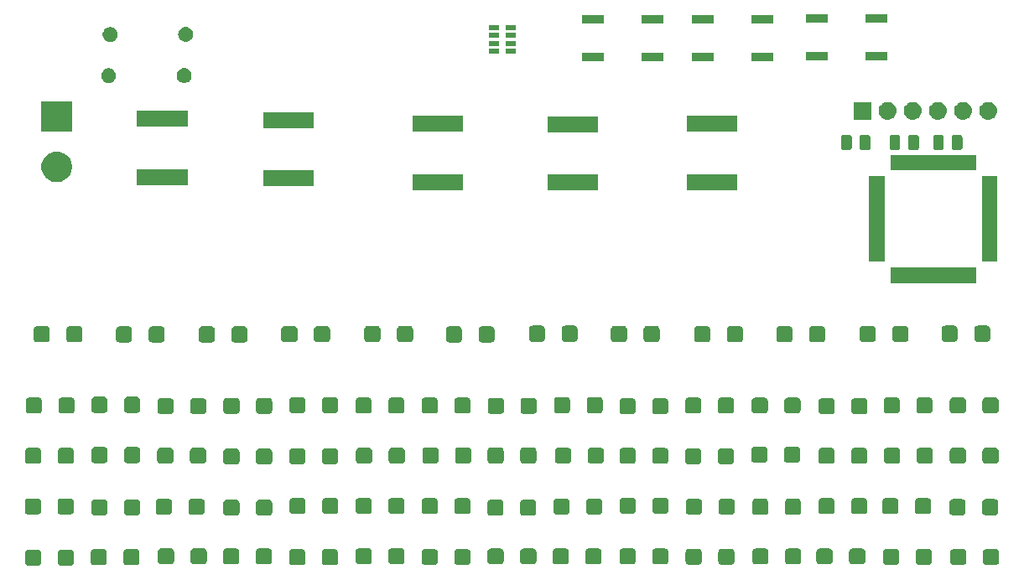
<source format=gbr>
G04 #@! TF.GenerationSoftware,KiCad,Pcbnew,5.0.2-bee76a0~70~ubuntu16.04.1*
G04 #@! TF.CreationDate,2020-01-20T17:48:56-08:00*
G04 #@! TF.ProjectId,clock,636c6f63-6b2e-46b6-9963-61645f706362,rev?*
G04 #@! TF.SameCoordinates,Original*
G04 #@! TF.FileFunction,Soldermask,Top*
G04 #@! TF.FilePolarity,Negative*
%FSLAX46Y46*%
G04 Gerber Fmt 4.6, Leading zero omitted, Abs format (unit mm)*
G04 Created by KiCad (PCBNEW 5.0.2-bee76a0~70~ubuntu16.04.1) date Mon 20 Jan 2020 17:48:56 PST*
%MOMM*%
%LPD*%
G01*
G04 APERTURE LIST*
%ADD10C,0.100000*%
G04 APERTURE END LIST*
D10*
G36*
X42775193Y-130537603D02*
X42839614Y-130557144D01*
X42898976Y-130588875D01*
X42951017Y-130631583D01*
X42993725Y-130683624D01*
X43025456Y-130742986D01*
X43044997Y-130807407D01*
X43052200Y-130880541D01*
X43052200Y-131806259D01*
X43044997Y-131879393D01*
X43025456Y-131943814D01*
X42993725Y-132003176D01*
X42951017Y-132055217D01*
X42898976Y-132097925D01*
X42839614Y-132129656D01*
X42775193Y-132149197D01*
X42702059Y-132156400D01*
X41776341Y-132156400D01*
X41703207Y-132149197D01*
X41638786Y-132129656D01*
X41579424Y-132097925D01*
X41527383Y-132055217D01*
X41484675Y-132003176D01*
X41452944Y-131943814D01*
X41433403Y-131879393D01*
X41426200Y-131806259D01*
X41426200Y-130880541D01*
X41433403Y-130807407D01*
X41452944Y-130742986D01*
X41484675Y-130683624D01*
X41527383Y-130631583D01*
X41579424Y-130588875D01*
X41638786Y-130557144D01*
X41703207Y-130537603D01*
X41776341Y-130530400D01*
X42702059Y-130530400D01*
X42775193Y-130537603D01*
X42775193Y-130537603D01*
G37*
G36*
X39475193Y-130537603D02*
X39539614Y-130557144D01*
X39598976Y-130588875D01*
X39651017Y-130631583D01*
X39693725Y-130683624D01*
X39725456Y-130742986D01*
X39744997Y-130807407D01*
X39752200Y-130880541D01*
X39752200Y-131806259D01*
X39744997Y-131879393D01*
X39725456Y-131943814D01*
X39693725Y-132003176D01*
X39651017Y-132055217D01*
X39598976Y-132097925D01*
X39539614Y-132129656D01*
X39475193Y-132149197D01*
X39402059Y-132156400D01*
X38476341Y-132156400D01*
X38403207Y-132149197D01*
X38338786Y-132129656D01*
X38279424Y-132097925D01*
X38227383Y-132055217D01*
X38184675Y-132003176D01*
X38152944Y-131943814D01*
X38133403Y-131879393D01*
X38126200Y-131806259D01*
X38126200Y-130880541D01*
X38133403Y-130807407D01*
X38152944Y-130742986D01*
X38184675Y-130683624D01*
X38227383Y-130631583D01*
X38279424Y-130588875D01*
X38338786Y-130557144D01*
X38403207Y-130537603D01*
X38476341Y-130530400D01*
X39402059Y-130530400D01*
X39475193Y-130537603D01*
X39475193Y-130537603D01*
G37*
G36*
X66119793Y-130486803D02*
X66184214Y-130506344D01*
X66243576Y-130538075D01*
X66295617Y-130580783D01*
X66338325Y-130632824D01*
X66370056Y-130692186D01*
X66389597Y-130756607D01*
X66396800Y-130829741D01*
X66396800Y-131755459D01*
X66389597Y-131828593D01*
X66370056Y-131893014D01*
X66338325Y-131952376D01*
X66295617Y-132004417D01*
X66243576Y-132047125D01*
X66184214Y-132078856D01*
X66119793Y-132098397D01*
X66046659Y-132105600D01*
X65120941Y-132105600D01*
X65047807Y-132098397D01*
X64983386Y-132078856D01*
X64924024Y-132047125D01*
X64871983Y-132004417D01*
X64829275Y-131952376D01*
X64797544Y-131893014D01*
X64778003Y-131828593D01*
X64770800Y-131755459D01*
X64770800Y-130829741D01*
X64778003Y-130756607D01*
X64797544Y-130692186D01*
X64829275Y-130632824D01*
X64871983Y-130580783D01*
X64924024Y-130538075D01*
X64983386Y-130506344D01*
X65047807Y-130486803D01*
X65120941Y-130479600D01*
X66046659Y-130479600D01*
X66119793Y-130486803D01*
X66119793Y-130486803D01*
G37*
G36*
X49404593Y-130486803D02*
X49469014Y-130506344D01*
X49528376Y-130538075D01*
X49580417Y-130580783D01*
X49623125Y-130632824D01*
X49654856Y-130692186D01*
X49674397Y-130756607D01*
X49681600Y-130829741D01*
X49681600Y-131755459D01*
X49674397Y-131828593D01*
X49654856Y-131893014D01*
X49623125Y-131952376D01*
X49580417Y-132004417D01*
X49528376Y-132047125D01*
X49469014Y-132078856D01*
X49404593Y-132098397D01*
X49331459Y-132105600D01*
X48405741Y-132105600D01*
X48332607Y-132098397D01*
X48268186Y-132078856D01*
X48208824Y-132047125D01*
X48156783Y-132004417D01*
X48114075Y-131952376D01*
X48082344Y-131893014D01*
X48062803Y-131828593D01*
X48055600Y-131755459D01*
X48055600Y-130829741D01*
X48062803Y-130756607D01*
X48082344Y-130692186D01*
X48114075Y-130632824D01*
X48156783Y-130580783D01*
X48208824Y-130538075D01*
X48268186Y-130506344D01*
X48332607Y-130486803D01*
X48405741Y-130479600D01*
X49331459Y-130479600D01*
X49404593Y-130486803D01*
X49404593Y-130486803D01*
G37*
G36*
X46104593Y-130486803D02*
X46169014Y-130506344D01*
X46228376Y-130538075D01*
X46280417Y-130580783D01*
X46323125Y-130632824D01*
X46354856Y-130692186D01*
X46374397Y-130756607D01*
X46381600Y-130829741D01*
X46381600Y-131755459D01*
X46374397Y-131828593D01*
X46354856Y-131893014D01*
X46323125Y-131952376D01*
X46280417Y-132004417D01*
X46228376Y-132047125D01*
X46169014Y-132078856D01*
X46104593Y-132098397D01*
X46031459Y-132105600D01*
X45105741Y-132105600D01*
X45032607Y-132098397D01*
X44968186Y-132078856D01*
X44908824Y-132047125D01*
X44856783Y-132004417D01*
X44814075Y-131952376D01*
X44782344Y-131893014D01*
X44762803Y-131828593D01*
X44755600Y-131755459D01*
X44755600Y-130829741D01*
X44762803Y-130756607D01*
X44782344Y-130692186D01*
X44814075Y-130632824D01*
X44856783Y-130580783D01*
X44908824Y-130538075D01*
X44968186Y-130506344D01*
X45032607Y-130486803D01*
X45105741Y-130479600D01*
X46031459Y-130479600D01*
X46104593Y-130486803D01*
X46104593Y-130486803D01*
G37*
G36*
X69419793Y-130486803D02*
X69484214Y-130506344D01*
X69543576Y-130538075D01*
X69595617Y-130580783D01*
X69638325Y-130632824D01*
X69670056Y-130692186D01*
X69689597Y-130756607D01*
X69696800Y-130829741D01*
X69696800Y-131755459D01*
X69689597Y-131828593D01*
X69670056Y-131893014D01*
X69638325Y-131952376D01*
X69595617Y-132004417D01*
X69543576Y-132047125D01*
X69484214Y-132078856D01*
X69419793Y-132098397D01*
X69346659Y-132105600D01*
X68420941Y-132105600D01*
X68347807Y-132098397D01*
X68283386Y-132078856D01*
X68224024Y-132047125D01*
X68171983Y-132004417D01*
X68129275Y-131952376D01*
X68097544Y-131893014D01*
X68078003Y-131828593D01*
X68070800Y-131755459D01*
X68070800Y-130829741D01*
X68078003Y-130756607D01*
X68097544Y-130692186D01*
X68129275Y-130632824D01*
X68171983Y-130580783D01*
X68224024Y-130538075D01*
X68283386Y-130506344D01*
X68347807Y-130486803D01*
X68420941Y-130479600D01*
X69346659Y-130479600D01*
X69419793Y-130486803D01*
X69419793Y-130486803D01*
G37*
G36*
X79505593Y-130461403D02*
X79570014Y-130480944D01*
X79629376Y-130512675D01*
X79681417Y-130555383D01*
X79724125Y-130607424D01*
X79755856Y-130666786D01*
X79775396Y-130731205D01*
X79782600Y-130804341D01*
X79782600Y-131730059D01*
X79775397Y-131803193D01*
X79755856Y-131867613D01*
X79724125Y-131926976D01*
X79681417Y-131979017D01*
X79629376Y-132021725D01*
X79570014Y-132053456D01*
X79505593Y-132072997D01*
X79432459Y-132080200D01*
X78506741Y-132080200D01*
X78433607Y-132072997D01*
X78369186Y-132053456D01*
X78309824Y-132021725D01*
X78257783Y-131979017D01*
X78215075Y-131926976D01*
X78183344Y-131867613D01*
X78163803Y-131803193D01*
X78156600Y-131730059D01*
X78156600Y-130804341D01*
X78163804Y-130731205D01*
X78183344Y-130666786D01*
X78215075Y-130607424D01*
X78257783Y-130555383D01*
X78309824Y-130512675D01*
X78369186Y-130480944D01*
X78433607Y-130461403D01*
X78506741Y-130454200D01*
X79432459Y-130454200D01*
X79505593Y-130461403D01*
X79505593Y-130461403D01*
G37*
G36*
X136170993Y-130461403D02*
X136235414Y-130480944D01*
X136294776Y-130512675D01*
X136346817Y-130555383D01*
X136389525Y-130607424D01*
X136421256Y-130666786D01*
X136440796Y-130731205D01*
X136448000Y-130804341D01*
X136448000Y-131730059D01*
X136440797Y-131803193D01*
X136421256Y-131867613D01*
X136389525Y-131926976D01*
X136346817Y-131979017D01*
X136294776Y-132021725D01*
X136235414Y-132053456D01*
X136170993Y-132072997D01*
X136097859Y-132080200D01*
X135172141Y-132080200D01*
X135099007Y-132072997D01*
X135034586Y-132053456D01*
X134975224Y-132021725D01*
X134923183Y-131979017D01*
X134880475Y-131926976D01*
X134848744Y-131867613D01*
X134829203Y-131803193D01*
X134822000Y-131730059D01*
X134822000Y-130804341D01*
X134829204Y-130731205D01*
X134848744Y-130666786D01*
X134880475Y-130607424D01*
X134923183Y-130555383D01*
X134975224Y-130512675D01*
X135034586Y-130480944D01*
X135099007Y-130461403D01*
X135172141Y-130454200D01*
X136097859Y-130454200D01*
X136170993Y-130461403D01*
X136170993Y-130461403D01*
G37*
G36*
X82805593Y-130461403D02*
X82870014Y-130480944D01*
X82929376Y-130512675D01*
X82981417Y-130555383D01*
X83024125Y-130607424D01*
X83055856Y-130666786D01*
X83075396Y-130731205D01*
X83082600Y-130804341D01*
X83082600Y-131730059D01*
X83075397Y-131803193D01*
X83055856Y-131867613D01*
X83024125Y-131926976D01*
X82981417Y-131979017D01*
X82929376Y-132021725D01*
X82870014Y-132053456D01*
X82805593Y-132072997D01*
X82732459Y-132080200D01*
X81806741Y-132080200D01*
X81733607Y-132072997D01*
X81669186Y-132053456D01*
X81609824Y-132021725D01*
X81557783Y-131979017D01*
X81515075Y-131926976D01*
X81483344Y-131867613D01*
X81463803Y-131803193D01*
X81456600Y-131730059D01*
X81456600Y-130804341D01*
X81463804Y-130731205D01*
X81483344Y-130666786D01*
X81515075Y-130607424D01*
X81557783Y-130555383D01*
X81609824Y-130512675D01*
X81669186Y-130480944D01*
X81733607Y-130461403D01*
X81806741Y-130454200D01*
X82732459Y-130454200D01*
X82805593Y-130461403D01*
X82805593Y-130461403D01*
G37*
G36*
X132870993Y-130461403D02*
X132935414Y-130480944D01*
X132994776Y-130512675D01*
X133046817Y-130555383D01*
X133089525Y-130607424D01*
X133121256Y-130666786D01*
X133140796Y-130731205D01*
X133148000Y-130804341D01*
X133148000Y-131730059D01*
X133140797Y-131803193D01*
X133121256Y-131867613D01*
X133089525Y-131926976D01*
X133046817Y-131979017D01*
X132994776Y-132021725D01*
X132935414Y-132053456D01*
X132870993Y-132072997D01*
X132797859Y-132080200D01*
X131872141Y-132080200D01*
X131799007Y-132072997D01*
X131734586Y-132053456D01*
X131675224Y-132021725D01*
X131623183Y-131979017D01*
X131580475Y-131926976D01*
X131548744Y-131867613D01*
X131529203Y-131803193D01*
X131522000Y-131730059D01*
X131522000Y-130804341D01*
X131529204Y-130731205D01*
X131548744Y-130666786D01*
X131580475Y-130607424D01*
X131623183Y-130555383D01*
X131675224Y-130512675D01*
X131734586Y-130480944D01*
X131799007Y-130461403D01*
X131872141Y-130454200D01*
X132797859Y-130454200D01*
X132870993Y-130461403D01*
X132870993Y-130461403D01*
G37*
G36*
X106149193Y-130436003D02*
X106213614Y-130455544D01*
X106272976Y-130487275D01*
X106325017Y-130529983D01*
X106367725Y-130582024D01*
X106399456Y-130641386D01*
X106418997Y-130705807D01*
X106426200Y-130778941D01*
X106426200Y-131704659D01*
X106418997Y-131777793D01*
X106399456Y-131842214D01*
X106367725Y-131901576D01*
X106325017Y-131953617D01*
X106272976Y-131996325D01*
X106213614Y-132028056D01*
X106149193Y-132047597D01*
X106076059Y-132054800D01*
X105150341Y-132054800D01*
X105077207Y-132047597D01*
X105012786Y-132028056D01*
X104953424Y-131996325D01*
X104901383Y-131953617D01*
X104858675Y-131901576D01*
X104826944Y-131842214D01*
X104807403Y-131777793D01*
X104800200Y-131704659D01*
X104800200Y-130778941D01*
X104807403Y-130705807D01*
X104826944Y-130641386D01*
X104858675Y-130582024D01*
X104901383Y-130529983D01*
X104953424Y-130487275D01*
X105012786Y-130455544D01*
X105077207Y-130436003D01*
X105150341Y-130428800D01*
X106076059Y-130428800D01*
X106149193Y-130436003D01*
X106149193Y-130436003D01*
G37*
G36*
X109449193Y-130436003D02*
X109513614Y-130455544D01*
X109572976Y-130487275D01*
X109625017Y-130529983D01*
X109667725Y-130582024D01*
X109699456Y-130641386D01*
X109718997Y-130705807D01*
X109726200Y-130778941D01*
X109726200Y-131704659D01*
X109718997Y-131777793D01*
X109699456Y-131842214D01*
X109667725Y-131901576D01*
X109625017Y-131953617D01*
X109572976Y-131996325D01*
X109513614Y-132028056D01*
X109449193Y-132047597D01*
X109376059Y-132054800D01*
X108450341Y-132054800D01*
X108377207Y-132047597D01*
X108312786Y-132028056D01*
X108253424Y-131996325D01*
X108201383Y-131953617D01*
X108158675Y-131901576D01*
X108126944Y-131842214D01*
X108107403Y-131777793D01*
X108100200Y-131704659D01*
X108100200Y-130778941D01*
X108107403Y-130705807D01*
X108126944Y-130641386D01*
X108158675Y-130582024D01*
X108201383Y-130529983D01*
X108253424Y-130487275D01*
X108312786Y-130455544D01*
X108377207Y-130436003D01*
X108450341Y-130428800D01*
X109376059Y-130428800D01*
X109449193Y-130436003D01*
X109449193Y-130436003D01*
G37*
G36*
X126088193Y-130436003D02*
X126152614Y-130455544D01*
X126211976Y-130487275D01*
X126264017Y-130529983D01*
X126306725Y-130582024D01*
X126338456Y-130641386D01*
X126357997Y-130705807D01*
X126365200Y-130778941D01*
X126365200Y-131704659D01*
X126357997Y-131777793D01*
X126338456Y-131842214D01*
X126306725Y-131901576D01*
X126264017Y-131953617D01*
X126211976Y-131996325D01*
X126152614Y-132028056D01*
X126088193Y-132047597D01*
X126015059Y-132054800D01*
X125089341Y-132054800D01*
X125016207Y-132047597D01*
X124951786Y-132028056D01*
X124892424Y-131996325D01*
X124840383Y-131953617D01*
X124797675Y-131901576D01*
X124765944Y-131842214D01*
X124746403Y-131777793D01*
X124739200Y-131704659D01*
X124739200Y-130778941D01*
X124746403Y-130705807D01*
X124765944Y-130641386D01*
X124797675Y-130582024D01*
X124840383Y-130529983D01*
X124892424Y-130487275D01*
X124951786Y-130455544D01*
X125016207Y-130436003D01*
X125089341Y-130428800D01*
X126015059Y-130428800D01*
X126088193Y-130436003D01*
X126088193Y-130436003D01*
G37*
G36*
X129388193Y-130436003D02*
X129452614Y-130455544D01*
X129511976Y-130487275D01*
X129564017Y-130529983D01*
X129606725Y-130582024D01*
X129638456Y-130641386D01*
X129657997Y-130705807D01*
X129665200Y-130778941D01*
X129665200Y-131704659D01*
X129657997Y-131777793D01*
X129638456Y-131842214D01*
X129606725Y-131901576D01*
X129564017Y-131953617D01*
X129511976Y-131996325D01*
X129452614Y-132028056D01*
X129388193Y-132047597D01*
X129315059Y-132054800D01*
X128389341Y-132054800D01*
X128316207Y-132047597D01*
X128251786Y-132028056D01*
X128192424Y-131996325D01*
X128140383Y-131953617D01*
X128097675Y-131901576D01*
X128065944Y-131842214D01*
X128046403Y-131777793D01*
X128039200Y-131704659D01*
X128039200Y-130778941D01*
X128046403Y-130705807D01*
X128065944Y-130641386D01*
X128097675Y-130582024D01*
X128140383Y-130529983D01*
X128192424Y-130487275D01*
X128251786Y-130455544D01*
X128316207Y-130436003D01*
X128389341Y-130428800D01*
X129315059Y-130428800D01*
X129388193Y-130436003D01*
X129388193Y-130436003D01*
G37*
G36*
X119357193Y-130410603D02*
X119421614Y-130430144D01*
X119480976Y-130461875D01*
X119533017Y-130504583D01*
X119575725Y-130556624D01*
X119607456Y-130615986D01*
X119626996Y-130680405D01*
X119634200Y-130753541D01*
X119634200Y-131679259D01*
X119626997Y-131752393D01*
X119607456Y-131816813D01*
X119575725Y-131876176D01*
X119533017Y-131928217D01*
X119480976Y-131970925D01*
X119421614Y-132002656D01*
X119357193Y-132022197D01*
X119284059Y-132029400D01*
X118358341Y-132029400D01*
X118285207Y-132022197D01*
X118220786Y-132002656D01*
X118161424Y-131970925D01*
X118109383Y-131928217D01*
X118066675Y-131876176D01*
X118034944Y-131816813D01*
X118015403Y-131752393D01*
X118008200Y-131679259D01*
X118008200Y-130753541D01*
X118015404Y-130680405D01*
X118034944Y-130615986D01*
X118066675Y-130556624D01*
X118109383Y-130504583D01*
X118161424Y-130461875D01*
X118220786Y-130430144D01*
X118285207Y-130410603D01*
X118358341Y-130403400D01*
X119284059Y-130403400D01*
X119357193Y-130410603D01*
X119357193Y-130410603D01*
G37*
G36*
X122657193Y-130410603D02*
X122721614Y-130430144D01*
X122780976Y-130461875D01*
X122833017Y-130504583D01*
X122875725Y-130556624D01*
X122907456Y-130615986D01*
X122926996Y-130680405D01*
X122934200Y-130753541D01*
X122934200Y-131679259D01*
X122926997Y-131752393D01*
X122907456Y-131816813D01*
X122875725Y-131876176D01*
X122833017Y-131928217D01*
X122780976Y-131970925D01*
X122721614Y-132002656D01*
X122657193Y-132022197D01*
X122584059Y-132029400D01*
X121658341Y-132029400D01*
X121585207Y-132022197D01*
X121520786Y-132002656D01*
X121461424Y-131970925D01*
X121409383Y-131928217D01*
X121366675Y-131876176D01*
X121334944Y-131816813D01*
X121315403Y-131752393D01*
X121308200Y-131679259D01*
X121308200Y-130753541D01*
X121315404Y-130680405D01*
X121334944Y-130615986D01*
X121366675Y-130556624D01*
X121409383Y-130504583D01*
X121461424Y-130461875D01*
X121520786Y-130430144D01*
X121585207Y-130410603D01*
X121658341Y-130403400D01*
X122584059Y-130403400D01*
X122657193Y-130410603D01*
X122657193Y-130410603D01*
G37*
G36*
X59464993Y-130410603D02*
X59529414Y-130430144D01*
X59588776Y-130461875D01*
X59640817Y-130504583D01*
X59683525Y-130556624D01*
X59715256Y-130615986D01*
X59734796Y-130680405D01*
X59742000Y-130753541D01*
X59742000Y-131679259D01*
X59734797Y-131752393D01*
X59715256Y-131816813D01*
X59683525Y-131876176D01*
X59640817Y-131928217D01*
X59588776Y-131970925D01*
X59529414Y-132002656D01*
X59464993Y-132022197D01*
X59391859Y-132029400D01*
X58466141Y-132029400D01*
X58393007Y-132022197D01*
X58328586Y-132002656D01*
X58269224Y-131970925D01*
X58217183Y-131928217D01*
X58174475Y-131876176D01*
X58142744Y-131816813D01*
X58123203Y-131752393D01*
X58116000Y-131679259D01*
X58116000Y-130753541D01*
X58123204Y-130680405D01*
X58142744Y-130615986D01*
X58174475Y-130556624D01*
X58217183Y-130504583D01*
X58269224Y-130461875D01*
X58328586Y-130430144D01*
X58393007Y-130410603D01*
X58466141Y-130403400D01*
X59391859Y-130403400D01*
X59464993Y-130410603D01*
X59464993Y-130410603D01*
G37*
G36*
X62764993Y-130410603D02*
X62829414Y-130430144D01*
X62888776Y-130461875D01*
X62940817Y-130504583D01*
X62983525Y-130556624D01*
X63015256Y-130615986D01*
X63034796Y-130680405D01*
X63042000Y-130753541D01*
X63042000Y-131679259D01*
X63034797Y-131752393D01*
X63015256Y-131816813D01*
X62983525Y-131876176D01*
X62940817Y-131928217D01*
X62888776Y-131970925D01*
X62829414Y-132002656D01*
X62764993Y-132022197D01*
X62691859Y-132029400D01*
X61766141Y-132029400D01*
X61693007Y-132022197D01*
X61628586Y-132002656D01*
X61569224Y-131970925D01*
X61517183Y-131928217D01*
X61474475Y-131876176D01*
X61442744Y-131816813D01*
X61423203Y-131752393D01*
X61416000Y-131679259D01*
X61416000Y-130753541D01*
X61423204Y-130680405D01*
X61442744Y-130615986D01*
X61474475Y-130556624D01*
X61517183Y-130504583D01*
X61569224Y-130461875D01*
X61628586Y-130430144D01*
X61693007Y-130410603D01*
X61766141Y-130403400D01*
X62691859Y-130403400D01*
X62764993Y-130410603D01*
X62764993Y-130410603D01*
G37*
G36*
X102768993Y-130410603D02*
X102833414Y-130430144D01*
X102892776Y-130461875D01*
X102944817Y-130504583D01*
X102987525Y-130556624D01*
X103019256Y-130615986D01*
X103038796Y-130680405D01*
X103046000Y-130753541D01*
X103046000Y-131679259D01*
X103038797Y-131752393D01*
X103019256Y-131816813D01*
X102987525Y-131876176D01*
X102944817Y-131928217D01*
X102892776Y-131970925D01*
X102833414Y-132002656D01*
X102768993Y-132022197D01*
X102695859Y-132029400D01*
X101770141Y-132029400D01*
X101697007Y-132022197D01*
X101632586Y-132002656D01*
X101573224Y-131970925D01*
X101521183Y-131928217D01*
X101478475Y-131876176D01*
X101446744Y-131816813D01*
X101427203Y-131752393D01*
X101420000Y-131679259D01*
X101420000Y-130753541D01*
X101427204Y-130680405D01*
X101446744Y-130615986D01*
X101478475Y-130556624D01*
X101521183Y-130504583D01*
X101573224Y-130461875D01*
X101632586Y-130430144D01*
X101697007Y-130410603D01*
X101770141Y-130403400D01*
X102695859Y-130403400D01*
X102768993Y-130410603D01*
X102768993Y-130410603D01*
G37*
G36*
X99468993Y-130410603D02*
X99533414Y-130430144D01*
X99592776Y-130461875D01*
X99644817Y-130504583D01*
X99687525Y-130556624D01*
X99719256Y-130615986D01*
X99738796Y-130680405D01*
X99746000Y-130753541D01*
X99746000Y-131679259D01*
X99738797Y-131752393D01*
X99719256Y-131816813D01*
X99687525Y-131876176D01*
X99644817Y-131928217D01*
X99592776Y-131970925D01*
X99533414Y-132002656D01*
X99468993Y-132022197D01*
X99395859Y-132029400D01*
X98470141Y-132029400D01*
X98397007Y-132022197D01*
X98332586Y-132002656D01*
X98273224Y-131970925D01*
X98221183Y-131928217D01*
X98178475Y-131876176D01*
X98146744Y-131816813D01*
X98127203Y-131752393D01*
X98120000Y-131679259D01*
X98120000Y-130753541D01*
X98127204Y-130680405D01*
X98146744Y-130615986D01*
X98178475Y-130556624D01*
X98221183Y-130504583D01*
X98273224Y-130461875D01*
X98332586Y-130430144D01*
X98397007Y-130410603D01*
X98470141Y-130403400D01*
X99395859Y-130403400D01*
X99468993Y-130410603D01*
X99468993Y-130410603D01*
G37*
G36*
X96037993Y-130410603D02*
X96102414Y-130430144D01*
X96161776Y-130461875D01*
X96213817Y-130504583D01*
X96256525Y-130556624D01*
X96288256Y-130615986D01*
X96307796Y-130680405D01*
X96315000Y-130753541D01*
X96315000Y-131679259D01*
X96307797Y-131752393D01*
X96288256Y-131816813D01*
X96256525Y-131876176D01*
X96213817Y-131928217D01*
X96161776Y-131970925D01*
X96102414Y-132002656D01*
X96037993Y-132022197D01*
X95964859Y-132029400D01*
X95039141Y-132029400D01*
X94966007Y-132022197D01*
X94901586Y-132002656D01*
X94842224Y-131970925D01*
X94790183Y-131928217D01*
X94747475Y-131876176D01*
X94715744Y-131816813D01*
X94696203Y-131752393D01*
X94689000Y-131679259D01*
X94689000Y-130753541D01*
X94696204Y-130680405D01*
X94715744Y-130615986D01*
X94747475Y-130556624D01*
X94790183Y-130504583D01*
X94842224Y-130461875D01*
X94901586Y-130430144D01*
X94966007Y-130410603D01*
X95039141Y-130403400D01*
X95964859Y-130403400D01*
X96037993Y-130410603D01*
X96037993Y-130410603D01*
G37*
G36*
X92737993Y-130410603D02*
X92802414Y-130430144D01*
X92861776Y-130461875D01*
X92913817Y-130504583D01*
X92956525Y-130556624D01*
X92988256Y-130615986D01*
X93007796Y-130680405D01*
X93015000Y-130753541D01*
X93015000Y-131679259D01*
X93007797Y-131752393D01*
X92988256Y-131816813D01*
X92956525Y-131876176D01*
X92913817Y-131928217D01*
X92861776Y-131970925D01*
X92802414Y-132002656D01*
X92737993Y-132022197D01*
X92664859Y-132029400D01*
X91739141Y-132029400D01*
X91666007Y-132022197D01*
X91601586Y-132002656D01*
X91542224Y-131970925D01*
X91490183Y-131928217D01*
X91447475Y-131876176D01*
X91415744Y-131816813D01*
X91396203Y-131752393D01*
X91389000Y-131679259D01*
X91389000Y-130753541D01*
X91396204Y-130680405D01*
X91415744Y-130615986D01*
X91447475Y-130556624D01*
X91490183Y-130504583D01*
X91542224Y-130461875D01*
X91601586Y-130430144D01*
X91666007Y-130410603D01*
X91739141Y-130403400D01*
X92664859Y-130403400D01*
X92737993Y-130410603D01*
X92737993Y-130410603D01*
G37*
G36*
X112906593Y-130410603D02*
X112971014Y-130430144D01*
X113030376Y-130461875D01*
X113082417Y-130504583D01*
X113125125Y-130556624D01*
X113156856Y-130615986D01*
X113176396Y-130680405D01*
X113183600Y-130753541D01*
X113183600Y-131679259D01*
X113176397Y-131752393D01*
X113156856Y-131816813D01*
X113125125Y-131876176D01*
X113082417Y-131928217D01*
X113030376Y-131970925D01*
X112971014Y-132002656D01*
X112906593Y-132022197D01*
X112833459Y-132029400D01*
X111907741Y-132029400D01*
X111834607Y-132022197D01*
X111770186Y-132002656D01*
X111710824Y-131970925D01*
X111658783Y-131928217D01*
X111616075Y-131876176D01*
X111584344Y-131816813D01*
X111564803Y-131752393D01*
X111557600Y-131679259D01*
X111557600Y-130753541D01*
X111564804Y-130680405D01*
X111584344Y-130615986D01*
X111616075Y-130556624D01*
X111658783Y-130504583D01*
X111710824Y-130461875D01*
X111770186Y-130430144D01*
X111834607Y-130410603D01*
X111907741Y-130403400D01*
X112833459Y-130403400D01*
X112906593Y-130410603D01*
X112906593Y-130410603D01*
G37*
G36*
X116206593Y-130410603D02*
X116271014Y-130430144D01*
X116330376Y-130461875D01*
X116382417Y-130504583D01*
X116425125Y-130556624D01*
X116456856Y-130615986D01*
X116476396Y-130680405D01*
X116483600Y-130753541D01*
X116483600Y-131679259D01*
X116476397Y-131752393D01*
X116456856Y-131816813D01*
X116425125Y-131876176D01*
X116382417Y-131928217D01*
X116330376Y-131970925D01*
X116271014Y-132002656D01*
X116206593Y-132022197D01*
X116133459Y-132029400D01*
X115207741Y-132029400D01*
X115134607Y-132022197D01*
X115070186Y-132002656D01*
X115010824Y-131970925D01*
X114958783Y-131928217D01*
X114916075Y-131876176D01*
X114884344Y-131816813D01*
X114864803Y-131752393D01*
X114857600Y-131679259D01*
X114857600Y-130753541D01*
X114864804Y-130680405D01*
X114884344Y-130615986D01*
X114916075Y-130556624D01*
X114958783Y-130504583D01*
X115010824Y-130461875D01*
X115070186Y-130430144D01*
X115134607Y-130410603D01*
X115207741Y-130403400D01*
X116133459Y-130403400D01*
X116206593Y-130410603D01*
X116206593Y-130410603D01*
G37*
G36*
X89459393Y-130410603D02*
X89523814Y-130430144D01*
X89583176Y-130461875D01*
X89635217Y-130504583D01*
X89677925Y-130556624D01*
X89709656Y-130615986D01*
X89729196Y-130680405D01*
X89736400Y-130753541D01*
X89736400Y-131679259D01*
X89729197Y-131752393D01*
X89709656Y-131816813D01*
X89677925Y-131876176D01*
X89635217Y-131928217D01*
X89583176Y-131970925D01*
X89523814Y-132002656D01*
X89459393Y-132022197D01*
X89386259Y-132029400D01*
X88460541Y-132029400D01*
X88387407Y-132022197D01*
X88322986Y-132002656D01*
X88263624Y-131970925D01*
X88211583Y-131928217D01*
X88168875Y-131876176D01*
X88137144Y-131816813D01*
X88117603Y-131752393D01*
X88110400Y-131679259D01*
X88110400Y-130753541D01*
X88117604Y-130680405D01*
X88137144Y-130615986D01*
X88168875Y-130556624D01*
X88211583Y-130504583D01*
X88263624Y-130461875D01*
X88322986Y-130430144D01*
X88387407Y-130410603D01*
X88460541Y-130403400D01*
X89386259Y-130403400D01*
X89459393Y-130410603D01*
X89459393Y-130410603D01*
G37*
G36*
X86159393Y-130410603D02*
X86223814Y-130430144D01*
X86283176Y-130461875D01*
X86335217Y-130504583D01*
X86377925Y-130556624D01*
X86409656Y-130615986D01*
X86429196Y-130680405D01*
X86436400Y-130753541D01*
X86436400Y-131679259D01*
X86429197Y-131752393D01*
X86409656Y-131816813D01*
X86377925Y-131876176D01*
X86335217Y-131928217D01*
X86283176Y-131970925D01*
X86223814Y-132002656D01*
X86159393Y-132022197D01*
X86086259Y-132029400D01*
X85160541Y-132029400D01*
X85087407Y-132022197D01*
X85022986Y-132002656D01*
X84963624Y-131970925D01*
X84911583Y-131928217D01*
X84868875Y-131876176D01*
X84837144Y-131816813D01*
X84817603Y-131752393D01*
X84810400Y-131679259D01*
X84810400Y-130753541D01*
X84817604Y-130680405D01*
X84837144Y-130615986D01*
X84868875Y-130556624D01*
X84911583Y-130504583D01*
X84963624Y-130461875D01*
X85022986Y-130430144D01*
X85087407Y-130410603D01*
X85160541Y-130403400D01*
X86086259Y-130403400D01*
X86159393Y-130410603D01*
X86159393Y-130410603D01*
G37*
G36*
X72849793Y-130385203D02*
X72914214Y-130404744D01*
X72973576Y-130436475D01*
X73025617Y-130479183D01*
X73068325Y-130531224D01*
X73100056Y-130590586D01*
X73119596Y-130655005D01*
X73126800Y-130728141D01*
X73126800Y-131653859D01*
X73119597Y-131726993D01*
X73100056Y-131791413D01*
X73068325Y-131850776D01*
X73025617Y-131902817D01*
X72973576Y-131945525D01*
X72914214Y-131977256D01*
X72849793Y-131996797D01*
X72776659Y-132004000D01*
X71850941Y-132004000D01*
X71777807Y-131996797D01*
X71713386Y-131977256D01*
X71654024Y-131945525D01*
X71601983Y-131902817D01*
X71559275Y-131850776D01*
X71527544Y-131791413D01*
X71508003Y-131726993D01*
X71500800Y-131653859D01*
X71500800Y-130728141D01*
X71508004Y-130655005D01*
X71527544Y-130590586D01*
X71559275Y-130531224D01*
X71601983Y-130479183D01*
X71654024Y-130436475D01*
X71713386Y-130404744D01*
X71777807Y-130385203D01*
X71850941Y-130378000D01*
X72776659Y-130378000D01*
X72849793Y-130385203D01*
X72849793Y-130385203D01*
G37*
G36*
X76149793Y-130385203D02*
X76214214Y-130404744D01*
X76273576Y-130436475D01*
X76325617Y-130479183D01*
X76368325Y-130531224D01*
X76400056Y-130590586D01*
X76419596Y-130655005D01*
X76426800Y-130728141D01*
X76426800Y-131653859D01*
X76419597Y-131726993D01*
X76400056Y-131791413D01*
X76368325Y-131850776D01*
X76325617Y-131902817D01*
X76273576Y-131945525D01*
X76214214Y-131977256D01*
X76149793Y-131996797D01*
X76076659Y-132004000D01*
X75150941Y-132004000D01*
X75077807Y-131996797D01*
X75013386Y-131977256D01*
X74954024Y-131945525D01*
X74901983Y-131902817D01*
X74859275Y-131850776D01*
X74827544Y-131791413D01*
X74808003Y-131726993D01*
X74800800Y-131653859D01*
X74800800Y-130728141D01*
X74808004Y-130655005D01*
X74827544Y-130590586D01*
X74859275Y-130531224D01*
X74901983Y-130479183D01*
X74954024Y-130436475D01*
X75013386Y-130404744D01*
X75077807Y-130385203D01*
X75150941Y-130378000D01*
X76076659Y-130378000D01*
X76149793Y-130385203D01*
X76149793Y-130385203D01*
G37*
G36*
X56186393Y-130385203D02*
X56250814Y-130404744D01*
X56310176Y-130436475D01*
X56362217Y-130479183D01*
X56404925Y-130531224D01*
X56436656Y-130590586D01*
X56456196Y-130655005D01*
X56463400Y-130728141D01*
X56463400Y-131653859D01*
X56456197Y-131726993D01*
X56436656Y-131791413D01*
X56404925Y-131850776D01*
X56362217Y-131902817D01*
X56310176Y-131945525D01*
X56250814Y-131977256D01*
X56186393Y-131996797D01*
X56113259Y-132004000D01*
X55187541Y-132004000D01*
X55114407Y-131996797D01*
X55049986Y-131977256D01*
X54990624Y-131945525D01*
X54938583Y-131902817D01*
X54895875Y-131850776D01*
X54864144Y-131791413D01*
X54844603Y-131726993D01*
X54837400Y-131653859D01*
X54837400Y-130728141D01*
X54844604Y-130655005D01*
X54864144Y-130590586D01*
X54895875Y-130531224D01*
X54938583Y-130479183D01*
X54990624Y-130436475D01*
X55049986Y-130404744D01*
X55114407Y-130385203D01*
X55187541Y-130378000D01*
X56113259Y-130378000D01*
X56186393Y-130385203D01*
X56186393Y-130385203D01*
G37*
G36*
X52886393Y-130385203D02*
X52950814Y-130404744D01*
X53010176Y-130436475D01*
X53062217Y-130479183D01*
X53104925Y-130531224D01*
X53136656Y-130590586D01*
X53156196Y-130655005D01*
X53163400Y-130728141D01*
X53163400Y-131653859D01*
X53156197Y-131726993D01*
X53136656Y-131791413D01*
X53104925Y-131850776D01*
X53062217Y-131902817D01*
X53010176Y-131945525D01*
X52950814Y-131977256D01*
X52886393Y-131996797D01*
X52813259Y-132004000D01*
X51887541Y-132004000D01*
X51814407Y-131996797D01*
X51749986Y-131977256D01*
X51690624Y-131945525D01*
X51638583Y-131902817D01*
X51595875Y-131850776D01*
X51564144Y-131791413D01*
X51544603Y-131726993D01*
X51537400Y-131653859D01*
X51537400Y-130728141D01*
X51544604Y-130655005D01*
X51564144Y-130590586D01*
X51595875Y-130531224D01*
X51638583Y-130479183D01*
X51690624Y-130436475D01*
X51749986Y-130404744D01*
X51814407Y-130385203D01*
X51887541Y-130378000D01*
X52813259Y-130378000D01*
X52886393Y-130385203D01*
X52886393Y-130385203D01*
G37*
G36*
X89433993Y-125483003D02*
X89498414Y-125502544D01*
X89557776Y-125534275D01*
X89609817Y-125576983D01*
X89652525Y-125629024D01*
X89684256Y-125688386D01*
X89703797Y-125752807D01*
X89711000Y-125825941D01*
X89711000Y-126751659D01*
X89703797Y-126824793D01*
X89684256Y-126889214D01*
X89652525Y-126948576D01*
X89609817Y-127000617D01*
X89557776Y-127043325D01*
X89498414Y-127075056D01*
X89433993Y-127094597D01*
X89360859Y-127101800D01*
X88435141Y-127101800D01*
X88362007Y-127094597D01*
X88297586Y-127075056D01*
X88238224Y-127043325D01*
X88186183Y-127000617D01*
X88143475Y-126948576D01*
X88111744Y-126889214D01*
X88092203Y-126824793D01*
X88085000Y-126751659D01*
X88085000Y-125825941D01*
X88092203Y-125752807D01*
X88111744Y-125688386D01*
X88143475Y-125629024D01*
X88186183Y-125576983D01*
X88238224Y-125534275D01*
X88297586Y-125502544D01*
X88362007Y-125483003D01*
X88435141Y-125475800D01*
X89360859Y-125475800D01*
X89433993Y-125483003D01*
X89433993Y-125483003D01*
G37*
G36*
X86133993Y-125483003D02*
X86198414Y-125502544D01*
X86257776Y-125534275D01*
X86309817Y-125576983D01*
X86352525Y-125629024D01*
X86384256Y-125688386D01*
X86403797Y-125752807D01*
X86411000Y-125825941D01*
X86411000Y-126751659D01*
X86403797Y-126824793D01*
X86384256Y-126889214D01*
X86352525Y-126948576D01*
X86309817Y-127000617D01*
X86257776Y-127043325D01*
X86198414Y-127075056D01*
X86133993Y-127094597D01*
X86060859Y-127101800D01*
X85135141Y-127101800D01*
X85062007Y-127094597D01*
X84997586Y-127075056D01*
X84938224Y-127043325D01*
X84886183Y-127000617D01*
X84843475Y-126948576D01*
X84811744Y-126889214D01*
X84792203Y-126824793D01*
X84785000Y-126751659D01*
X84785000Y-125825941D01*
X84792203Y-125752807D01*
X84811744Y-125688386D01*
X84843475Y-125629024D01*
X84886183Y-125576983D01*
X84938224Y-125534275D01*
X84997586Y-125502544D01*
X85062007Y-125483003D01*
X85135141Y-125475800D01*
X86060859Y-125475800D01*
X86133993Y-125483003D01*
X86133993Y-125483003D01*
G37*
G36*
X59489393Y-125483003D02*
X59553814Y-125502544D01*
X59613176Y-125534275D01*
X59665217Y-125576983D01*
X59707925Y-125629024D01*
X59739656Y-125688386D01*
X59759197Y-125752807D01*
X59766400Y-125825941D01*
X59766400Y-126751659D01*
X59759197Y-126824793D01*
X59739656Y-126889214D01*
X59707925Y-126948576D01*
X59665217Y-127000617D01*
X59613176Y-127043325D01*
X59553814Y-127075056D01*
X59489393Y-127094597D01*
X59416259Y-127101800D01*
X58490541Y-127101800D01*
X58417407Y-127094597D01*
X58352986Y-127075056D01*
X58293624Y-127043325D01*
X58241583Y-127000617D01*
X58198875Y-126948576D01*
X58167144Y-126889214D01*
X58147603Y-126824793D01*
X58140400Y-126751659D01*
X58140400Y-125825941D01*
X58147603Y-125752807D01*
X58167144Y-125688386D01*
X58198875Y-125629024D01*
X58241583Y-125576983D01*
X58293624Y-125534275D01*
X58352986Y-125502544D01*
X58417407Y-125483003D01*
X58490541Y-125475800D01*
X59416259Y-125475800D01*
X59489393Y-125483003D01*
X59489393Y-125483003D01*
G37*
G36*
X62789393Y-125483003D02*
X62853814Y-125502544D01*
X62913176Y-125534275D01*
X62965217Y-125576983D01*
X63007925Y-125629024D01*
X63039656Y-125688386D01*
X63059197Y-125752807D01*
X63066400Y-125825941D01*
X63066400Y-126751659D01*
X63059197Y-126824793D01*
X63039656Y-126889214D01*
X63007925Y-126948576D01*
X62965217Y-127000617D01*
X62913176Y-127043325D01*
X62853814Y-127075056D01*
X62789393Y-127094597D01*
X62716259Y-127101800D01*
X61790541Y-127101800D01*
X61717407Y-127094597D01*
X61652986Y-127075056D01*
X61593624Y-127043325D01*
X61541583Y-127000617D01*
X61498875Y-126948576D01*
X61467144Y-126889214D01*
X61447603Y-126824793D01*
X61440400Y-126751659D01*
X61440400Y-125825941D01*
X61447603Y-125752807D01*
X61467144Y-125688386D01*
X61498875Y-125629024D01*
X61541583Y-125576983D01*
X61593624Y-125534275D01*
X61652986Y-125502544D01*
X61717407Y-125483003D01*
X61790541Y-125475800D01*
X62716259Y-125475800D01*
X62789393Y-125483003D01*
X62789393Y-125483003D01*
G37*
G36*
X49454393Y-125457603D02*
X49518814Y-125477144D01*
X49578176Y-125508875D01*
X49630217Y-125551583D01*
X49672925Y-125603624D01*
X49704656Y-125662986D01*
X49724197Y-125727407D01*
X49731400Y-125800541D01*
X49731400Y-126726259D01*
X49724197Y-126799393D01*
X49704656Y-126863814D01*
X49672925Y-126923176D01*
X49630217Y-126975217D01*
X49578176Y-127017925D01*
X49518814Y-127049656D01*
X49454393Y-127069197D01*
X49381259Y-127076400D01*
X48455541Y-127076400D01*
X48382407Y-127069197D01*
X48317986Y-127049656D01*
X48258624Y-127017925D01*
X48206583Y-126975217D01*
X48163875Y-126923176D01*
X48132144Y-126863814D01*
X48112603Y-126799393D01*
X48105400Y-126726259D01*
X48105400Y-125800541D01*
X48112603Y-125727407D01*
X48132144Y-125662986D01*
X48163875Y-125603624D01*
X48206583Y-125551583D01*
X48258624Y-125508875D01*
X48317986Y-125477144D01*
X48382407Y-125457603D01*
X48455541Y-125450400D01*
X49381259Y-125450400D01*
X49454393Y-125457603D01*
X49454393Y-125457603D01*
G37*
G36*
X46154393Y-125457603D02*
X46218814Y-125477144D01*
X46278176Y-125508875D01*
X46330217Y-125551583D01*
X46372925Y-125603624D01*
X46404656Y-125662986D01*
X46424197Y-125727407D01*
X46431400Y-125800541D01*
X46431400Y-126726259D01*
X46424197Y-126799393D01*
X46404656Y-126863814D01*
X46372925Y-126923176D01*
X46330217Y-126975217D01*
X46278176Y-127017925D01*
X46218814Y-127049656D01*
X46154393Y-127069197D01*
X46081259Y-127076400D01*
X45155541Y-127076400D01*
X45082407Y-127069197D01*
X45017986Y-127049656D01*
X44958624Y-127017925D01*
X44906583Y-126975217D01*
X44863875Y-126923176D01*
X44832144Y-126863814D01*
X44812603Y-126799393D01*
X44805400Y-126726259D01*
X44805400Y-125800541D01*
X44812603Y-125727407D01*
X44832144Y-125662986D01*
X44863875Y-125603624D01*
X44906583Y-125551583D01*
X44958624Y-125508875D01*
X45017986Y-125477144D01*
X45082407Y-125457603D01*
X45155541Y-125450400D01*
X46081259Y-125450400D01*
X46154393Y-125457603D01*
X46154393Y-125457603D01*
G37*
G36*
X136093793Y-125432203D02*
X136158214Y-125451744D01*
X136217576Y-125483475D01*
X136269617Y-125526183D01*
X136312325Y-125578224D01*
X136344056Y-125637586D01*
X136363597Y-125702007D01*
X136370800Y-125775141D01*
X136370800Y-126700859D01*
X136363597Y-126773993D01*
X136344056Y-126838414D01*
X136312325Y-126897776D01*
X136269617Y-126949817D01*
X136217576Y-126992525D01*
X136158214Y-127024256D01*
X136093793Y-127043797D01*
X136020659Y-127051000D01*
X135094941Y-127051000D01*
X135021807Y-127043797D01*
X134957386Y-127024256D01*
X134898024Y-126992525D01*
X134845983Y-126949817D01*
X134803275Y-126897776D01*
X134771544Y-126838414D01*
X134752003Y-126773993D01*
X134744800Y-126700859D01*
X134744800Y-125775141D01*
X134752003Y-125702007D01*
X134771544Y-125637586D01*
X134803275Y-125578224D01*
X134845983Y-125526183D01*
X134898024Y-125483475D01*
X134957386Y-125451744D01*
X135021807Y-125432203D01*
X135094941Y-125425000D01*
X136020659Y-125425000D01*
X136093793Y-125432203D01*
X136093793Y-125432203D01*
G37*
G36*
X132793793Y-125432203D02*
X132858214Y-125451744D01*
X132917576Y-125483475D01*
X132969617Y-125526183D01*
X133012325Y-125578224D01*
X133044056Y-125637586D01*
X133063597Y-125702007D01*
X133070800Y-125775141D01*
X133070800Y-126700859D01*
X133063597Y-126773993D01*
X133044056Y-126838414D01*
X133012325Y-126897776D01*
X132969617Y-126949817D01*
X132917576Y-126992525D01*
X132858214Y-127024256D01*
X132793793Y-127043797D01*
X132720659Y-127051000D01*
X131794941Y-127051000D01*
X131721807Y-127043797D01*
X131657386Y-127024256D01*
X131598024Y-126992525D01*
X131545983Y-126949817D01*
X131503275Y-126897776D01*
X131471544Y-126838414D01*
X131452003Y-126773993D01*
X131444800Y-126700859D01*
X131444800Y-125775141D01*
X131452003Y-125702007D01*
X131471544Y-125637586D01*
X131503275Y-125578224D01*
X131545983Y-125526183D01*
X131598024Y-125483475D01*
X131657386Y-125451744D01*
X131721807Y-125432203D01*
X131794941Y-125425000D01*
X132720659Y-125425000D01*
X132793793Y-125432203D01*
X132793793Y-125432203D01*
G37*
G36*
X116180193Y-125406803D02*
X116244614Y-125426344D01*
X116303976Y-125458075D01*
X116356017Y-125500783D01*
X116398725Y-125552824D01*
X116430456Y-125612186D01*
X116449996Y-125676605D01*
X116457200Y-125749741D01*
X116457200Y-126675459D01*
X116449997Y-126748593D01*
X116430456Y-126813013D01*
X116398725Y-126872376D01*
X116356017Y-126924417D01*
X116303976Y-126967125D01*
X116244614Y-126998856D01*
X116180193Y-127018397D01*
X116107059Y-127025600D01*
X115181341Y-127025600D01*
X115108207Y-127018397D01*
X115043786Y-126998856D01*
X114984424Y-126967125D01*
X114932383Y-126924417D01*
X114889675Y-126872376D01*
X114857944Y-126813013D01*
X114838403Y-126748593D01*
X114831200Y-126675459D01*
X114831200Y-125749741D01*
X114838404Y-125676605D01*
X114857944Y-125612186D01*
X114889675Y-125552824D01*
X114932383Y-125500783D01*
X114984424Y-125458075D01*
X115043786Y-125426344D01*
X115108207Y-125406803D01*
X115181341Y-125399600D01*
X116107059Y-125399600D01*
X116180193Y-125406803D01*
X116180193Y-125406803D01*
G37*
G36*
X112880193Y-125406803D02*
X112944614Y-125426344D01*
X113003976Y-125458075D01*
X113056017Y-125500783D01*
X113098725Y-125552824D01*
X113130456Y-125612186D01*
X113149996Y-125676605D01*
X113157200Y-125749741D01*
X113157200Y-126675459D01*
X113149997Y-126748593D01*
X113130456Y-126813013D01*
X113098725Y-126872376D01*
X113056017Y-126924417D01*
X113003976Y-126967125D01*
X112944614Y-126998856D01*
X112880193Y-127018397D01*
X112807059Y-127025600D01*
X111881341Y-127025600D01*
X111808207Y-127018397D01*
X111743786Y-126998856D01*
X111684424Y-126967125D01*
X111632383Y-126924417D01*
X111589675Y-126872376D01*
X111557944Y-126813013D01*
X111538403Y-126748593D01*
X111531200Y-126675459D01*
X111531200Y-125749741D01*
X111538404Y-125676605D01*
X111557944Y-125612186D01*
X111589675Y-125552824D01*
X111632383Y-125500783D01*
X111684424Y-125458075D01*
X111743786Y-125426344D01*
X111808207Y-125406803D01*
X111881341Y-125399600D01*
X112807059Y-125399600D01*
X112880193Y-125406803D01*
X112880193Y-125406803D01*
G37*
G36*
X109474593Y-125381403D02*
X109539014Y-125400944D01*
X109598376Y-125432675D01*
X109650417Y-125475383D01*
X109693125Y-125527424D01*
X109724856Y-125586786D01*
X109744396Y-125651205D01*
X109751600Y-125724341D01*
X109751600Y-126650059D01*
X109744397Y-126723193D01*
X109724856Y-126787613D01*
X109693125Y-126846976D01*
X109650417Y-126899017D01*
X109598376Y-126941725D01*
X109539014Y-126973456D01*
X109474593Y-126992997D01*
X109401459Y-127000200D01*
X108475741Y-127000200D01*
X108402607Y-126992997D01*
X108338186Y-126973456D01*
X108278824Y-126941725D01*
X108226783Y-126899017D01*
X108184075Y-126846976D01*
X108152344Y-126787613D01*
X108132803Y-126723193D01*
X108125600Y-126650059D01*
X108125600Y-125724341D01*
X108132804Y-125651205D01*
X108152344Y-125586786D01*
X108184075Y-125527424D01*
X108226783Y-125475383D01*
X108278824Y-125432675D01*
X108338186Y-125400944D01*
X108402607Y-125381403D01*
X108475741Y-125374200D01*
X109401459Y-125374200D01*
X109474593Y-125381403D01*
X109474593Y-125381403D01*
G37*
G36*
X52656793Y-125381403D02*
X52721214Y-125400944D01*
X52780576Y-125432675D01*
X52832617Y-125475383D01*
X52875325Y-125527424D01*
X52907056Y-125586786D01*
X52926596Y-125651205D01*
X52933800Y-125724341D01*
X52933800Y-126650059D01*
X52926597Y-126723193D01*
X52907056Y-126787613D01*
X52875325Y-126846976D01*
X52832617Y-126899017D01*
X52780576Y-126941725D01*
X52721214Y-126973456D01*
X52656793Y-126992997D01*
X52583659Y-127000200D01*
X51657941Y-127000200D01*
X51584807Y-126992997D01*
X51520386Y-126973456D01*
X51461024Y-126941725D01*
X51408983Y-126899017D01*
X51366275Y-126846976D01*
X51334544Y-126787613D01*
X51315003Y-126723193D01*
X51307800Y-126650059D01*
X51307800Y-125724341D01*
X51315004Y-125651205D01*
X51334544Y-125586786D01*
X51366275Y-125527424D01*
X51408983Y-125475383D01*
X51461024Y-125432675D01*
X51520386Y-125400944D01*
X51584807Y-125381403D01*
X51657941Y-125374200D01*
X52583659Y-125374200D01*
X52656793Y-125381403D01*
X52656793Y-125381403D01*
G37*
G36*
X106174593Y-125381403D02*
X106239014Y-125400944D01*
X106298376Y-125432675D01*
X106350417Y-125475383D01*
X106393125Y-125527424D01*
X106424856Y-125586786D01*
X106444396Y-125651205D01*
X106451600Y-125724341D01*
X106451600Y-126650059D01*
X106444397Y-126723193D01*
X106424856Y-126787613D01*
X106393125Y-126846976D01*
X106350417Y-126899017D01*
X106298376Y-126941725D01*
X106239014Y-126973456D01*
X106174593Y-126992997D01*
X106101459Y-127000200D01*
X105175741Y-127000200D01*
X105102607Y-126992997D01*
X105038186Y-126973456D01*
X104978824Y-126941725D01*
X104926783Y-126899017D01*
X104884075Y-126846976D01*
X104852344Y-126787613D01*
X104832803Y-126723193D01*
X104825600Y-126650059D01*
X104825600Y-125724341D01*
X104832804Y-125651205D01*
X104852344Y-125586786D01*
X104884075Y-125527424D01*
X104926783Y-125475383D01*
X104978824Y-125432675D01*
X105038186Y-125400944D01*
X105102607Y-125381403D01*
X105175741Y-125374200D01*
X106101459Y-125374200D01*
X106174593Y-125381403D01*
X106174593Y-125381403D01*
G37*
G36*
X55956793Y-125381403D02*
X56021214Y-125400944D01*
X56080576Y-125432675D01*
X56132617Y-125475383D01*
X56175325Y-125527424D01*
X56207056Y-125586786D01*
X56226596Y-125651205D01*
X56233800Y-125724341D01*
X56233800Y-126650059D01*
X56226597Y-126723193D01*
X56207056Y-126787613D01*
X56175325Y-126846976D01*
X56132617Y-126899017D01*
X56080576Y-126941725D01*
X56021214Y-126973456D01*
X55956793Y-126992997D01*
X55883659Y-127000200D01*
X54957941Y-127000200D01*
X54884807Y-126992997D01*
X54820386Y-126973456D01*
X54761024Y-126941725D01*
X54708983Y-126899017D01*
X54666275Y-126846976D01*
X54634544Y-126787613D01*
X54615003Y-126723193D01*
X54607800Y-126650059D01*
X54607800Y-125724341D01*
X54615004Y-125651205D01*
X54634544Y-125586786D01*
X54666275Y-125527424D01*
X54708983Y-125475383D01*
X54761024Y-125432675D01*
X54820386Y-125400944D01*
X54884807Y-125381403D01*
X54957941Y-125374200D01*
X55883659Y-125374200D01*
X55956793Y-125381403D01*
X55956793Y-125381403D01*
G37*
G36*
X92814193Y-125356003D02*
X92878614Y-125375544D01*
X92937976Y-125407275D01*
X92990017Y-125449983D01*
X93032725Y-125502024D01*
X93064456Y-125561386D01*
X93083996Y-125625805D01*
X93091200Y-125698941D01*
X93091200Y-126624659D01*
X93083997Y-126697793D01*
X93064456Y-126762213D01*
X93032725Y-126821576D01*
X92990017Y-126873617D01*
X92937976Y-126916325D01*
X92878614Y-126948056D01*
X92814193Y-126967597D01*
X92741059Y-126974800D01*
X91815341Y-126974800D01*
X91742207Y-126967597D01*
X91677786Y-126948056D01*
X91618424Y-126916325D01*
X91566383Y-126873617D01*
X91523675Y-126821576D01*
X91491944Y-126762213D01*
X91472403Y-126697793D01*
X91465200Y-126624659D01*
X91465200Y-125698941D01*
X91472404Y-125625805D01*
X91491944Y-125561386D01*
X91523675Y-125502024D01*
X91566383Y-125449983D01*
X91618424Y-125407275D01*
X91677786Y-125375544D01*
X91742207Y-125356003D01*
X91815341Y-125348800D01*
X92741059Y-125348800D01*
X92814193Y-125356003D01*
X92814193Y-125356003D01*
G37*
G36*
X96114193Y-125356003D02*
X96178614Y-125375544D01*
X96237976Y-125407275D01*
X96290017Y-125449983D01*
X96332725Y-125502024D01*
X96364456Y-125561386D01*
X96383996Y-125625805D01*
X96391200Y-125698941D01*
X96391200Y-126624659D01*
X96383997Y-126697793D01*
X96364456Y-126762213D01*
X96332725Y-126821576D01*
X96290017Y-126873617D01*
X96237976Y-126916325D01*
X96178614Y-126948056D01*
X96114193Y-126967597D01*
X96041059Y-126974800D01*
X95115341Y-126974800D01*
X95042207Y-126967597D01*
X94977786Y-126948056D01*
X94918424Y-126916325D01*
X94866383Y-126873617D01*
X94823675Y-126821576D01*
X94791944Y-126762213D01*
X94772403Y-126697793D01*
X94765200Y-126624659D01*
X94765200Y-125698941D01*
X94772404Y-125625805D01*
X94791944Y-125561386D01*
X94823675Y-125502024D01*
X94866383Y-125449983D01*
X94918424Y-125407275D01*
X94977786Y-125375544D01*
X95042207Y-125356003D01*
X95115341Y-125348800D01*
X96041059Y-125348800D01*
X96114193Y-125356003D01*
X96114193Y-125356003D01*
G37*
G36*
X39448793Y-125356003D02*
X39513214Y-125375544D01*
X39572576Y-125407275D01*
X39624617Y-125449983D01*
X39667325Y-125502024D01*
X39699056Y-125561386D01*
X39718596Y-125625805D01*
X39725800Y-125698941D01*
X39725800Y-126624659D01*
X39718597Y-126697793D01*
X39699056Y-126762213D01*
X39667325Y-126821576D01*
X39624617Y-126873617D01*
X39572576Y-126916325D01*
X39513214Y-126948056D01*
X39448793Y-126967597D01*
X39375659Y-126974800D01*
X38449941Y-126974800D01*
X38376807Y-126967597D01*
X38312386Y-126948056D01*
X38253024Y-126916325D01*
X38200983Y-126873617D01*
X38158275Y-126821576D01*
X38126544Y-126762213D01*
X38107003Y-126697793D01*
X38099800Y-126624659D01*
X38099800Y-125698941D01*
X38107004Y-125625805D01*
X38126544Y-125561386D01*
X38158275Y-125502024D01*
X38200983Y-125449983D01*
X38253024Y-125407275D01*
X38312386Y-125375544D01*
X38376807Y-125356003D01*
X38449941Y-125348800D01*
X39375659Y-125348800D01*
X39448793Y-125356003D01*
X39448793Y-125356003D01*
G37*
G36*
X42748793Y-125356003D02*
X42813214Y-125375544D01*
X42872576Y-125407275D01*
X42924617Y-125449983D01*
X42967325Y-125502024D01*
X42999056Y-125561386D01*
X43018596Y-125625805D01*
X43025800Y-125698941D01*
X43025800Y-126624659D01*
X43018597Y-126697793D01*
X42999056Y-126762213D01*
X42967325Y-126821576D01*
X42924617Y-126873617D01*
X42872576Y-126916325D01*
X42813214Y-126948056D01*
X42748793Y-126967597D01*
X42675659Y-126974800D01*
X41749941Y-126974800D01*
X41676807Y-126967597D01*
X41612386Y-126948056D01*
X41553024Y-126916325D01*
X41500983Y-126873617D01*
X41458275Y-126821576D01*
X41426544Y-126762213D01*
X41407003Y-126697793D01*
X41399800Y-126624659D01*
X41399800Y-125698941D01*
X41407004Y-125625805D01*
X41426544Y-125561386D01*
X41458275Y-125502024D01*
X41500983Y-125449983D01*
X41553024Y-125407275D01*
X41612386Y-125375544D01*
X41676807Y-125356003D01*
X41749941Y-125348800D01*
X42675659Y-125348800D01*
X42748793Y-125356003D01*
X42748793Y-125356003D01*
G37*
G36*
X82804593Y-125330603D02*
X82869014Y-125350144D01*
X82928376Y-125381875D01*
X82980417Y-125424583D01*
X83023125Y-125476624D01*
X83054856Y-125535986D01*
X83074396Y-125600405D01*
X83081600Y-125673541D01*
X83081600Y-126599259D01*
X83074397Y-126672393D01*
X83054856Y-126736813D01*
X83023125Y-126796176D01*
X82980417Y-126848217D01*
X82928376Y-126890925D01*
X82869014Y-126922656D01*
X82804593Y-126942197D01*
X82731459Y-126949400D01*
X81805741Y-126949400D01*
X81732607Y-126942197D01*
X81668186Y-126922656D01*
X81608824Y-126890925D01*
X81556783Y-126848217D01*
X81514075Y-126796176D01*
X81482344Y-126736813D01*
X81462803Y-126672393D01*
X81455600Y-126599259D01*
X81455600Y-125673541D01*
X81462804Y-125600405D01*
X81482344Y-125535986D01*
X81514075Y-125476624D01*
X81556783Y-125424583D01*
X81608824Y-125381875D01*
X81668186Y-125350144D01*
X81732607Y-125330603D01*
X81805741Y-125323400D01*
X82731459Y-125323400D01*
X82804593Y-125330603D01*
X82804593Y-125330603D01*
G37*
G36*
X79504593Y-125330603D02*
X79569014Y-125350144D01*
X79628376Y-125381875D01*
X79680417Y-125424583D01*
X79723125Y-125476624D01*
X79754856Y-125535986D01*
X79774396Y-125600405D01*
X79781600Y-125673541D01*
X79781600Y-126599259D01*
X79774397Y-126672393D01*
X79754856Y-126736813D01*
X79723125Y-126796176D01*
X79680417Y-126848217D01*
X79628376Y-126890925D01*
X79569014Y-126922656D01*
X79504593Y-126942197D01*
X79431459Y-126949400D01*
X78505741Y-126949400D01*
X78432607Y-126942197D01*
X78368186Y-126922656D01*
X78308824Y-126890925D01*
X78256783Y-126848217D01*
X78214075Y-126796176D01*
X78182344Y-126736813D01*
X78162803Y-126672393D01*
X78155600Y-126599259D01*
X78155600Y-125673541D01*
X78162804Y-125600405D01*
X78182344Y-125535986D01*
X78214075Y-125476624D01*
X78256783Y-125424583D01*
X78308824Y-125381875D01*
X78368186Y-125350144D01*
X78432607Y-125330603D01*
X78505741Y-125323400D01*
X79431459Y-125323400D01*
X79504593Y-125330603D01*
X79504593Y-125330603D01*
G37*
G36*
X129312993Y-125330603D02*
X129377414Y-125350144D01*
X129436776Y-125381875D01*
X129488817Y-125424583D01*
X129531525Y-125476624D01*
X129563256Y-125535986D01*
X129582796Y-125600405D01*
X129590000Y-125673541D01*
X129590000Y-126599259D01*
X129582797Y-126672393D01*
X129563256Y-126736813D01*
X129531525Y-126796176D01*
X129488817Y-126848217D01*
X129436776Y-126890925D01*
X129377414Y-126922656D01*
X129312993Y-126942197D01*
X129239859Y-126949400D01*
X128314141Y-126949400D01*
X128241007Y-126942197D01*
X128176586Y-126922656D01*
X128117224Y-126890925D01*
X128065183Y-126848217D01*
X128022475Y-126796176D01*
X127990744Y-126736813D01*
X127971203Y-126672393D01*
X127964000Y-126599259D01*
X127964000Y-125673541D01*
X127971204Y-125600405D01*
X127990744Y-125535986D01*
X128022475Y-125476624D01*
X128065183Y-125424583D01*
X128117224Y-125381875D01*
X128176586Y-125350144D01*
X128241007Y-125330603D01*
X128314141Y-125323400D01*
X129239859Y-125323400D01*
X129312993Y-125330603D01*
X129312993Y-125330603D01*
G37*
G36*
X119561393Y-125330603D02*
X119625814Y-125350144D01*
X119685176Y-125381875D01*
X119737217Y-125424583D01*
X119779925Y-125476624D01*
X119811656Y-125535986D01*
X119831196Y-125600405D01*
X119838400Y-125673541D01*
X119838400Y-126599259D01*
X119831197Y-126672393D01*
X119811656Y-126736813D01*
X119779925Y-126796176D01*
X119737217Y-126848217D01*
X119685176Y-126890925D01*
X119625814Y-126922656D01*
X119561393Y-126942197D01*
X119488259Y-126949400D01*
X118562541Y-126949400D01*
X118489407Y-126942197D01*
X118424986Y-126922656D01*
X118365624Y-126890925D01*
X118313583Y-126848217D01*
X118270875Y-126796176D01*
X118239144Y-126736813D01*
X118219603Y-126672393D01*
X118212400Y-126599259D01*
X118212400Y-125673541D01*
X118219604Y-125600405D01*
X118239144Y-125535986D01*
X118270875Y-125476624D01*
X118313583Y-125424583D01*
X118365624Y-125381875D01*
X118424986Y-125350144D01*
X118489407Y-125330603D01*
X118562541Y-125323400D01*
X119488259Y-125323400D01*
X119561393Y-125330603D01*
X119561393Y-125330603D01*
G37*
G36*
X122861393Y-125330603D02*
X122925814Y-125350144D01*
X122985176Y-125381875D01*
X123037217Y-125424583D01*
X123079925Y-125476624D01*
X123111656Y-125535986D01*
X123131196Y-125600405D01*
X123138400Y-125673541D01*
X123138400Y-126599259D01*
X123131197Y-126672393D01*
X123111656Y-126736813D01*
X123079925Y-126796176D01*
X123037217Y-126848217D01*
X122985176Y-126890925D01*
X122925814Y-126922656D01*
X122861393Y-126942197D01*
X122788259Y-126949400D01*
X121862541Y-126949400D01*
X121789407Y-126942197D01*
X121724986Y-126922656D01*
X121665624Y-126890925D01*
X121613583Y-126848217D01*
X121570875Y-126796176D01*
X121539144Y-126736813D01*
X121519603Y-126672393D01*
X121512400Y-126599259D01*
X121512400Y-125673541D01*
X121519604Y-125600405D01*
X121539144Y-125535986D01*
X121570875Y-125476624D01*
X121613583Y-125424583D01*
X121665624Y-125381875D01*
X121724986Y-125350144D01*
X121789407Y-125330603D01*
X121862541Y-125323400D01*
X122788259Y-125323400D01*
X122861393Y-125330603D01*
X122861393Y-125330603D01*
G37*
G36*
X126012993Y-125330603D02*
X126077414Y-125350144D01*
X126136776Y-125381875D01*
X126188817Y-125424583D01*
X126231525Y-125476624D01*
X126263256Y-125535986D01*
X126282796Y-125600405D01*
X126290000Y-125673541D01*
X126290000Y-126599259D01*
X126282797Y-126672393D01*
X126263256Y-126736813D01*
X126231525Y-126796176D01*
X126188817Y-126848217D01*
X126136776Y-126890925D01*
X126077414Y-126922656D01*
X126012993Y-126942197D01*
X125939859Y-126949400D01*
X125014141Y-126949400D01*
X124941007Y-126942197D01*
X124876586Y-126922656D01*
X124817224Y-126890925D01*
X124765183Y-126848217D01*
X124722475Y-126796176D01*
X124690744Y-126736813D01*
X124671203Y-126672393D01*
X124664000Y-126599259D01*
X124664000Y-125673541D01*
X124671204Y-125600405D01*
X124690744Y-125535986D01*
X124722475Y-125476624D01*
X124765183Y-125424583D01*
X124817224Y-125381875D01*
X124876586Y-125350144D01*
X124941007Y-125330603D01*
X125014141Y-125323400D01*
X125939859Y-125323400D01*
X126012993Y-125330603D01*
X126012993Y-125330603D01*
G37*
G36*
X72850793Y-125305203D02*
X72915214Y-125324744D01*
X72974576Y-125356475D01*
X73026617Y-125399183D01*
X73069325Y-125451224D01*
X73101056Y-125510586D01*
X73120596Y-125575005D01*
X73127800Y-125648141D01*
X73127800Y-126573859D01*
X73120597Y-126646993D01*
X73101056Y-126711413D01*
X73069325Y-126770776D01*
X73026617Y-126822817D01*
X72974576Y-126865525D01*
X72915214Y-126897256D01*
X72850793Y-126916797D01*
X72777659Y-126924000D01*
X71851941Y-126924000D01*
X71778807Y-126916797D01*
X71714386Y-126897256D01*
X71655024Y-126865525D01*
X71602983Y-126822817D01*
X71560275Y-126770776D01*
X71528544Y-126711413D01*
X71509003Y-126646993D01*
X71501800Y-126573859D01*
X71501800Y-125648141D01*
X71509004Y-125575005D01*
X71528544Y-125510586D01*
X71560275Y-125451224D01*
X71602983Y-125399183D01*
X71655024Y-125356475D01*
X71714386Y-125324744D01*
X71778807Y-125305203D01*
X71851941Y-125298000D01*
X72777659Y-125298000D01*
X72850793Y-125305203D01*
X72850793Y-125305203D01*
G37*
G36*
X76150793Y-125305203D02*
X76215214Y-125324744D01*
X76274576Y-125356475D01*
X76326617Y-125399183D01*
X76369325Y-125451224D01*
X76401056Y-125510586D01*
X76420596Y-125575005D01*
X76427800Y-125648141D01*
X76427800Y-126573859D01*
X76420597Y-126646993D01*
X76401056Y-126711413D01*
X76369325Y-126770776D01*
X76326617Y-126822817D01*
X76274576Y-126865525D01*
X76215214Y-126897256D01*
X76150793Y-126916797D01*
X76077659Y-126924000D01*
X75151941Y-126924000D01*
X75078807Y-126916797D01*
X75014386Y-126897256D01*
X74955024Y-126865525D01*
X74902983Y-126822817D01*
X74860275Y-126770776D01*
X74828544Y-126711413D01*
X74809003Y-126646993D01*
X74801800Y-126573859D01*
X74801800Y-125648141D01*
X74809004Y-125575005D01*
X74828544Y-125510586D01*
X74860275Y-125451224D01*
X74902983Y-125399183D01*
X74955024Y-125356475D01*
X75014386Y-125324744D01*
X75078807Y-125305203D01*
X75151941Y-125298000D01*
X76077659Y-125298000D01*
X76150793Y-125305203D01*
X76150793Y-125305203D01*
G37*
G36*
X69470593Y-125305203D02*
X69535014Y-125324744D01*
X69594376Y-125356475D01*
X69646417Y-125399183D01*
X69689125Y-125451224D01*
X69720856Y-125510586D01*
X69740396Y-125575005D01*
X69747600Y-125648141D01*
X69747600Y-126573859D01*
X69740397Y-126646993D01*
X69720856Y-126711413D01*
X69689125Y-126770776D01*
X69646417Y-126822817D01*
X69594376Y-126865525D01*
X69535014Y-126897256D01*
X69470593Y-126916797D01*
X69397459Y-126924000D01*
X68471741Y-126924000D01*
X68398607Y-126916797D01*
X68334186Y-126897256D01*
X68274824Y-126865525D01*
X68222783Y-126822817D01*
X68180075Y-126770776D01*
X68148344Y-126711413D01*
X68128803Y-126646993D01*
X68121600Y-126573859D01*
X68121600Y-125648141D01*
X68128804Y-125575005D01*
X68148344Y-125510586D01*
X68180075Y-125451224D01*
X68222783Y-125399183D01*
X68274824Y-125356475D01*
X68334186Y-125324744D01*
X68398607Y-125305203D01*
X68471741Y-125298000D01*
X69397459Y-125298000D01*
X69470593Y-125305203D01*
X69470593Y-125305203D01*
G37*
G36*
X66170593Y-125305203D02*
X66235014Y-125324744D01*
X66294376Y-125356475D01*
X66346417Y-125399183D01*
X66389125Y-125451224D01*
X66420856Y-125510586D01*
X66440396Y-125575005D01*
X66447600Y-125648141D01*
X66447600Y-126573859D01*
X66440397Y-126646993D01*
X66420856Y-126711413D01*
X66389125Y-126770776D01*
X66346417Y-126822817D01*
X66294376Y-126865525D01*
X66235014Y-126897256D01*
X66170593Y-126916797D01*
X66097459Y-126924000D01*
X65171741Y-126924000D01*
X65098607Y-126916797D01*
X65034186Y-126897256D01*
X64974824Y-126865525D01*
X64922783Y-126822817D01*
X64880075Y-126770776D01*
X64848344Y-126711413D01*
X64828803Y-126646993D01*
X64821600Y-126573859D01*
X64821600Y-125648141D01*
X64828804Y-125575005D01*
X64848344Y-125510586D01*
X64880075Y-125451224D01*
X64922783Y-125399183D01*
X64974824Y-125356475D01*
X65034186Y-125324744D01*
X65098607Y-125305203D01*
X65171741Y-125298000D01*
X66097459Y-125298000D01*
X66170593Y-125305203D01*
X66170593Y-125305203D01*
G37*
G36*
X99494393Y-125305203D02*
X99558814Y-125324744D01*
X99618176Y-125356475D01*
X99670217Y-125399183D01*
X99712925Y-125451224D01*
X99744656Y-125510586D01*
X99764196Y-125575005D01*
X99771400Y-125648141D01*
X99771400Y-126573859D01*
X99764197Y-126646993D01*
X99744656Y-126711413D01*
X99712925Y-126770776D01*
X99670217Y-126822817D01*
X99618176Y-126865525D01*
X99558814Y-126897256D01*
X99494393Y-126916797D01*
X99421259Y-126924000D01*
X98495541Y-126924000D01*
X98422407Y-126916797D01*
X98357986Y-126897256D01*
X98298624Y-126865525D01*
X98246583Y-126822817D01*
X98203875Y-126770776D01*
X98172144Y-126711413D01*
X98152603Y-126646993D01*
X98145400Y-126573859D01*
X98145400Y-125648141D01*
X98152604Y-125575005D01*
X98172144Y-125510586D01*
X98203875Y-125451224D01*
X98246583Y-125399183D01*
X98298624Y-125356475D01*
X98357986Y-125324744D01*
X98422407Y-125305203D01*
X98495541Y-125298000D01*
X99421259Y-125298000D01*
X99494393Y-125305203D01*
X99494393Y-125305203D01*
G37*
G36*
X102794393Y-125305203D02*
X102858814Y-125324744D01*
X102918176Y-125356475D01*
X102970217Y-125399183D01*
X103012925Y-125451224D01*
X103044656Y-125510586D01*
X103064196Y-125575005D01*
X103071400Y-125648141D01*
X103071400Y-126573859D01*
X103064197Y-126646993D01*
X103044656Y-126711413D01*
X103012925Y-126770776D01*
X102970217Y-126822817D01*
X102918176Y-126865525D01*
X102858814Y-126897256D01*
X102794393Y-126916797D01*
X102721259Y-126924000D01*
X101795541Y-126924000D01*
X101722407Y-126916797D01*
X101657986Y-126897256D01*
X101598624Y-126865525D01*
X101546583Y-126822817D01*
X101503875Y-126770776D01*
X101472144Y-126711413D01*
X101452603Y-126646993D01*
X101445400Y-126573859D01*
X101445400Y-125648141D01*
X101452604Y-125575005D01*
X101472144Y-125510586D01*
X101503875Y-125451224D01*
X101546583Y-125399183D01*
X101598624Y-125356475D01*
X101657986Y-125324744D01*
X101722407Y-125305203D01*
X101795541Y-125298000D01*
X102721259Y-125298000D01*
X102794393Y-125305203D01*
X102794393Y-125305203D01*
G37*
G36*
X62789393Y-120326803D02*
X62853814Y-120346344D01*
X62913176Y-120378075D01*
X62965217Y-120420783D01*
X63007925Y-120472824D01*
X63039656Y-120532186D01*
X63059197Y-120596607D01*
X63066400Y-120669741D01*
X63066400Y-121595459D01*
X63059197Y-121668593D01*
X63039656Y-121733014D01*
X63007925Y-121792376D01*
X62965217Y-121844417D01*
X62913176Y-121887125D01*
X62853814Y-121918856D01*
X62789393Y-121938397D01*
X62716259Y-121945600D01*
X61790541Y-121945600D01*
X61717407Y-121938397D01*
X61652986Y-121918856D01*
X61593624Y-121887125D01*
X61541583Y-121844417D01*
X61498875Y-121792376D01*
X61467144Y-121733014D01*
X61447603Y-121668593D01*
X61440400Y-121595459D01*
X61440400Y-120669741D01*
X61447603Y-120596607D01*
X61467144Y-120532186D01*
X61498875Y-120472824D01*
X61541583Y-120420783D01*
X61593624Y-120378075D01*
X61652986Y-120346344D01*
X61717407Y-120326803D01*
X61790541Y-120319600D01*
X62716259Y-120319600D01*
X62789393Y-120326803D01*
X62789393Y-120326803D01*
G37*
G36*
X59489393Y-120326803D02*
X59553814Y-120346344D01*
X59613176Y-120378075D01*
X59665217Y-120420783D01*
X59707925Y-120472824D01*
X59739656Y-120532186D01*
X59759197Y-120596607D01*
X59766400Y-120669741D01*
X59766400Y-121595459D01*
X59759197Y-121668593D01*
X59739656Y-121733014D01*
X59707925Y-121792376D01*
X59665217Y-121844417D01*
X59613176Y-121887125D01*
X59553814Y-121918856D01*
X59489393Y-121938397D01*
X59416259Y-121945600D01*
X58490541Y-121945600D01*
X58417407Y-121938397D01*
X58352986Y-121918856D01*
X58293624Y-121887125D01*
X58241583Y-121844417D01*
X58198875Y-121792376D01*
X58167144Y-121733014D01*
X58147603Y-121668593D01*
X58140400Y-121595459D01*
X58140400Y-120669741D01*
X58147603Y-120596607D01*
X58167144Y-120532186D01*
X58198875Y-120472824D01*
X58241583Y-120420783D01*
X58293624Y-120378075D01*
X58352986Y-120346344D01*
X58417407Y-120326803D01*
X58490541Y-120319600D01*
X59416259Y-120319600D01*
X59489393Y-120326803D01*
X59489393Y-120326803D01*
G37*
G36*
X69444193Y-120301403D02*
X69508614Y-120320944D01*
X69567976Y-120352675D01*
X69620017Y-120395383D01*
X69662725Y-120447424D01*
X69694456Y-120506786D01*
X69713997Y-120571207D01*
X69721200Y-120644341D01*
X69721200Y-121570059D01*
X69713997Y-121643193D01*
X69694456Y-121707614D01*
X69662725Y-121766976D01*
X69620017Y-121819017D01*
X69567976Y-121861725D01*
X69508614Y-121893456D01*
X69444193Y-121912997D01*
X69371059Y-121920200D01*
X68445341Y-121920200D01*
X68372207Y-121912997D01*
X68307786Y-121893456D01*
X68248424Y-121861725D01*
X68196383Y-121819017D01*
X68153675Y-121766976D01*
X68121944Y-121707614D01*
X68102403Y-121643193D01*
X68095200Y-121570059D01*
X68095200Y-120644341D01*
X68102403Y-120571207D01*
X68121944Y-120506786D01*
X68153675Y-120447424D01*
X68196383Y-120395383D01*
X68248424Y-120352675D01*
X68307786Y-120320944D01*
X68372207Y-120301403D01*
X68445341Y-120294200D01*
X69371059Y-120294200D01*
X69444193Y-120301403D01*
X69444193Y-120301403D01*
G37*
G36*
X66144193Y-120301403D02*
X66208614Y-120320944D01*
X66267976Y-120352675D01*
X66320017Y-120395383D01*
X66362725Y-120447424D01*
X66394456Y-120506786D01*
X66413997Y-120571207D01*
X66421200Y-120644341D01*
X66421200Y-121570059D01*
X66413997Y-121643193D01*
X66394456Y-121707614D01*
X66362725Y-121766976D01*
X66320017Y-121819017D01*
X66267976Y-121861725D01*
X66208614Y-121893456D01*
X66144193Y-121912997D01*
X66071059Y-121920200D01*
X65145341Y-121920200D01*
X65072207Y-121912997D01*
X65007786Y-121893456D01*
X64948424Y-121861725D01*
X64896383Y-121819017D01*
X64853675Y-121766976D01*
X64821944Y-121707614D01*
X64802403Y-121643193D01*
X64795200Y-121570059D01*
X64795200Y-120644341D01*
X64802403Y-120571207D01*
X64821944Y-120506786D01*
X64853675Y-120447424D01*
X64896383Y-120395383D01*
X64948424Y-120352675D01*
X65007786Y-120320944D01*
X65072207Y-120301403D01*
X65145341Y-120294200D01*
X66071059Y-120294200D01*
X66144193Y-120301403D01*
X66144193Y-120301403D01*
G37*
G36*
X109398393Y-120276003D02*
X109462814Y-120295544D01*
X109522176Y-120327275D01*
X109574217Y-120369983D01*
X109616925Y-120422024D01*
X109648656Y-120481386D01*
X109668197Y-120545807D01*
X109675400Y-120618941D01*
X109675400Y-121544659D01*
X109668197Y-121617793D01*
X109648656Y-121682214D01*
X109616925Y-121741576D01*
X109574217Y-121793617D01*
X109522176Y-121836325D01*
X109462814Y-121868056D01*
X109398393Y-121887597D01*
X109325259Y-121894800D01*
X108399541Y-121894800D01*
X108326407Y-121887597D01*
X108261986Y-121868056D01*
X108202624Y-121836325D01*
X108150583Y-121793617D01*
X108107875Y-121741576D01*
X108076144Y-121682214D01*
X108056603Y-121617793D01*
X108049400Y-121544659D01*
X108049400Y-120618941D01*
X108056603Y-120545807D01*
X108076144Y-120481386D01*
X108107875Y-120422024D01*
X108150583Y-120369983D01*
X108202624Y-120327275D01*
X108261986Y-120295544D01*
X108326407Y-120276003D01*
X108399541Y-120268800D01*
X109325259Y-120268800D01*
X109398393Y-120276003D01*
X109398393Y-120276003D01*
G37*
G36*
X106098393Y-120276003D02*
X106162814Y-120295544D01*
X106222176Y-120327275D01*
X106274217Y-120369983D01*
X106316925Y-120422024D01*
X106348656Y-120481386D01*
X106368197Y-120545807D01*
X106375400Y-120618941D01*
X106375400Y-121544659D01*
X106368197Y-121617793D01*
X106348656Y-121682214D01*
X106316925Y-121741576D01*
X106274217Y-121793617D01*
X106222176Y-121836325D01*
X106162814Y-121868056D01*
X106098393Y-121887597D01*
X106025259Y-121894800D01*
X105099541Y-121894800D01*
X105026407Y-121887597D01*
X104961986Y-121868056D01*
X104902624Y-121836325D01*
X104850583Y-121793617D01*
X104807875Y-121741576D01*
X104776144Y-121682214D01*
X104756603Y-121617793D01*
X104749400Y-121544659D01*
X104749400Y-120618941D01*
X104756603Y-120545807D01*
X104776144Y-120481386D01*
X104807875Y-120422024D01*
X104850583Y-120369983D01*
X104902624Y-120327275D01*
X104961986Y-120295544D01*
X105026407Y-120276003D01*
X105099541Y-120268800D01*
X106025259Y-120268800D01*
X106098393Y-120276003D01*
X106098393Y-120276003D01*
G37*
G36*
X119560393Y-120250603D02*
X119624814Y-120270144D01*
X119684176Y-120301875D01*
X119736217Y-120344583D01*
X119778925Y-120396624D01*
X119810656Y-120455986D01*
X119830196Y-120520405D01*
X119837400Y-120593541D01*
X119837400Y-121519259D01*
X119830197Y-121592393D01*
X119810656Y-121656813D01*
X119778925Y-121716176D01*
X119736217Y-121768217D01*
X119684176Y-121810925D01*
X119624814Y-121842656D01*
X119560393Y-121862197D01*
X119487259Y-121869400D01*
X118561541Y-121869400D01*
X118488407Y-121862197D01*
X118423986Y-121842656D01*
X118364624Y-121810925D01*
X118312583Y-121768217D01*
X118269875Y-121716176D01*
X118238144Y-121656813D01*
X118218603Y-121592393D01*
X118211400Y-121519259D01*
X118211400Y-120593541D01*
X118218604Y-120520405D01*
X118238144Y-120455986D01*
X118269875Y-120396624D01*
X118312583Y-120344583D01*
X118364624Y-120301875D01*
X118423986Y-120270144D01*
X118488407Y-120250603D01*
X118561541Y-120243400D01*
X119487259Y-120243400D01*
X119560393Y-120250603D01*
X119560393Y-120250603D01*
G37*
G36*
X122860393Y-120250603D02*
X122924814Y-120270144D01*
X122984176Y-120301875D01*
X123036217Y-120344583D01*
X123078925Y-120396624D01*
X123110656Y-120455986D01*
X123130196Y-120520405D01*
X123137400Y-120593541D01*
X123137400Y-121519259D01*
X123130197Y-121592393D01*
X123110656Y-121656813D01*
X123078925Y-121716176D01*
X123036217Y-121768217D01*
X122984176Y-121810925D01*
X122924814Y-121842656D01*
X122860393Y-121862197D01*
X122787259Y-121869400D01*
X121861541Y-121869400D01*
X121788407Y-121862197D01*
X121723986Y-121842656D01*
X121664624Y-121810925D01*
X121612583Y-121768217D01*
X121569875Y-121716176D01*
X121538144Y-121656813D01*
X121518603Y-121592393D01*
X121511400Y-121519259D01*
X121511400Y-120593541D01*
X121518604Y-120520405D01*
X121538144Y-120455986D01*
X121569875Y-120396624D01*
X121612583Y-120344583D01*
X121664624Y-120301875D01*
X121723986Y-120270144D01*
X121788407Y-120250603D01*
X121861541Y-120243400D01*
X122787259Y-120243400D01*
X122860393Y-120250603D01*
X122860393Y-120250603D01*
G37*
G36*
X99468993Y-120250603D02*
X99533414Y-120270144D01*
X99592776Y-120301875D01*
X99644817Y-120344583D01*
X99687525Y-120396624D01*
X99719256Y-120455986D01*
X99738796Y-120520405D01*
X99746000Y-120593541D01*
X99746000Y-121519259D01*
X99738797Y-121592393D01*
X99719256Y-121656813D01*
X99687525Y-121716176D01*
X99644817Y-121768217D01*
X99592776Y-121810925D01*
X99533414Y-121842656D01*
X99468993Y-121862197D01*
X99395859Y-121869400D01*
X98470141Y-121869400D01*
X98397007Y-121862197D01*
X98332586Y-121842656D01*
X98273224Y-121810925D01*
X98221183Y-121768217D01*
X98178475Y-121716176D01*
X98146744Y-121656813D01*
X98127203Y-121592393D01*
X98120000Y-121519259D01*
X98120000Y-120593541D01*
X98127204Y-120520405D01*
X98146744Y-120455986D01*
X98178475Y-120396624D01*
X98221183Y-120344583D01*
X98273224Y-120301875D01*
X98332586Y-120270144D01*
X98397007Y-120250603D01*
X98470141Y-120243400D01*
X99395859Y-120243400D01*
X99468993Y-120250603D01*
X99468993Y-120250603D01*
G37*
G36*
X102768993Y-120250603D02*
X102833414Y-120270144D01*
X102892776Y-120301875D01*
X102944817Y-120344583D01*
X102987525Y-120396624D01*
X103019256Y-120455986D01*
X103038796Y-120520405D01*
X103046000Y-120593541D01*
X103046000Y-121519259D01*
X103038797Y-121592393D01*
X103019256Y-121656813D01*
X102987525Y-121716176D01*
X102944817Y-121768217D01*
X102892776Y-121810925D01*
X102833414Y-121842656D01*
X102768993Y-121862197D01*
X102695859Y-121869400D01*
X101770141Y-121869400D01*
X101697007Y-121862197D01*
X101632586Y-121842656D01*
X101573224Y-121810925D01*
X101521183Y-121768217D01*
X101478475Y-121716176D01*
X101446744Y-121656813D01*
X101427203Y-121592393D01*
X101420000Y-121519259D01*
X101420000Y-120593541D01*
X101427204Y-120520405D01*
X101446744Y-120455986D01*
X101478475Y-120396624D01*
X101521183Y-120344583D01*
X101573224Y-120301875D01*
X101632586Y-120270144D01*
X101697007Y-120250603D01*
X101770141Y-120243400D01*
X102695859Y-120243400D01*
X102768993Y-120250603D01*
X102768993Y-120250603D01*
G37*
G36*
X39474193Y-120250603D02*
X39538614Y-120270144D01*
X39597976Y-120301875D01*
X39650017Y-120344583D01*
X39692725Y-120396624D01*
X39724456Y-120455986D01*
X39743996Y-120520405D01*
X39751200Y-120593541D01*
X39751200Y-121519259D01*
X39743997Y-121592393D01*
X39724456Y-121656813D01*
X39692725Y-121716176D01*
X39650017Y-121768217D01*
X39597976Y-121810925D01*
X39538614Y-121842656D01*
X39474193Y-121862197D01*
X39401059Y-121869400D01*
X38475341Y-121869400D01*
X38402207Y-121862197D01*
X38337786Y-121842656D01*
X38278424Y-121810925D01*
X38226383Y-121768217D01*
X38183675Y-121716176D01*
X38151944Y-121656813D01*
X38132403Y-121592393D01*
X38125200Y-121519259D01*
X38125200Y-120593541D01*
X38132404Y-120520405D01*
X38151944Y-120455986D01*
X38183675Y-120396624D01*
X38226383Y-120344583D01*
X38278424Y-120301875D01*
X38337786Y-120270144D01*
X38402207Y-120250603D01*
X38475341Y-120243400D01*
X39401059Y-120243400D01*
X39474193Y-120250603D01*
X39474193Y-120250603D01*
G37*
G36*
X42774193Y-120250603D02*
X42838614Y-120270144D01*
X42897976Y-120301875D01*
X42950017Y-120344583D01*
X42992725Y-120396624D01*
X43024456Y-120455986D01*
X43043996Y-120520405D01*
X43051200Y-120593541D01*
X43051200Y-121519259D01*
X43043997Y-121592393D01*
X43024456Y-121656813D01*
X42992725Y-121716176D01*
X42950017Y-121768217D01*
X42897976Y-121810925D01*
X42838614Y-121842656D01*
X42774193Y-121862197D01*
X42701059Y-121869400D01*
X41775341Y-121869400D01*
X41702207Y-121862197D01*
X41637786Y-121842656D01*
X41578424Y-121810925D01*
X41526383Y-121768217D01*
X41483675Y-121716176D01*
X41451944Y-121656813D01*
X41432403Y-121592393D01*
X41425200Y-121519259D01*
X41425200Y-120593541D01*
X41432404Y-120520405D01*
X41451944Y-120455986D01*
X41483675Y-120396624D01*
X41526383Y-120344583D01*
X41578424Y-120301875D01*
X41637786Y-120270144D01*
X41702207Y-120250603D01*
X41775341Y-120243400D01*
X42701059Y-120243400D01*
X42774193Y-120250603D01*
X42774193Y-120250603D01*
G37*
G36*
X136119193Y-120225203D02*
X136183614Y-120244744D01*
X136242976Y-120276475D01*
X136295017Y-120319183D01*
X136337725Y-120371224D01*
X136369456Y-120430586D01*
X136388996Y-120495005D01*
X136396200Y-120568141D01*
X136396200Y-121493859D01*
X136388997Y-121566993D01*
X136369456Y-121631413D01*
X136337725Y-121690776D01*
X136295017Y-121742817D01*
X136242976Y-121785525D01*
X136183614Y-121817256D01*
X136119193Y-121836797D01*
X136046059Y-121844000D01*
X135120341Y-121844000D01*
X135047207Y-121836797D01*
X134982786Y-121817256D01*
X134923424Y-121785525D01*
X134871383Y-121742817D01*
X134828675Y-121690776D01*
X134796944Y-121631413D01*
X134777403Y-121566993D01*
X134770200Y-121493859D01*
X134770200Y-120568141D01*
X134777404Y-120495005D01*
X134796944Y-120430586D01*
X134828675Y-120371224D01*
X134871383Y-120319183D01*
X134923424Y-120276475D01*
X134982786Y-120244744D01*
X135047207Y-120225203D01*
X135120341Y-120218000D01*
X136046059Y-120218000D01*
X136119193Y-120225203D01*
X136119193Y-120225203D01*
G37*
G36*
X129489793Y-120225203D02*
X129554214Y-120244744D01*
X129613576Y-120276475D01*
X129665617Y-120319183D01*
X129708325Y-120371224D01*
X129740056Y-120430586D01*
X129759596Y-120495005D01*
X129766800Y-120568141D01*
X129766800Y-121493859D01*
X129759597Y-121566993D01*
X129740056Y-121631413D01*
X129708325Y-121690776D01*
X129665617Y-121742817D01*
X129613576Y-121785525D01*
X129554214Y-121817256D01*
X129489793Y-121836797D01*
X129416659Y-121844000D01*
X128490941Y-121844000D01*
X128417807Y-121836797D01*
X128353386Y-121817256D01*
X128294024Y-121785525D01*
X128241983Y-121742817D01*
X128199275Y-121690776D01*
X128167544Y-121631413D01*
X128148003Y-121566993D01*
X128140800Y-121493859D01*
X128140800Y-120568141D01*
X128148004Y-120495005D01*
X128167544Y-120430586D01*
X128199275Y-120371224D01*
X128241983Y-120319183D01*
X128294024Y-120276475D01*
X128353386Y-120244744D01*
X128417807Y-120225203D01*
X128490941Y-120218000D01*
X129416659Y-120218000D01*
X129489793Y-120225203D01*
X129489793Y-120225203D01*
G37*
G36*
X96267593Y-120225203D02*
X96332014Y-120244744D01*
X96391376Y-120276475D01*
X96443417Y-120319183D01*
X96486125Y-120371224D01*
X96517856Y-120430586D01*
X96537396Y-120495005D01*
X96544600Y-120568141D01*
X96544600Y-121493859D01*
X96537397Y-121566993D01*
X96517856Y-121631413D01*
X96486125Y-121690776D01*
X96443417Y-121742817D01*
X96391376Y-121785525D01*
X96332014Y-121817256D01*
X96267593Y-121836797D01*
X96194459Y-121844000D01*
X95268741Y-121844000D01*
X95195607Y-121836797D01*
X95131186Y-121817256D01*
X95071824Y-121785525D01*
X95019783Y-121742817D01*
X94977075Y-121690776D01*
X94945344Y-121631413D01*
X94925803Y-121566993D01*
X94918600Y-121493859D01*
X94918600Y-120568141D01*
X94925804Y-120495005D01*
X94945344Y-120430586D01*
X94977075Y-120371224D01*
X95019783Y-120319183D01*
X95071824Y-120276475D01*
X95131186Y-120244744D01*
X95195607Y-120225203D01*
X95268741Y-120218000D01*
X96194459Y-120218000D01*
X96267593Y-120225203D01*
X96267593Y-120225203D01*
G37*
G36*
X126189793Y-120225203D02*
X126254214Y-120244744D01*
X126313576Y-120276475D01*
X126365617Y-120319183D01*
X126408325Y-120371224D01*
X126440056Y-120430586D01*
X126459596Y-120495005D01*
X126466800Y-120568141D01*
X126466800Y-121493859D01*
X126459597Y-121566993D01*
X126440056Y-121631413D01*
X126408325Y-121690776D01*
X126365617Y-121742817D01*
X126313576Y-121785525D01*
X126254214Y-121817256D01*
X126189793Y-121836797D01*
X126116659Y-121844000D01*
X125190941Y-121844000D01*
X125117807Y-121836797D01*
X125053386Y-121817256D01*
X124994024Y-121785525D01*
X124941983Y-121742817D01*
X124899275Y-121690776D01*
X124867544Y-121631413D01*
X124848003Y-121566993D01*
X124840800Y-121493859D01*
X124840800Y-120568141D01*
X124848004Y-120495005D01*
X124867544Y-120430586D01*
X124899275Y-120371224D01*
X124941983Y-120319183D01*
X124994024Y-120276475D01*
X125053386Y-120244744D01*
X125117807Y-120225203D01*
X125190941Y-120218000D01*
X126116659Y-120218000D01*
X126189793Y-120225203D01*
X126189793Y-120225203D01*
G37*
G36*
X56109193Y-120225203D02*
X56173614Y-120244744D01*
X56232976Y-120276475D01*
X56285017Y-120319183D01*
X56327725Y-120371224D01*
X56359456Y-120430586D01*
X56378996Y-120495005D01*
X56386200Y-120568141D01*
X56386200Y-121493859D01*
X56378997Y-121566993D01*
X56359456Y-121631413D01*
X56327725Y-121690776D01*
X56285017Y-121742817D01*
X56232976Y-121785525D01*
X56173614Y-121817256D01*
X56109193Y-121836797D01*
X56036059Y-121844000D01*
X55110341Y-121844000D01*
X55037207Y-121836797D01*
X54972786Y-121817256D01*
X54913424Y-121785525D01*
X54861383Y-121742817D01*
X54818675Y-121690776D01*
X54786944Y-121631413D01*
X54767403Y-121566993D01*
X54760200Y-121493859D01*
X54760200Y-120568141D01*
X54767404Y-120495005D01*
X54786944Y-120430586D01*
X54818675Y-120371224D01*
X54861383Y-120319183D01*
X54913424Y-120276475D01*
X54972786Y-120244744D01*
X55037207Y-120225203D01*
X55110341Y-120218000D01*
X56036059Y-120218000D01*
X56109193Y-120225203D01*
X56109193Y-120225203D01*
G37*
G36*
X72875193Y-120225203D02*
X72939614Y-120244744D01*
X72998976Y-120276475D01*
X73051017Y-120319183D01*
X73093725Y-120371224D01*
X73125456Y-120430586D01*
X73144996Y-120495005D01*
X73152200Y-120568141D01*
X73152200Y-121493859D01*
X73144997Y-121566993D01*
X73125456Y-121631413D01*
X73093725Y-121690776D01*
X73051017Y-121742817D01*
X72998976Y-121785525D01*
X72939614Y-121817256D01*
X72875193Y-121836797D01*
X72802059Y-121844000D01*
X71876341Y-121844000D01*
X71803207Y-121836797D01*
X71738786Y-121817256D01*
X71679424Y-121785525D01*
X71627383Y-121742817D01*
X71584675Y-121690776D01*
X71552944Y-121631413D01*
X71533403Y-121566993D01*
X71526200Y-121493859D01*
X71526200Y-120568141D01*
X71533404Y-120495005D01*
X71552944Y-120430586D01*
X71584675Y-120371224D01*
X71627383Y-120319183D01*
X71679424Y-120276475D01*
X71738786Y-120244744D01*
X71803207Y-120225203D01*
X71876341Y-120218000D01*
X72802059Y-120218000D01*
X72875193Y-120225203D01*
X72875193Y-120225203D01*
G37*
G36*
X76175193Y-120225203D02*
X76239614Y-120244744D01*
X76298976Y-120276475D01*
X76351017Y-120319183D01*
X76393725Y-120371224D01*
X76425456Y-120430586D01*
X76444996Y-120495005D01*
X76452200Y-120568141D01*
X76452200Y-121493859D01*
X76444997Y-121566993D01*
X76425456Y-121631413D01*
X76393725Y-121690776D01*
X76351017Y-121742817D01*
X76298976Y-121785525D01*
X76239614Y-121817256D01*
X76175193Y-121836797D01*
X76102059Y-121844000D01*
X75176341Y-121844000D01*
X75103207Y-121836797D01*
X75038786Y-121817256D01*
X74979424Y-121785525D01*
X74927383Y-121742817D01*
X74884675Y-121690776D01*
X74852944Y-121631413D01*
X74833403Y-121566993D01*
X74826200Y-121493859D01*
X74826200Y-120568141D01*
X74833404Y-120495005D01*
X74852944Y-120430586D01*
X74884675Y-120371224D01*
X74927383Y-120319183D01*
X74979424Y-120276475D01*
X75038786Y-120244744D01*
X75103207Y-120225203D01*
X75176341Y-120218000D01*
X76102059Y-120218000D01*
X76175193Y-120225203D01*
X76175193Y-120225203D01*
G37*
G36*
X132819193Y-120225203D02*
X132883614Y-120244744D01*
X132942976Y-120276475D01*
X132995017Y-120319183D01*
X133037725Y-120371224D01*
X133069456Y-120430586D01*
X133088996Y-120495005D01*
X133096200Y-120568141D01*
X133096200Y-121493859D01*
X133088997Y-121566993D01*
X133069456Y-121631413D01*
X133037725Y-121690776D01*
X132995017Y-121742817D01*
X132942976Y-121785525D01*
X132883614Y-121817256D01*
X132819193Y-121836797D01*
X132746059Y-121844000D01*
X131820341Y-121844000D01*
X131747207Y-121836797D01*
X131682786Y-121817256D01*
X131623424Y-121785525D01*
X131571383Y-121742817D01*
X131528675Y-121690776D01*
X131496944Y-121631413D01*
X131477403Y-121566993D01*
X131470200Y-121493859D01*
X131470200Y-120568141D01*
X131477404Y-120495005D01*
X131496944Y-120430586D01*
X131528675Y-120371224D01*
X131571383Y-120319183D01*
X131623424Y-120276475D01*
X131682786Y-120244744D01*
X131747207Y-120225203D01*
X131820341Y-120218000D01*
X132746059Y-120218000D01*
X132819193Y-120225203D01*
X132819193Y-120225203D01*
G37*
G36*
X92967593Y-120225203D02*
X93032014Y-120244744D01*
X93091376Y-120276475D01*
X93143417Y-120319183D01*
X93186125Y-120371224D01*
X93217856Y-120430586D01*
X93237396Y-120495005D01*
X93244600Y-120568141D01*
X93244600Y-121493859D01*
X93237397Y-121566993D01*
X93217856Y-121631413D01*
X93186125Y-121690776D01*
X93143417Y-121742817D01*
X93091376Y-121785525D01*
X93032014Y-121817256D01*
X92967593Y-121836797D01*
X92894459Y-121844000D01*
X91968741Y-121844000D01*
X91895607Y-121836797D01*
X91831186Y-121817256D01*
X91771824Y-121785525D01*
X91719783Y-121742817D01*
X91677075Y-121690776D01*
X91645344Y-121631413D01*
X91625803Y-121566993D01*
X91618600Y-121493859D01*
X91618600Y-120568141D01*
X91625804Y-120495005D01*
X91645344Y-120430586D01*
X91677075Y-120371224D01*
X91719783Y-120319183D01*
X91771824Y-120276475D01*
X91831186Y-120244744D01*
X91895607Y-120225203D01*
X91968741Y-120218000D01*
X92894459Y-120218000D01*
X92967593Y-120225203D01*
X92967593Y-120225203D01*
G37*
G36*
X52809193Y-120225203D02*
X52873614Y-120244744D01*
X52932976Y-120276475D01*
X52985017Y-120319183D01*
X53027725Y-120371224D01*
X53059456Y-120430586D01*
X53078996Y-120495005D01*
X53086200Y-120568141D01*
X53086200Y-121493859D01*
X53078997Y-121566993D01*
X53059456Y-121631413D01*
X53027725Y-121690776D01*
X52985017Y-121742817D01*
X52932976Y-121785525D01*
X52873614Y-121817256D01*
X52809193Y-121836797D01*
X52736059Y-121844000D01*
X51810341Y-121844000D01*
X51737207Y-121836797D01*
X51672786Y-121817256D01*
X51613424Y-121785525D01*
X51561383Y-121742817D01*
X51518675Y-121690776D01*
X51486944Y-121631413D01*
X51467403Y-121566993D01*
X51460200Y-121493859D01*
X51460200Y-120568141D01*
X51467404Y-120495005D01*
X51486944Y-120430586D01*
X51518675Y-120371224D01*
X51561383Y-120319183D01*
X51613424Y-120276475D01*
X51672786Y-120244744D01*
X51737207Y-120225203D01*
X51810341Y-120218000D01*
X52736059Y-120218000D01*
X52809193Y-120225203D01*
X52809193Y-120225203D01*
G37*
G36*
X89459393Y-120199803D02*
X89523814Y-120219344D01*
X89583176Y-120251075D01*
X89635217Y-120293783D01*
X89677925Y-120345824D01*
X89709656Y-120405186D01*
X89729196Y-120469605D01*
X89736400Y-120542741D01*
X89736400Y-121468459D01*
X89729197Y-121541593D01*
X89709656Y-121606013D01*
X89677925Y-121665376D01*
X89635217Y-121717417D01*
X89583176Y-121760125D01*
X89523814Y-121791856D01*
X89459393Y-121811397D01*
X89386259Y-121818600D01*
X88460541Y-121818600D01*
X88387407Y-121811397D01*
X88322986Y-121791856D01*
X88263624Y-121760125D01*
X88211583Y-121717417D01*
X88168875Y-121665376D01*
X88137144Y-121606013D01*
X88117603Y-121541593D01*
X88110400Y-121468459D01*
X88110400Y-120542741D01*
X88117604Y-120469605D01*
X88137144Y-120405186D01*
X88168875Y-120345824D01*
X88211583Y-120293783D01*
X88263624Y-120251075D01*
X88322986Y-120219344D01*
X88387407Y-120199803D01*
X88460541Y-120192600D01*
X89386259Y-120192600D01*
X89459393Y-120199803D01*
X89459393Y-120199803D01*
G37*
G36*
X79580793Y-120199803D02*
X79645214Y-120219344D01*
X79704576Y-120251075D01*
X79756617Y-120293783D01*
X79799325Y-120345824D01*
X79831056Y-120405186D01*
X79850596Y-120469605D01*
X79857800Y-120542741D01*
X79857800Y-121468459D01*
X79850597Y-121541593D01*
X79831056Y-121606013D01*
X79799325Y-121665376D01*
X79756617Y-121717417D01*
X79704576Y-121760125D01*
X79645214Y-121791856D01*
X79580793Y-121811397D01*
X79507659Y-121818600D01*
X78581941Y-121818600D01*
X78508807Y-121811397D01*
X78444386Y-121791856D01*
X78385024Y-121760125D01*
X78332983Y-121717417D01*
X78290275Y-121665376D01*
X78258544Y-121606013D01*
X78239003Y-121541593D01*
X78231800Y-121468459D01*
X78231800Y-120542741D01*
X78239004Y-120469605D01*
X78258544Y-120405186D01*
X78290275Y-120345824D01*
X78332983Y-120293783D01*
X78385024Y-120251075D01*
X78444386Y-120219344D01*
X78508807Y-120199803D01*
X78581941Y-120192600D01*
X79507659Y-120192600D01*
X79580793Y-120199803D01*
X79580793Y-120199803D01*
G37*
G36*
X82880793Y-120199803D02*
X82945214Y-120219344D01*
X83004576Y-120251075D01*
X83056617Y-120293783D01*
X83099325Y-120345824D01*
X83131056Y-120405186D01*
X83150596Y-120469605D01*
X83157800Y-120542741D01*
X83157800Y-121468459D01*
X83150597Y-121541593D01*
X83131056Y-121606013D01*
X83099325Y-121665376D01*
X83056617Y-121717417D01*
X83004576Y-121760125D01*
X82945214Y-121791856D01*
X82880793Y-121811397D01*
X82807659Y-121818600D01*
X81881941Y-121818600D01*
X81808807Y-121811397D01*
X81744386Y-121791856D01*
X81685024Y-121760125D01*
X81632983Y-121717417D01*
X81590275Y-121665376D01*
X81558544Y-121606013D01*
X81539003Y-121541593D01*
X81531800Y-121468459D01*
X81531800Y-120542741D01*
X81539004Y-120469605D01*
X81558544Y-120405186D01*
X81590275Y-120345824D01*
X81632983Y-120293783D01*
X81685024Y-120251075D01*
X81744386Y-120219344D01*
X81808807Y-120199803D01*
X81881941Y-120192600D01*
X82807659Y-120192600D01*
X82880793Y-120199803D01*
X82880793Y-120199803D01*
G37*
G36*
X86159393Y-120199803D02*
X86223814Y-120219344D01*
X86283176Y-120251075D01*
X86335217Y-120293783D01*
X86377925Y-120345824D01*
X86409656Y-120405186D01*
X86429196Y-120469605D01*
X86436400Y-120542741D01*
X86436400Y-121468459D01*
X86429197Y-121541593D01*
X86409656Y-121606013D01*
X86377925Y-121665376D01*
X86335217Y-121717417D01*
X86283176Y-121760125D01*
X86223814Y-121791856D01*
X86159393Y-121811397D01*
X86086259Y-121818600D01*
X85160541Y-121818600D01*
X85087407Y-121811397D01*
X85022986Y-121791856D01*
X84963624Y-121760125D01*
X84911583Y-121717417D01*
X84868875Y-121665376D01*
X84837144Y-121606013D01*
X84817603Y-121541593D01*
X84810400Y-121468459D01*
X84810400Y-120542741D01*
X84817604Y-120469605D01*
X84837144Y-120405186D01*
X84868875Y-120345824D01*
X84911583Y-120293783D01*
X84963624Y-120251075D01*
X85022986Y-120219344D01*
X85087407Y-120199803D01*
X85160541Y-120192600D01*
X86086259Y-120192600D01*
X86159393Y-120199803D01*
X86159393Y-120199803D01*
G37*
G36*
X49479793Y-120174403D02*
X49544214Y-120193944D01*
X49603576Y-120225675D01*
X49655617Y-120268383D01*
X49698325Y-120320424D01*
X49730056Y-120379786D01*
X49749596Y-120444205D01*
X49756800Y-120517341D01*
X49756800Y-121443059D01*
X49749597Y-121516193D01*
X49730056Y-121580613D01*
X49698325Y-121639976D01*
X49655617Y-121692017D01*
X49603576Y-121734725D01*
X49544214Y-121766456D01*
X49479793Y-121785997D01*
X49406659Y-121793200D01*
X48480941Y-121793200D01*
X48407807Y-121785997D01*
X48343386Y-121766456D01*
X48284024Y-121734725D01*
X48231983Y-121692017D01*
X48189275Y-121639976D01*
X48157544Y-121580613D01*
X48138003Y-121516193D01*
X48130800Y-121443059D01*
X48130800Y-120517341D01*
X48138004Y-120444205D01*
X48157544Y-120379786D01*
X48189275Y-120320424D01*
X48231983Y-120268383D01*
X48284024Y-120225675D01*
X48343386Y-120193944D01*
X48407807Y-120174403D01*
X48480941Y-120167200D01*
X49406659Y-120167200D01*
X49479793Y-120174403D01*
X49479793Y-120174403D01*
G37*
G36*
X46179793Y-120174403D02*
X46244214Y-120193944D01*
X46303576Y-120225675D01*
X46355617Y-120268383D01*
X46398325Y-120320424D01*
X46430056Y-120379786D01*
X46449596Y-120444205D01*
X46456800Y-120517341D01*
X46456800Y-121443059D01*
X46449597Y-121516193D01*
X46430056Y-121580613D01*
X46398325Y-121639976D01*
X46355617Y-121692017D01*
X46303576Y-121734725D01*
X46244214Y-121766456D01*
X46179793Y-121785997D01*
X46106659Y-121793200D01*
X45180941Y-121793200D01*
X45107807Y-121785997D01*
X45043386Y-121766456D01*
X44984024Y-121734725D01*
X44931983Y-121692017D01*
X44889275Y-121639976D01*
X44857544Y-121580613D01*
X44838003Y-121516193D01*
X44830800Y-121443059D01*
X44830800Y-120517341D01*
X44838004Y-120444205D01*
X44857544Y-120379786D01*
X44889275Y-120320424D01*
X44931983Y-120268383D01*
X44984024Y-120225675D01*
X45043386Y-120193944D01*
X45107807Y-120174403D01*
X45180941Y-120167200D01*
X46106659Y-120167200D01*
X46179793Y-120174403D01*
X46179793Y-120174403D01*
G37*
G36*
X112778593Y-120123603D02*
X112843014Y-120143144D01*
X112902376Y-120174875D01*
X112954417Y-120217583D01*
X112997125Y-120269624D01*
X113028856Y-120328986D01*
X113048396Y-120393405D01*
X113055600Y-120466541D01*
X113055600Y-121392259D01*
X113048397Y-121465393D01*
X113028856Y-121529813D01*
X112997125Y-121589176D01*
X112954417Y-121641217D01*
X112902376Y-121683925D01*
X112843014Y-121715656D01*
X112778593Y-121735197D01*
X112705459Y-121742400D01*
X111779741Y-121742400D01*
X111706607Y-121735197D01*
X111642186Y-121715656D01*
X111582824Y-121683925D01*
X111530783Y-121641217D01*
X111488075Y-121589176D01*
X111456344Y-121529813D01*
X111436803Y-121465393D01*
X111429600Y-121392259D01*
X111429600Y-120466541D01*
X111436804Y-120393405D01*
X111456344Y-120328986D01*
X111488075Y-120269624D01*
X111530783Y-120217583D01*
X111582824Y-120174875D01*
X111642186Y-120143144D01*
X111706607Y-120123603D01*
X111779741Y-120116400D01*
X112705459Y-120116400D01*
X112778593Y-120123603D01*
X112778593Y-120123603D01*
G37*
G36*
X116078593Y-120123603D02*
X116143014Y-120143144D01*
X116202376Y-120174875D01*
X116254417Y-120217583D01*
X116297125Y-120269624D01*
X116328856Y-120328986D01*
X116348396Y-120393405D01*
X116355600Y-120466541D01*
X116355600Y-121392259D01*
X116348397Y-121465393D01*
X116328856Y-121529813D01*
X116297125Y-121589176D01*
X116254417Y-121641217D01*
X116202376Y-121683925D01*
X116143014Y-121715656D01*
X116078593Y-121735197D01*
X116005459Y-121742400D01*
X115079741Y-121742400D01*
X115006607Y-121735197D01*
X114942186Y-121715656D01*
X114882824Y-121683925D01*
X114830783Y-121641217D01*
X114788075Y-121589176D01*
X114756344Y-121529813D01*
X114736803Y-121465393D01*
X114729600Y-121392259D01*
X114729600Y-120466541D01*
X114736804Y-120393405D01*
X114756344Y-120328986D01*
X114788075Y-120269624D01*
X114830783Y-120217583D01*
X114882824Y-120174875D01*
X114942186Y-120143144D01*
X115006607Y-120123603D01*
X115079741Y-120116400D01*
X116005459Y-120116400D01*
X116078593Y-120123603D01*
X116078593Y-120123603D01*
G37*
G36*
X102768993Y-115221403D02*
X102833414Y-115240944D01*
X102892776Y-115272675D01*
X102944817Y-115315383D01*
X102987525Y-115367424D01*
X103019256Y-115426786D01*
X103038797Y-115491207D01*
X103046000Y-115564341D01*
X103046000Y-116490059D01*
X103038797Y-116563193D01*
X103019256Y-116627614D01*
X102987525Y-116686976D01*
X102944817Y-116739017D01*
X102892776Y-116781725D01*
X102833414Y-116813456D01*
X102768993Y-116832997D01*
X102695859Y-116840200D01*
X101770141Y-116840200D01*
X101697007Y-116832997D01*
X101632586Y-116813456D01*
X101573224Y-116781725D01*
X101521183Y-116739017D01*
X101478475Y-116686976D01*
X101446744Y-116627614D01*
X101427203Y-116563193D01*
X101420000Y-116490059D01*
X101420000Y-115564341D01*
X101427203Y-115491207D01*
X101446744Y-115426786D01*
X101478475Y-115367424D01*
X101521183Y-115315383D01*
X101573224Y-115272675D01*
X101632586Y-115240944D01*
X101697007Y-115221403D01*
X101770141Y-115214200D01*
X102695859Y-115214200D01*
X102768993Y-115221403D01*
X102768993Y-115221403D01*
G37*
G36*
X52834593Y-115221403D02*
X52899014Y-115240944D01*
X52958376Y-115272675D01*
X53010417Y-115315383D01*
X53053125Y-115367424D01*
X53084856Y-115426786D01*
X53104397Y-115491207D01*
X53111600Y-115564341D01*
X53111600Y-116490059D01*
X53104397Y-116563193D01*
X53084856Y-116627614D01*
X53053125Y-116686976D01*
X53010417Y-116739017D01*
X52958376Y-116781725D01*
X52899014Y-116813456D01*
X52834593Y-116832997D01*
X52761459Y-116840200D01*
X51835741Y-116840200D01*
X51762607Y-116832997D01*
X51698186Y-116813456D01*
X51638824Y-116781725D01*
X51586783Y-116739017D01*
X51544075Y-116686976D01*
X51512344Y-116627614D01*
X51492803Y-116563193D01*
X51485600Y-116490059D01*
X51485600Y-115564341D01*
X51492803Y-115491207D01*
X51512344Y-115426786D01*
X51544075Y-115367424D01*
X51586783Y-115315383D01*
X51638824Y-115272675D01*
X51698186Y-115240944D01*
X51762607Y-115221403D01*
X51835741Y-115214200D01*
X52761459Y-115214200D01*
X52834593Y-115221403D01*
X52834593Y-115221403D01*
G37*
G36*
X56134593Y-115221403D02*
X56199014Y-115240944D01*
X56258376Y-115272675D01*
X56310417Y-115315383D01*
X56353125Y-115367424D01*
X56384856Y-115426786D01*
X56404397Y-115491207D01*
X56411600Y-115564341D01*
X56411600Y-116490059D01*
X56404397Y-116563193D01*
X56384856Y-116627614D01*
X56353125Y-116686976D01*
X56310417Y-116739017D01*
X56258376Y-116781725D01*
X56199014Y-116813456D01*
X56134593Y-116832997D01*
X56061459Y-116840200D01*
X55135741Y-116840200D01*
X55062607Y-116832997D01*
X54998186Y-116813456D01*
X54938824Y-116781725D01*
X54886783Y-116739017D01*
X54844075Y-116686976D01*
X54812344Y-116627614D01*
X54792803Y-116563193D01*
X54785600Y-116490059D01*
X54785600Y-115564341D01*
X54792803Y-115491207D01*
X54812344Y-115426786D01*
X54844075Y-115367424D01*
X54886783Y-115315383D01*
X54938824Y-115272675D01*
X54998186Y-115240944D01*
X55062607Y-115221403D01*
X55135741Y-115214200D01*
X56061459Y-115214200D01*
X56134593Y-115221403D01*
X56134593Y-115221403D01*
G37*
G36*
X99468993Y-115221403D02*
X99533414Y-115240944D01*
X99592776Y-115272675D01*
X99644817Y-115315383D01*
X99687525Y-115367424D01*
X99719256Y-115426786D01*
X99738797Y-115491207D01*
X99746000Y-115564341D01*
X99746000Y-116490059D01*
X99738797Y-116563193D01*
X99719256Y-116627614D01*
X99687525Y-116686976D01*
X99644817Y-116739017D01*
X99592776Y-116781725D01*
X99533414Y-116813456D01*
X99468993Y-116832997D01*
X99395859Y-116840200D01*
X98470141Y-116840200D01*
X98397007Y-116832997D01*
X98332586Y-116813456D01*
X98273224Y-116781725D01*
X98221183Y-116739017D01*
X98178475Y-116686976D01*
X98146744Y-116627614D01*
X98127203Y-116563193D01*
X98120000Y-116490059D01*
X98120000Y-115564341D01*
X98127203Y-115491207D01*
X98146744Y-115426786D01*
X98178475Y-115367424D01*
X98221183Y-115315383D01*
X98273224Y-115272675D01*
X98332586Y-115240944D01*
X98397007Y-115221403D01*
X98470141Y-115214200D01*
X99395859Y-115214200D01*
X99468993Y-115221403D01*
X99468993Y-115221403D01*
G37*
G36*
X119585793Y-115221403D02*
X119650214Y-115240944D01*
X119709576Y-115272675D01*
X119761617Y-115315383D01*
X119804325Y-115367424D01*
X119836056Y-115426786D01*
X119855597Y-115491207D01*
X119862800Y-115564341D01*
X119862800Y-116490059D01*
X119855597Y-116563193D01*
X119836056Y-116627614D01*
X119804325Y-116686976D01*
X119761617Y-116739017D01*
X119709576Y-116781725D01*
X119650214Y-116813456D01*
X119585793Y-116832997D01*
X119512659Y-116840200D01*
X118586941Y-116840200D01*
X118513807Y-116832997D01*
X118449386Y-116813456D01*
X118390024Y-116781725D01*
X118337983Y-116739017D01*
X118295275Y-116686976D01*
X118263544Y-116627614D01*
X118244003Y-116563193D01*
X118236800Y-116490059D01*
X118236800Y-115564341D01*
X118244003Y-115491207D01*
X118263544Y-115426786D01*
X118295275Y-115367424D01*
X118337983Y-115315383D01*
X118390024Y-115272675D01*
X118449386Y-115240944D01*
X118513807Y-115221403D01*
X118586941Y-115214200D01*
X119512659Y-115214200D01*
X119585793Y-115221403D01*
X119585793Y-115221403D01*
G37*
G36*
X122885793Y-115221403D02*
X122950214Y-115240944D01*
X123009576Y-115272675D01*
X123061617Y-115315383D01*
X123104325Y-115367424D01*
X123136056Y-115426786D01*
X123155597Y-115491207D01*
X123162800Y-115564341D01*
X123162800Y-116490059D01*
X123155597Y-116563193D01*
X123136056Y-116627614D01*
X123104325Y-116686976D01*
X123061617Y-116739017D01*
X123009576Y-116781725D01*
X122950214Y-116813456D01*
X122885793Y-116832997D01*
X122812659Y-116840200D01*
X121886941Y-116840200D01*
X121813807Y-116832997D01*
X121749386Y-116813456D01*
X121690024Y-116781725D01*
X121637983Y-116739017D01*
X121595275Y-116686976D01*
X121563544Y-116627614D01*
X121544003Y-116563193D01*
X121536800Y-116490059D01*
X121536800Y-115564341D01*
X121544003Y-115491207D01*
X121563544Y-115426786D01*
X121595275Y-115367424D01*
X121637983Y-115315383D01*
X121690024Y-115272675D01*
X121749386Y-115240944D01*
X121813807Y-115221403D01*
X121886941Y-115214200D01*
X122812659Y-115214200D01*
X122885793Y-115221403D01*
X122885793Y-115221403D01*
G37*
G36*
X86184793Y-115196003D02*
X86249214Y-115215544D01*
X86308576Y-115247275D01*
X86360617Y-115289983D01*
X86403325Y-115342024D01*
X86435056Y-115401386D01*
X86454597Y-115465807D01*
X86461800Y-115538941D01*
X86461800Y-116464659D01*
X86454597Y-116537793D01*
X86435056Y-116602214D01*
X86403325Y-116661576D01*
X86360617Y-116713617D01*
X86308576Y-116756325D01*
X86249214Y-116788056D01*
X86184793Y-116807597D01*
X86111659Y-116814800D01*
X85185941Y-116814800D01*
X85112807Y-116807597D01*
X85048386Y-116788056D01*
X84989024Y-116756325D01*
X84936983Y-116713617D01*
X84894275Y-116661576D01*
X84862544Y-116602214D01*
X84843003Y-116537793D01*
X84835800Y-116464659D01*
X84835800Y-115538941D01*
X84843003Y-115465807D01*
X84862544Y-115401386D01*
X84894275Y-115342024D01*
X84936983Y-115289983D01*
X84989024Y-115247275D01*
X85048386Y-115215544D01*
X85112807Y-115196003D01*
X85185941Y-115188800D01*
X86111659Y-115188800D01*
X86184793Y-115196003D01*
X86184793Y-115196003D01*
G37*
G36*
X89484793Y-115196003D02*
X89549214Y-115215544D01*
X89608576Y-115247275D01*
X89660617Y-115289983D01*
X89703325Y-115342024D01*
X89735056Y-115401386D01*
X89754597Y-115465807D01*
X89761800Y-115538941D01*
X89761800Y-116464659D01*
X89754597Y-116537793D01*
X89735056Y-116602214D01*
X89703325Y-116661576D01*
X89660617Y-116713617D01*
X89608576Y-116756325D01*
X89549214Y-116788056D01*
X89484793Y-116807597D01*
X89411659Y-116814800D01*
X88485941Y-116814800D01*
X88412807Y-116807597D01*
X88348386Y-116788056D01*
X88289024Y-116756325D01*
X88236983Y-116713617D01*
X88194275Y-116661576D01*
X88162544Y-116602214D01*
X88143003Y-116537793D01*
X88135800Y-116464659D01*
X88135800Y-115538941D01*
X88143003Y-115465807D01*
X88162544Y-115401386D01*
X88194275Y-115342024D01*
X88236983Y-115289983D01*
X88289024Y-115247275D01*
X88348386Y-115215544D01*
X88412807Y-115196003D01*
X88485941Y-115188800D01*
X89411659Y-115188800D01*
X89484793Y-115196003D01*
X89484793Y-115196003D01*
G37*
G36*
X59491393Y-115196003D02*
X59555814Y-115215544D01*
X59615176Y-115247275D01*
X59667217Y-115289983D01*
X59709925Y-115342024D01*
X59741656Y-115401386D01*
X59761197Y-115465807D01*
X59768400Y-115538941D01*
X59768400Y-116464659D01*
X59761197Y-116537793D01*
X59741656Y-116602214D01*
X59709925Y-116661576D01*
X59667217Y-116713617D01*
X59615176Y-116756325D01*
X59555814Y-116788056D01*
X59491393Y-116807597D01*
X59418259Y-116814800D01*
X58492541Y-116814800D01*
X58419407Y-116807597D01*
X58354986Y-116788056D01*
X58295624Y-116756325D01*
X58243583Y-116713617D01*
X58200875Y-116661576D01*
X58169144Y-116602214D01*
X58149603Y-116537793D01*
X58142400Y-116464659D01*
X58142400Y-115538941D01*
X58149603Y-115465807D01*
X58169144Y-115401386D01*
X58200875Y-115342024D01*
X58243583Y-115289983D01*
X58295624Y-115247275D01*
X58354986Y-115215544D01*
X58419407Y-115196003D01*
X58492541Y-115188800D01*
X59418259Y-115188800D01*
X59491393Y-115196003D01*
X59491393Y-115196003D01*
G37*
G36*
X62791393Y-115196003D02*
X62855814Y-115215544D01*
X62915176Y-115247275D01*
X62967217Y-115289983D01*
X63009925Y-115342024D01*
X63041656Y-115401386D01*
X63061197Y-115465807D01*
X63068400Y-115538941D01*
X63068400Y-116464659D01*
X63061197Y-116537793D01*
X63041656Y-116602214D01*
X63009925Y-116661576D01*
X62967217Y-116713617D01*
X62915176Y-116756325D01*
X62855814Y-116788056D01*
X62791393Y-116807597D01*
X62718259Y-116814800D01*
X61792541Y-116814800D01*
X61719407Y-116807597D01*
X61654986Y-116788056D01*
X61595624Y-116756325D01*
X61543583Y-116713617D01*
X61500875Y-116661576D01*
X61469144Y-116602214D01*
X61449603Y-116537793D01*
X61442400Y-116464659D01*
X61442400Y-115538941D01*
X61449603Y-115465807D01*
X61469144Y-115401386D01*
X61500875Y-115342024D01*
X61543583Y-115289983D01*
X61595624Y-115247275D01*
X61654986Y-115215544D01*
X61719407Y-115196003D01*
X61792541Y-115188800D01*
X62718259Y-115188800D01*
X62791393Y-115196003D01*
X62791393Y-115196003D01*
G37*
G36*
X39526993Y-115170603D02*
X39591414Y-115190144D01*
X39650776Y-115221875D01*
X39702817Y-115264583D01*
X39745525Y-115316624D01*
X39777256Y-115375986D01*
X39796797Y-115440407D01*
X39804000Y-115513541D01*
X39804000Y-116439259D01*
X39796797Y-116512393D01*
X39777256Y-116576814D01*
X39745525Y-116636176D01*
X39702817Y-116688217D01*
X39650776Y-116730925D01*
X39591414Y-116762656D01*
X39526993Y-116782197D01*
X39453859Y-116789400D01*
X38528141Y-116789400D01*
X38455007Y-116782197D01*
X38390586Y-116762656D01*
X38331224Y-116730925D01*
X38279183Y-116688217D01*
X38236475Y-116636176D01*
X38204744Y-116576814D01*
X38185203Y-116512393D01*
X38178000Y-116439259D01*
X38178000Y-115513541D01*
X38185203Y-115440407D01*
X38204744Y-115375986D01*
X38236475Y-115316624D01*
X38279183Y-115264583D01*
X38331224Y-115221875D01*
X38390586Y-115190144D01*
X38455007Y-115170603D01*
X38528141Y-115163400D01*
X39453859Y-115163400D01*
X39526993Y-115170603D01*
X39526993Y-115170603D01*
G37*
G36*
X42826993Y-115170603D02*
X42891414Y-115190144D01*
X42950776Y-115221875D01*
X43002817Y-115264583D01*
X43045525Y-115316624D01*
X43077256Y-115375986D01*
X43096797Y-115440407D01*
X43104000Y-115513541D01*
X43104000Y-116439259D01*
X43096797Y-116512393D01*
X43077256Y-116576814D01*
X43045525Y-116636176D01*
X43002817Y-116688217D01*
X42950776Y-116730925D01*
X42891414Y-116762656D01*
X42826993Y-116782197D01*
X42753859Y-116789400D01*
X41828141Y-116789400D01*
X41755007Y-116782197D01*
X41690586Y-116762656D01*
X41631224Y-116730925D01*
X41579183Y-116688217D01*
X41536475Y-116636176D01*
X41504744Y-116576814D01*
X41485203Y-116512393D01*
X41478000Y-116439259D01*
X41478000Y-115513541D01*
X41485203Y-115440407D01*
X41504744Y-115375986D01*
X41536475Y-115316624D01*
X41579183Y-115264583D01*
X41631224Y-115221875D01*
X41690586Y-115190144D01*
X41755007Y-115170603D01*
X41828141Y-115163400D01*
X42753859Y-115163400D01*
X42826993Y-115170603D01*
X42826993Y-115170603D01*
G37*
G36*
X106123793Y-115170603D02*
X106188214Y-115190144D01*
X106247576Y-115221875D01*
X106299617Y-115264583D01*
X106342325Y-115316624D01*
X106374056Y-115375986D01*
X106393597Y-115440407D01*
X106400800Y-115513541D01*
X106400800Y-116439259D01*
X106393597Y-116512393D01*
X106374056Y-116576814D01*
X106342325Y-116636176D01*
X106299617Y-116688217D01*
X106247576Y-116730925D01*
X106188214Y-116762656D01*
X106123793Y-116782197D01*
X106050659Y-116789400D01*
X105124941Y-116789400D01*
X105051807Y-116782197D01*
X104987386Y-116762656D01*
X104928024Y-116730925D01*
X104875983Y-116688217D01*
X104833275Y-116636176D01*
X104801544Y-116576814D01*
X104782003Y-116512393D01*
X104774800Y-116439259D01*
X104774800Y-115513541D01*
X104782003Y-115440407D01*
X104801544Y-115375986D01*
X104833275Y-115316624D01*
X104875983Y-115264583D01*
X104928024Y-115221875D01*
X104987386Y-115190144D01*
X105051807Y-115170603D01*
X105124941Y-115163400D01*
X106050659Y-115163400D01*
X106123793Y-115170603D01*
X106123793Y-115170603D01*
G37*
G36*
X112829393Y-115170603D02*
X112893814Y-115190144D01*
X112953176Y-115221875D01*
X113005217Y-115264583D01*
X113047925Y-115316624D01*
X113079656Y-115375986D01*
X113099197Y-115440407D01*
X113106400Y-115513541D01*
X113106400Y-116439259D01*
X113099197Y-116512393D01*
X113079656Y-116576814D01*
X113047925Y-116636176D01*
X113005217Y-116688217D01*
X112953176Y-116730925D01*
X112893814Y-116762656D01*
X112829393Y-116782197D01*
X112756259Y-116789400D01*
X111830541Y-116789400D01*
X111757407Y-116782197D01*
X111692986Y-116762656D01*
X111633624Y-116730925D01*
X111581583Y-116688217D01*
X111538875Y-116636176D01*
X111507144Y-116576814D01*
X111487603Y-116512393D01*
X111480400Y-116439259D01*
X111480400Y-115513541D01*
X111487603Y-115440407D01*
X111507144Y-115375986D01*
X111538875Y-115316624D01*
X111581583Y-115264583D01*
X111633624Y-115221875D01*
X111692986Y-115190144D01*
X111757407Y-115170603D01*
X111830541Y-115163400D01*
X112756259Y-115163400D01*
X112829393Y-115170603D01*
X112829393Y-115170603D01*
G37*
G36*
X72824393Y-115170603D02*
X72888814Y-115190144D01*
X72948176Y-115221875D01*
X73000217Y-115264583D01*
X73042925Y-115316624D01*
X73074656Y-115375986D01*
X73094197Y-115440407D01*
X73101400Y-115513541D01*
X73101400Y-116439259D01*
X73094197Y-116512393D01*
X73074656Y-116576814D01*
X73042925Y-116636176D01*
X73000217Y-116688217D01*
X72948176Y-116730925D01*
X72888814Y-116762656D01*
X72824393Y-116782197D01*
X72751259Y-116789400D01*
X71825541Y-116789400D01*
X71752407Y-116782197D01*
X71687986Y-116762656D01*
X71628624Y-116730925D01*
X71576583Y-116688217D01*
X71533875Y-116636176D01*
X71502144Y-116576814D01*
X71482603Y-116512393D01*
X71475400Y-116439259D01*
X71475400Y-115513541D01*
X71482603Y-115440407D01*
X71502144Y-115375986D01*
X71533875Y-115316624D01*
X71576583Y-115264583D01*
X71628624Y-115221875D01*
X71687986Y-115190144D01*
X71752407Y-115170603D01*
X71825541Y-115163400D01*
X72751259Y-115163400D01*
X72824393Y-115170603D01*
X72824393Y-115170603D01*
G37*
G36*
X109423793Y-115170603D02*
X109488214Y-115190144D01*
X109547576Y-115221875D01*
X109599617Y-115264583D01*
X109642325Y-115316624D01*
X109674056Y-115375986D01*
X109693597Y-115440407D01*
X109700800Y-115513541D01*
X109700800Y-116439259D01*
X109693597Y-116512393D01*
X109674056Y-116576814D01*
X109642325Y-116636176D01*
X109599617Y-116688217D01*
X109547576Y-116730925D01*
X109488214Y-116762656D01*
X109423793Y-116782197D01*
X109350659Y-116789400D01*
X108424941Y-116789400D01*
X108351807Y-116782197D01*
X108287386Y-116762656D01*
X108228024Y-116730925D01*
X108175983Y-116688217D01*
X108133275Y-116636176D01*
X108101544Y-116576814D01*
X108082003Y-116512393D01*
X108074800Y-116439259D01*
X108074800Y-115513541D01*
X108082003Y-115440407D01*
X108101544Y-115375986D01*
X108133275Y-115316624D01*
X108175983Y-115264583D01*
X108228024Y-115221875D01*
X108287386Y-115190144D01*
X108351807Y-115170603D01*
X108424941Y-115163400D01*
X109350659Y-115163400D01*
X109423793Y-115170603D01*
X109423793Y-115170603D01*
G37*
G36*
X76124393Y-115170603D02*
X76188814Y-115190144D01*
X76248176Y-115221875D01*
X76300217Y-115264583D01*
X76342925Y-115316624D01*
X76374656Y-115375986D01*
X76394197Y-115440407D01*
X76401400Y-115513541D01*
X76401400Y-116439259D01*
X76394197Y-116512393D01*
X76374656Y-116576814D01*
X76342925Y-116636176D01*
X76300217Y-116688217D01*
X76248176Y-116730925D01*
X76188814Y-116762656D01*
X76124393Y-116782197D01*
X76051259Y-116789400D01*
X75125541Y-116789400D01*
X75052407Y-116782197D01*
X74987986Y-116762656D01*
X74928624Y-116730925D01*
X74876583Y-116688217D01*
X74833875Y-116636176D01*
X74802144Y-116576814D01*
X74782603Y-116512393D01*
X74775400Y-116439259D01*
X74775400Y-115513541D01*
X74782603Y-115440407D01*
X74802144Y-115375986D01*
X74833875Y-115316624D01*
X74876583Y-115264583D01*
X74928624Y-115221875D01*
X74987986Y-115190144D01*
X75052407Y-115170603D01*
X75125541Y-115163400D01*
X76051259Y-115163400D01*
X76124393Y-115170603D01*
X76124393Y-115170603D01*
G37*
G36*
X79504593Y-115170603D02*
X79569014Y-115190144D01*
X79628376Y-115221875D01*
X79680417Y-115264583D01*
X79723125Y-115316624D01*
X79754856Y-115375986D01*
X79774397Y-115440407D01*
X79781600Y-115513541D01*
X79781600Y-116439259D01*
X79774397Y-116512393D01*
X79754856Y-116576814D01*
X79723125Y-116636176D01*
X79680417Y-116688217D01*
X79628376Y-116730925D01*
X79569014Y-116762656D01*
X79504593Y-116782197D01*
X79431459Y-116789400D01*
X78505741Y-116789400D01*
X78432607Y-116782197D01*
X78368186Y-116762656D01*
X78308824Y-116730925D01*
X78256783Y-116688217D01*
X78214075Y-116636176D01*
X78182344Y-116576814D01*
X78162803Y-116512393D01*
X78155600Y-116439259D01*
X78155600Y-115513541D01*
X78162803Y-115440407D01*
X78182344Y-115375986D01*
X78214075Y-115316624D01*
X78256783Y-115264583D01*
X78308824Y-115221875D01*
X78368186Y-115190144D01*
X78432607Y-115170603D01*
X78505741Y-115163400D01*
X79431459Y-115163400D01*
X79504593Y-115170603D01*
X79504593Y-115170603D01*
G37*
G36*
X82804593Y-115170603D02*
X82869014Y-115190144D01*
X82928376Y-115221875D01*
X82980417Y-115264583D01*
X83023125Y-115316624D01*
X83054856Y-115375986D01*
X83074397Y-115440407D01*
X83081600Y-115513541D01*
X83081600Y-116439259D01*
X83074397Y-116512393D01*
X83054856Y-116576814D01*
X83023125Y-116636176D01*
X82980417Y-116688217D01*
X82928376Y-116730925D01*
X82869014Y-116762656D01*
X82804593Y-116782197D01*
X82731459Y-116789400D01*
X81805741Y-116789400D01*
X81732607Y-116782197D01*
X81668186Y-116762656D01*
X81608824Y-116730925D01*
X81556783Y-116688217D01*
X81514075Y-116636176D01*
X81482344Y-116576814D01*
X81462803Y-116512393D01*
X81455600Y-116439259D01*
X81455600Y-115513541D01*
X81462803Y-115440407D01*
X81482344Y-115375986D01*
X81514075Y-115316624D01*
X81556783Y-115264583D01*
X81608824Y-115221875D01*
X81668186Y-115190144D01*
X81732607Y-115170603D01*
X81805741Y-115163400D01*
X82731459Y-115163400D01*
X82804593Y-115170603D01*
X82804593Y-115170603D01*
G37*
G36*
X116129393Y-115170603D02*
X116193814Y-115190144D01*
X116253176Y-115221875D01*
X116305217Y-115264583D01*
X116347925Y-115316624D01*
X116379656Y-115375986D01*
X116399197Y-115440407D01*
X116406400Y-115513541D01*
X116406400Y-116439259D01*
X116399197Y-116512393D01*
X116379656Y-116576814D01*
X116347925Y-116636176D01*
X116305217Y-116688217D01*
X116253176Y-116730925D01*
X116193814Y-116762656D01*
X116129393Y-116782197D01*
X116056259Y-116789400D01*
X115130541Y-116789400D01*
X115057407Y-116782197D01*
X114992986Y-116762656D01*
X114933624Y-116730925D01*
X114881583Y-116688217D01*
X114838875Y-116636176D01*
X114807144Y-116576814D01*
X114787603Y-116512393D01*
X114780400Y-116439259D01*
X114780400Y-115513541D01*
X114787603Y-115440407D01*
X114807144Y-115375986D01*
X114838875Y-115316624D01*
X114881583Y-115264583D01*
X114933624Y-115221875D01*
X114992986Y-115190144D01*
X115057407Y-115170603D01*
X115130541Y-115163400D01*
X116056259Y-115163400D01*
X116129393Y-115170603D01*
X116129393Y-115170603D01*
G37*
G36*
X129438993Y-115145203D02*
X129503414Y-115164744D01*
X129562776Y-115196475D01*
X129614817Y-115239183D01*
X129657525Y-115291224D01*
X129689256Y-115350586D01*
X129708796Y-115415005D01*
X129716000Y-115488141D01*
X129716000Y-116413859D01*
X129708797Y-116486993D01*
X129689256Y-116551413D01*
X129657525Y-116610776D01*
X129614817Y-116662817D01*
X129562776Y-116705525D01*
X129503414Y-116737256D01*
X129438993Y-116756797D01*
X129365859Y-116764000D01*
X128440141Y-116764000D01*
X128367007Y-116756797D01*
X128302586Y-116737256D01*
X128243224Y-116705525D01*
X128191183Y-116662817D01*
X128148475Y-116610776D01*
X128116744Y-116551413D01*
X128097203Y-116486993D01*
X128090000Y-116413859D01*
X128090000Y-115488141D01*
X128097204Y-115415005D01*
X128116744Y-115350586D01*
X128148475Y-115291224D01*
X128191183Y-115239183D01*
X128243224Y-115196475D01*
X128302586Y-115164744D01*
X128367007Y-115145203D01*
X128440141Y-115138000D01*
X129365859Y-115138000D01*
X129438993Y-115145203D01*
X129438993Y-115145203D01*
G37*
G36*
X136119193Y-115145203D02*
X136183614Y-115164744D01*
X136242976Y-115196475D01*
X136295017Y-115239183D01*
X136337725Y-115291224D01*
X136369456Y-115350586D01*
X136388996Y-115415005D01*
X136396200Y-115488141D01*
X136396200Y-116413859D01*
X136388997Y-116486993D01*
X136369456Y-116551413D01*
X136337725Y-116610776D01*
X136295017Y-116662817D01*
X136242976Y-116705525D01*
X136183614Y-116737256D01*
X136119193Y-116756797D01*
X136046059Y-116764000D01*
X135120341Y-116764000D01*
X135047207Y-116756797D01*
X134982786Y-116737256D01*
X134923424Y-116705525D01*
X134871383Y-116662817D01*
X134828675Y-116610776D01*
X134796944Y-116551413D01*
X134777403Y-116486993D01*
X134770200Y-116413859D01*
X134770200Y-115488141D01*
X134777404Y-115415005D01*
X134796944Y-115350586D01*
X134828675Y-115291224D01*
X134871383Y-115239183D01*
X134923424Y-115196475D01*
X134982786Y-115164744D01*
X135047207Y-115145203D01*
X135120341Y-115138000D01*
X136046059Y-115138000D01*
X136119193Y-115145203D01*
X136119193Y-115145203D01*
G37*
G36*
X69444193Y-115145203D02*
X69508614Y-115164744D01*
X69567976Y-115196475D01*
X69620017Y-115239183D01*
X69662725Y-115291224D01*
X69694456Y-115350586D01*
X69713996Y-115415005D01*
X69721200Y-115488141D01*
X69721200Y-116413859D01*
X69713997Y-116486993D01*
X69694456Y-116551413D01*
X69662725Y-116610776D01*
X69620017Y-116662817D01*
X69567976Y-116705525D01*
X69508614Y-116737256D01*
X69444193Y-116756797D01*
X69371059Y-116764000D01*
X68445341Y-116764000D01*
X68372207Y-116756797D01*
X68307786Y-116737256D01*
X68248424Y-116705525D01*
X68196383Y-116662817D01*
X68153675Y-116610776D01*
X68121944Y-116551413D01*
X68102403Y-116486993D01*
X68095200Y-116413859D01*
X68095200Y-115488141D01*
X68102404Y-115415005D01*
X68121944Y-115350586D01*
X68153675Y-115291224D01*
X68196383Y-115239183D01*
X68248424Y-115196475D01*
X68307786Y-115164744D01*
X68372207Y-115145203D01*
X68445341Y-115138000D01*
X69371059Y-115138000D01*
X69444193Y-115145203D01*
X69444193Y-115145203D01*
G37*
G36*
X66144193Y-115145203D02*
X66208614Y-115164744D01*
X66267976Y-115196475D01*
X66320017Y-115239183D01*
X66362725Y-115291224D01*
X66394456Y-115350586D01*
X66413996Y-115415005D01*
X66421200Y-115488141D01*
X66421200Y-116413859D01*
X66413997Y-116486993D01*
X66394456Y-116551413D01*
X66362725Y-116610776D01*
X66320017Y-116662817D01*
X66267976Y-116705525D01*
X66208614Y-116737256D01*
X66144193Y-116756797D01*
X66071059Y-116764000D01*
X65145341Y-116764000D01*
X65072207Y-116756797D01*
X65007786Y-116737256D01*
X64948424Y-116705525D01*
X64896383Y-116662817D01*
X64853675Y-116610776D01*
X64821944Y-116551413D01*
X64802403Y-116486993D01*
X64795200Y-116413859D01*
X64795200Y-115488141D01*
X64802404Y-115415005D01*
X64821944Y-115350586D01*
X64853675Y-115291224D01*
X64896383Y-115239183D01*
X64948424Y-115196475D01*
X65007786Y-115164744D01*
X65072207Y-115145203D01*
X65145341Y-115138000D01*
X66071059Y-115138000D01*
X66144193Y-115145203D01*
X66144193Y-115145203D01*
G37*
G36*
X132819193Y-115145203D02*
X132883614Y-115164744D01*
X132942976Y-115196475D01*
X132995017Y-115239183D01*
X133037725Y-115291224D01*
X133069456Y-115350586D01*
X133088996Y-115415005D01*
X133096200Y-115488141D01*
X133096200Y-116413859D01*
X133088997Y-116486993D01*
X133069456Y-116551413D01*
X133037725Y-116610776D01*
X132995017Y-116662817D01*
X132942976Y-116705525D01*
X132883614Y-116737256D01*
X132819193Y-116756797D01*
X132746059Y-116764000D01*
X131820341Y-116764000D01*
X131747207Y-116756797D01*
X131682786Y-116737256D01*
X131623424Y-116705525D01*
X131571383Y-116662817D01*
X131528675Y-116610776D01*
X131496944Y-116551413D01*
X131477403Y-116486993D01*
X131470200Y-116413859D01*
X131470200Y-115488141D01*
X131477404Y-115415005D01*
X131496944Y-115350586D01*
X131528675Y-115291224D01*
X131571383Y-115239183D01*
X131623424Y-115196475D01*
X131682786Y-115164744D01*
X131747207Y-115145203D01*
X131820341Y-115138000D01*
X132746059Y-115138000D01*
X132819193Y-115145203D01*
X132819193Y-115145203D01*
G37*
G36*
X126138993Y-115145203D02*
X126203414Y-115164744D01*
X126262776Y-115196475D01*
X126314817Y-115239183D01*
X126357525Y-115291224D01*
X126389256Y-115350586D01*
X126408796Y-115415005D01*
X126416000Y-115488141D01*
X126416000Y-116413859D01*
X126408797Y-116486993D01*
X126389256Y-116551413D01*
X126357525Y-116610776D01*
X126314817Y-116662817D01*
X126262776Y-116705525D01*
X126203414Y-116737256D01*
X126138993Y-116756797D01*
X126065859Y-116764000D01*
X125140141Y-116764000D01*
X125067007Y-116756797D01*
X125002586Y-116737256D01*
X124943224Y-116705525D01*
X124891183Y-116662817D01*
X124848475Y-116610776D01*
X124816744Y-116551413D01*
X124797203Y-116486993D01*
X124790000Y-116413859D01*
X124790000Y-115488141D01*
X124797204Y-115415005D01*
X124816744Y-115350586D01*
X124848475Y-115291224D01*
X124891183Y-115239183D01*
X124943224Y-115196475D01*
X125002586Y-115164744D01*
X125067007Y-115145203D01*
X125140141Y-115138000D01*
X126065859Y-115138000D01*
X126138993Y-115145203D01*
X126138993Y-115145203D01*
G37*
G36*
X92864993Y-115119803D02*
X92929414Y-115139344D01*
X92988776Y-115171075D01*
X93040817Y-115213783D01*
X93083525Y-115265824D01*
X93115256Y-115325186D01*
X93134796Y-115389605D01*
X93142000Y-115462741D01*
X93142000Y-116388459D01*
X93134797Y-116461593D01*
X93115256Y-116526013D01*
X93083525Y-116585376D01*
X93040817Y-116637417D01*
X92988776Y-116680125D01*
X92929414Y-116711856D01*
X92864993Y-116731397D01*
X92791859Y-116738600D01*
X91866141Y-116738600D01*
X91793007Y-116731397D01*
X91728586Y-116711856D01*
X91669224Y-116680125D01*
X91617183Y-116637417D01*
X91574475Y-116585376D01*
X91542744Y-116526013D01*
X91523203Y-116461593D01*
X91516000Y-116388459D01*
X91516000Y-115462741D01*
X91523204Y-115389605D01*
X91542744Y-115325186D01*
X91574475Y-115265824D01*
X91617183Y-115213783D01*
X91669224Y-115171075D01*
X91728586Y-115139344D01*
X91793007Y-115119803D01*
X91866141Y-115112600D01*
X92791859Y-115112600D01*
X92864993Y-115119803D01*
X92864993Y-115119803D01*
G37*
G36*
X96164993Y-115119803D02*
X96229414Y-115139344D01*
X96288776Y-115171075D01*
X96340817Y-115213783D01*
X96383525Y-115265824D01*
X96415256Y-115325186D01*
X96434796Y-115389605D01*
X96442000Y-115462741D01*
X96442000Y-116388459D01*
X96434797Y-116461593D01*
X96415256Y-116526013D01*
X96383525Y-116585376D01*
X96340817Y-116637417D01*
X96288776Y-116680125D01*
X96229414Y-116711856D01*
X96164993Y-116731397D01*
X96091859Y-116738600D01*
X95166141Y-116738600D01*
X95093007Y-116731397D01*
X95028586Y-116711856D01*
X94969224Y-116680125D01*
X94917183Y-116637417D01*
X94874475Y-116585376D01*
X94842744Y-116526013D01*
X94823203Y-116461593D01*
X94816000Y-116388459D01*
X94816000Y-115462741D01*
X94823204Y-115389605D01*
X94842744Y-115325186D01*
X94874475Y-115265824D01*
X94917183Y-115213783D01*
X94969224Y-115171075D01*
X95028586Y-115139344D01*
X95093007Y-115119803D01*
X95166141Y-115112600D01*
X96091859Y-115112600D01*
X96164993Y-115119803D01*
X96164993Y-115119803D01*
G37*
G36*
X49456393Y-115094403D02*
X49520814Y-115113944D01*
X49580176Y-115145675D01*
X49632217Y-115188383D01*
X49674925Y-115240424D01*
X49706656Y-115299786D01*
X49726196Y-115364205D01*
X49733400Y-115437341D01*
X49733400Y-116363059D01*
X49726197Y-116436193D01*
X49706656Y-116500613D01*
X49674925Y-116559976D01*
X49632217Y-116612017D01*
X49580176Y-116654725D01*
X49520814Y-116686456D01*
X49456393Y-116705997D01*
X49383259Y-116713200D01*
X48457541Y-116713200D01*
X48384407Y-116705997D01*
X48319986Y-116686456D01*
X48260624Y-116654725D01*
X48208583Y-116612017D01*
X48165875Y-116559976D01*
X48134144Y-116500613D01*
X48114603Y-116436193D01*
X48107400Y-116363059D01*
X48107400Y-115437341D01*
X48114604Y-115364205D01*
X48134144Y-115299786D01*
X48165875Y-115240424D01*
X48208583Y-115188383D01*
X48260624Y-115145675D01*
X48319986Y-115113944D01*
X48384407Y-115094403D01*
X48457541Y-115087200D01*
X49383259Y-115087200D01*
X49456393Y-115094403D01*
X49456393Y-115094403D01*
G37*
G36*
X46156393Y-115094403D02*
X46220814Y-115113944D01*
X46280176Y-115145675D01*
X46332217Y-115188383D01*
X46374925Y-115240424D01*
X46406656Y-115299786D01*
X46426196Y-115364205D01*
X46433400Y-115437341D01*
X46433400Y-116363059D01*
X46426197Y-116436193D01*
X46406656Y-116500613D01*
X46374925Y-116559976D01*
X46332217Y-116612017D01*
X46280176Y-116654725D01*
X46220814Y-116686456D01*
X46156393Y-116705997D01*
X46083259Y-116713200D01*
X45157541Y-116713200D01*
X45084407Y-116705997D01*
X45019986Y-116686456D01*
X44960624Y-116654725D01*
X44908583Y-116612017D01*
X44865875Y-116559976D01*
X44834144Y-116500613D01*
X44814603Y-116436193D01*
X44807400Y-116363059D01*
X44807400Y-115437341D01*
X44814604Y-115364205D01*
X44834144Y-115299786D01*
X44865875Y-115240424D01*
X44908583Y-115188383D01*
X44960624Y-115145675D01*
X45019986Y-115113944D01*
X45084407Y-115094403D01*
X45157541Y-115087200D01*
X46083259Y-115087200D01*
X46156393Y-115094403D01*
X46156393Y-115094403D01*
G37*
G36*
X57002193Y-107982403D02*
X57066614Y-108001944D01*
X57125976Y-108033675D01*
X57178017Y-108076383D01*
X57220725Y-108128424D01*
X57252456Y-108187786D01*
X57271997Y-108252207D01*
X57279200Y-108325341D01*
X57279200Y-109251059D01*
X57271997Y-109324193D01*
X57252456Y-109388614D01*
X57220725Y-109447976D01*
X57178017Y-109500017D01*
X57125976Y-109542725D01*
X57066614Y-109574456D01*
X57002193Y-109593997D01*
X56929059Y-109601200D01*
X56003341Y-109601200D01*
X55930207Y-109593997D01*
X55865786Y-109574456D01*
X55806424Y-109542725D01*
X55754383Y-109500017D01*
X55711675Y-109447976D01*
X55679944Y-109388614D01*
X55660403Y-109324193D01*
X55653200Y-109251059D01*
X55653200Y-108325341D01*
X55660403Y-108252207D01*
X55679944Y-108187786D01*
X55711675Y-108128424D01*
X55754383Y-108076383D01*
X55806424Y-108033675D01*
X55865786Y-108001944D01*
X55930207Y-107982403D01*
X56003341Y-107975200D01*
X56929059Y-107975200D01*
X57002193Y-107982403D01*
X57002193Y-107982403D01*
G37*
G36*
X81943993Y-107982403D02*
X82008414Y-108001944D01*
X82067776Y-108033675D01*
X82119817Y-108076383D01*
X82162525Y-108128424D01*
X82194256Y-108187786D01*
X82213797Y-108252207D01*
X82221000Y-108325341D01*
X82221000Y-109251059D01*
X82213797Y-109324193D01*
X82194256Y-109388614D01*
X82162525Y-109447976D01*
X82119817Y-109500017D01*
X82067776Y-109542725D01*
X82008414Y-109574456D01*
X81943993Y-109593997D01*
X81870859Y-109601200D01*
X80945141Y-109601200D01*
X80872007Y-109593997D01*
X80807586Y-109574456D01*
X80748224Y-109542725D01*
X80696183Y-109500017D01*
X80653475Y-109447976D01*
X80621744Y-109388614D01*
X80602203Y-109324193D01*
X80595000Y-109251059D01*
X80595000Y-108325341D01*
X80602203Y-108252207D01*
X80621744Y-108187786D01*
X80653475Y-108128424D01*
X80696183Y-108076383D01*
X80748224Y-108033675D01*
X80807586Y-108001944D01*
X80872007Y-107982403D01*
X80945141Y-107975200D01*
X81870859Y-107975200D01*
X81943993Y-107982403D01*
X81943993Y-107982403D01*
G37*
G36*
X60302193Y-107982403D02*
X60366614Y-108001944D01*
X60425976Y-108033675D01*
X60478017Y-108076383D01*
X60520725Y-108128424D01*
X60552456Y-108187786D01*
X60571997Y-108252207D01*
X60579200Y-108325341D01*
X60579200Y-109251059D01*
X60571997Y-109324193D01*
X60552456Y-109388614D01*
X60520725Y-109447976D01*
X60478017Y-109500017D01*
X60425976Y-109542725D01*
X60366614Y-109574456D01*
X60302193Y-109593997D01*
X60229059Y-109601200D01*
X59303341Y-109601200D01*
X59230207Y-109593997D01*
X59165786Y-109574456D01*
X59106424Y-109542725D01*
X59054383Y-109500017D01*
X59011675Y-109447976D01*
X58979944Y-109388614D01*
X58960403Y-109324193D01*
X58953200Y-109251059D01*
X58953200Y-108325341D01*
X58960403Y-108252207D01*
X58979944Y-108187786D01*
X59011675Y-108128424D01*
X59054383Y-108076383D01*
X59106424Y-108033675D01*
X59165786Y-108001944D01*
X59230207Y-107982403D01*
X59303341Y-107975200D01*
X60229059Y-107975200D01*
X60302193Y-107982403D01*
X60302193Y-107982403D01*
G37*
G36*
X48645593Y-107982403D02*
X48710014Y-108001944D01*
X48769376Y-108033675D01*
X48821417Y-108076383D01*
X48864125Y-108128424D01*
X48895856Y-108187786D01*
X48915397Y-108252207D01*
X48922600Y-108325341D01*
X48922600Y-109251059D01*
X48915397Y-109324193D01*
X48895856Y-109388614D01*
X48864125Y-109447976D01*
X48821417Y-109500017D01*
X48769376Y-109542725D01*
X48710014Y-109574456D01*
X48645593Y-109593997D01*
X48572459Y-109601200D01*
X47646741Y-109601200D01*
X47573607Y-109593997D01*
X47509186Y-109574456D01*
X47449824Y-109542725D01*
X47397783Y-109500017D01*
X47355075Y-109447976D01*
X47323344Y-109388614D01*
X47303803Y-109324193D01*
X47296600Y-109251059D01*
X47296600Y-108325341D01*
X47303803Y-108252207D01*
X47323344Y-108187786D01*
X47355075Y-108128424D01*
X47397783Y-108076383D01*
X47449824Y-108033675D01*
X47509186Y-108001944D01*
X47573607Y-107982403D01*
X47646741Y-107975200D01*
X48572459Y-107975200D01*
X48645593Y-107982403D01*
X48645593Y-107982403D01*
G37*
G36*
X51945593Y-107982403D02*
X52010014Y-108001944D01*
X52069376Y-108033675D01*
X52121417Y-108076383D01*
X52164125Y-108128424D01*
X52195856Y-108187786D01*
X52215397Y-108252207D01*
X52222600Y-108325341D01*
X52222600Y-109251059D01*
X52215397Y-109324193D01*
X52195856Y-109388614D01*
X52164125Y-109447976D01*
X52121417Y-109500017D01*
X52069376Y-109542725D01*
X52010014Y-109574456D01*
X51945593Y-109593997D01*
X51872459Y-109601200D01*
X50946741Y-109601200D01*
X50873607Y-109593997D01*
X50809186Y-109574456D01*
X50749824Y-109542725D01*
X50697783Y-109500017D01*
X50655075Y-109447976D01*
X50623344Y-109388614D01*
X50603803Y-109324193D01*
X50596600Y-109251059D01*
X50596600Y-108325341D01*
X50603803Y-108252207D01*
X50623344Y-108187786D01*
X50655075Y-108128424D01*
X50697783Y-108076383D01*
X50749824Y-108033675D01*
X50809186Y-108001944D01*
X50873607Y-107982403D01*
X50946741Y-107975200D01*
X51872459Y-107975200D01*
X51945593Y-107982403D01*
X51945593Y-107982403D01*
G37*
G36*
X85243993Y-107982403D02*
X85308414Y-108001944D01*
X85367776Y-108033675D01*
X85419817Y-108076383D01*
X85462525Y-108128424D01*
X85494256Y-108187786D01*
X85513797Y-108252207D01*
X85521000Y-108325341D01*
X85521000Y-109251059D01*
X85513797Y-109324193D01*
X85494256Y-109388614D01*
X85462525Y-109447976D01*
X85419817Y-109500017D01*
X85367776Y-109542725D01*
X85308414Y-109574456D01*
X85243993Y-109593997D01*
X85170859Y-109601200D01*
X84245141Y-109601200D01*
X84172007Y-109593997D01*
X84107586Y-109574456D01*
X84048224Y-109542725D01*
X83996183Y-109500017D01*
X83953475Y-109447976D01*
X83921744Y-109388614D01*
X83902203Y-109324193D01*
X83895000Y-109251059D01*
X83895000Y-108325341D01*
X83902203Y-108252207D01*
X83921744Y-108187786D01*
X83953475Y-108128424D01*
X83996183Y-108076383D01*
X84048224Y-108033675D01*
X84107586Y-108001944D01*
X84172007Y-107982403D01*
X84245141Y-107975200D01*
X85170859Y-107975200D01*
X85243993Y-107982403D01*
X85243993Y-107982403D01*
G37*
G36*
X43639793Y-107957003D02*
X43704214Y-107976544D01*
X43763576Y-108008275D01*
X43815617Y-108050983D01*
X43858325Y-108103024D01*
X43890056Y-108162386D01*
X43909597Y-108226807D01*
X43916800Y-108299941D01*
X43916800Y-109225659D01*
X43909597Y-109298793D01*
X43890056Y-109363214D01*
X43858325Y-109422576D01*
X43815617Y-109474617D01*
X43763576Y-109517325D01*
X43704214Y-109549056D01*
X43639793Y-109568597D01*
X43566659Y-109575800D01*
X42640941Y-109575800D01*
X42567807Y-109568597D01*
X42503386Y-109549056D01*
X42444024Y-109517325D01*
X42391983Y-109474617D01*
X42349275Y-109422576D01*
X42317544Y-109363214D01*
X42298003Y-109298793D01*
X42290800Y-109225659D01*
X42290800Y-108299941D01*
X42298003Y-108226807D01*
X42317544Y-108162386D01*
X42349275Y-108103024D01*
X42391983Y-108050983D01*
X42444024Y-108008275D01*
X42503386Y-107976544D01*
X42567807Y-107957003D01*
X42640941Y-107949800D01*
X43566659Y-107949800D01*
X43639793Y-107957003D01*
X43639793Y-107957003D01*
G37*
G36*
X110314793Y-107957003D02*
X110379214Y-107976544D01*
X110438576Y-108008275D01*
X110490617Y-108050983D01*
X110533325Y-108103024D01*
X110565056Y-108162386D01*
X110584597Y-108226807D01*
X110591800Y-108299941D01*
X110591800Y-109225659D01*
X110584597Y-109298793D01*
X110565056Y-109363214D01*
X110533325Y-109422576D01*
X110490617Y-109474617D01*
X110438576Y-109517325D01*
X110379214Y-109549056D01*
X110314793Y-109568597D01*
X110241659Y-109575800D01*
X109315941Y-109575800D01*
X109242807Y-109568597D01*
X109178386Y-109549056D01*
X109119024Y-109517325D01*
X109066983Y-109474617D01*
X109024275Y-109422576D01*
X108992544Y-109363214D01*
X108973003Y-109298793D01*
X108965800Y-109225659D01*
X108965800Y-108299941D01*
X108973003Y-108226807D01*
X108992544Y-108162386D01*
X109024275Y-108103024D01*
X109066983Y-108050983D01*
X109119024Y-108008275D01*
X109178386Y-107976544D01*
X109242807Y-107957003D01*
X109315941Y-107949800D01*
X110241659Y-107949800D01*
X110314793Y-107957003D01*
X110314793Y-107957003D01*
G37*
G36*
X107014793Y-107957003D02*
X107079214Y-107976544D01*
X107138576Y-108008275D01*
X107190617Y-108050983D01*
X107233325Y-108103024D01*
X107265056Y-108162386D01*
X107284597Y-108226807D01*
X107291800Y-108299941D01*
X107291800Y-109225659D01*
X107284597Y-109298793D01*
X107265056Y-109363214D01*
X107233325Y-109422576D01*
X107190617Y-109474617D01*
X107138576Y-109517325D01*
X107079214Y-109549056D01*
X107014793Y-109568597D01*
X106941659Y-109575800D01*
X106015941Y-109575800D01*
X105942807Y-109568597D01*
X105878386Y-109549056D01*
X105819024Y-109517325D01*
X105766983Y-109474617D01*
X105724275Y-109422576D01*
X105692544Y-109363214D01*
X105673003Y-109298793D01*
X105665800Y-109225659D01*
X105665800Y-108299941D01*
X105673003Y-108226807D01*
X105692544Y-108162386D01*
X105724275Y-108103024D01*
X105766983Y-108050983D01*
X105819024Y-108008275D01*
X105878386Y-107976544D01*
X105942807Y-107957003D01*
X106015941Y-107949800D01*
X106941659Y-107949800D01*
X107014793Y-107957003D01*
X107014793Y-107957003D01*
G37*
G36*
X115320593Y-107957003D02*
X115385014Y-107976544D01*
X115444376Y-108008275D01*
X115496417Y-108050983D01*
X115539125Y-108103024D01*
X115570856Y-108162386D01*
X115590397Y-108226807D01*
X115597600Y-108299941D01*
X115597600Y-109225659D01*
X115590397Y-109298793D01*
X115570856Y-109363214D01*
X115539125Y-109422576D01*
X115496417Y-109474617D01*
X115444376Y-109517325D01*
X115385014Y-109549056D01*
X115320593Y-109568597D01*
X115247459Y-109575800D01*
X114321741Y-109575800D01*
X114248607Y-109568597D01*
X114184186Y-109549056D01*
X114124824Y-109517325D01*
X114072783Y-109474617D01*
X114030075Y-109422576D01*
X113998344Y-109363214D01*
X113978803Y-109298793D01*
X113971600Y-109225659D01*
X113971600Y-108299941D01*
X113978803Y-108226807D01*
X113998344Y-108162386D01*
X114030075Y-108103024D01*
X114072783Y-108050983D01*
X114124824Y-108008275D01*
X114184186Y-107976544D01*
X114248607Y-107957003D01*
X114321741Y-107949800D01*
X115247459Y-107949800D01*
X115320593Y-107957003D01*
X115320593Y-107957003D01*
G37*
G36*
X118620593Y-107957003D02*
X118685014Y-107976544D01*
X118744376Y-108008275D01*
X118796417Y-108050983D01*
X118839125Y-108103024D01*
X118870856Y-108162386D01*
X118890397Y-108226807D01*
X118897600Y-108299941D01*
X118897600Y-109225659D01*
X118890397Y-109298793D01*
X118870856Y-109363214D01*
X118839125Y-109422576D01*
X118796417Y-109474617D01*
X118744376Y-109517325D01*
X118685014Y-109549056D01*
X118620593Y-109568597D01*
X118547459Y-109575800D01*
X117621741Y-109575800D01*
X117548607Y-109568597D01*
X117484186Y-109549056D01*
X117424824Y-109517325D01*
X117372783Y-109474617D01*
X117330075Y-109422576D01*
X117298344Y-109363214D01*
X117278803Y-109298793D01*
X117271600Y-109225659D01*
X117271600Y-108299941D01*
X117278803Y-108226807D01*
X117298344Y-108162386D01*
X117330075Y-108103024D01*
X117372783Y-108050983D01*
X117424824Y-108008275D01*
X117484186Y-107976544D01*
X117548607Y-107957003D01*
X117621741Y-107949800D01*
X118547459Y-107949800D01*
X118620593Y-107957003D01*
X118620593Y-107957003D01*
G37*
G36*
X40339793Y-107957003D02*
X40404214Y-107976544D01*
X40463576Y-108008275D01*
X40515617Y-108050983D01*
X40558325Y-108103024D01*
X40590056Y-108162386D01*
X40609597Y-108226807D01*
X40616800Y-108299941D01*
X40616800Y-109225659D01*
X40609597Y-109298793D01*
X40590056Y-109363214D01*
X40558325Y-109422576D01*
X40515617Y-109474617D01*
X40463576Y-109517325D01*
X40404214Y-109549056D01*
X40339793Y-109568597D01*
X40266659Y-109575800D01*
X39340941Y-109575800D01*
X39267807Y-109568597D01*
X39203386Y-109549056D01*
X39144024Y-109517325D01*
X39091983Y-109474617D01*
X39049275Y-109422576D01*
X39017544Y-109363214D01*
X38998003Y-109298793D01*
X38990800Y-109225659D01*
X38990800Y-108299941D01*
X38998003Y-108226807D01*
X39017544Y-108162386D01*
X39049275Y-108103024D01*
X39091983Y-108050983D01*
X39144024Y-108008275D01*
X39203386Y-107976544D01*
X39267807Y-107957003D01*
X39340941Y-107949800D01*
X40266659Y-107949800D01*
X40339793Y-107957003D01*
X40339793Y-107957003D01*
G37*
G36*
X65333393Y-107957003D02*
X65397814Y-107976544D01*
X65457176Y-108008275D01*
X65509217Y-108050983D01*
X65551925Y-108103024D01*
X65583656Y-108162386D01*
X65603197Y-108226807D01*
X65610400Y-108299941D01*
X65610400Y-109225659D01*
X65603197Y-109298793D01*
X65583656Y-109363214D01*
X65551925Y-109422576D01*
X65509217Y-109474617D01*
X65457176Y-109517325D01*
X65397814Y-109549056D01*
X65333393Y-109568597D01*
X65260259Y-109575800D01*
X64334541Y-109575800D01*
X64261407Y-109568597D01*
X64196986Y-109549056D01*
X64137624Y-109517325D01*
X64085583Y-109474617D01*
X64042875Y-109422576D01*
X64011144Y-109363214D01*
X63991603Y-109298793D01*
X63984400Y-109225659D01*
X63984400Y-108299941D01*
X63991603Y-108226807D01*
X64011144Y-108162386D01*
X64042875Y-108103024D01*
X64085583Y-108050983D01*
X64137624Y-108008275D01*
X64196986Y-107976544D01*
X64261407Y-107957003D01*
X64334541Y-107949800D01*
X65260259Y-107949800D01*
X65333393Y-107957003D01*
X65333393Y-107957003D01*
G37*
G36*
X68633393Y-107957003D02*
X68697814Y-107976544D01*
X68757176Y-108008275D01*
X68809217Y-108050983D01*
X68851925Y-108103024D01*
X68883656Y-108162386D01*
X68903197Y-108226807D01*
X68910400Y-108299941D01*
X68910400Y-109225659D01*
X68903197Y-109298793D01*
X68883656Y-109363214D01*
X68851925Y-109422576D01*
X68809217Y-109474617D01*
X68757176Y-109517325D01*
X68697814Y-109549056D01*
X68633393Y-109568597D01*
X68560259Y-109575800D01*
X67634541Y-109575800D01*
X67561407Y-109568597D01*
X67496986Y-109549056D01*
X67437624Y-109517325D01*
X67385583Y-109474617D01*
X67342875Y-109422576D01*
X67311144Y-109363214D01*
X67291603Y-109298793D01*
X67284400Y-109225659D01*
X67284400Y-108299941D01*
X67291603Y-108226807D01*
X67311144Y-108162386D01*
X67342875Y-108103024D01*
X67385583Y-108050983D01*
X67437624Y-108008275D01*
X67496986Y-107976544D01*
X67561407Y-107957003D01*
X67634541Y-107949800D01*
X68560259Y-107949800D01*
X68633393Y-107957003D01*
X68633393Y-107957003D01*
G37*
G36*
X127025993Y-107931603D02*
X127090414Y-107951144D01*
X127149776Y-107982875D01*
X127201817Y-108025583D01*
X127244525Y-108077624D01*
X127276256Y-108136986D01*
X127295797Y-108201407D01*
X127303000Y-108274541D01*
X127303000Y-109200259D01*
X127295797Y-109273393D01*
X127276256Y-109337814D01*
X127244525Y-109397176D01*
X127201817Y-109449217D01*
X127149776Y-109491925D01*
X127090414Y-109523656D01*
X127025993Y-109543197D01*
X126952859Y-109550400D01*
X126027141Y-109550400D01*
X125954007Y-109543197D01*
X125889586Y-109523656D01*
X125830224Y-109491925D01*
X125778183Y-109449217D01*
X125735475Y-109397176D01*
X125703744Y-109337814D01*
X125684203Y-109273393D01*
X125677000Y-109200259D01*
X125677000Y-108274541D01*
X125684203Y-108201407D01*
X125703744Y-108136986D01*
X125735475Y-108077624D01*
X125778183Y-108025583D01*
X125830224Y-107982875D01*
X125889586Y-107951144D01*
X125954007Y-107931603D01*
X126027141Y-107924400D01*
X126952859Y-107924400D01*
X127025993Y-107931603D01*
X127025993Y-107931603D01*
G37*
G36*
X101906593Y-107931603D02*
X101971014Y-107951144D01*
X102030376Y-107982875D01*
X102082417Y-108025583D01*
X102125125Y-108077624D01*
X102156856Y-108136986D01*
X102176397Y-108201407D01*
X102183600Y-108274541D01*
X102183600Y-109200259D01*
X102176397Y-109273393D01*
X102156856Y-109337814D01*
X102125125Y-109397176D01*
X102082417Y-109449217D01*
X102030376Y-109491925D01*
X101971014Y-109523656D01*
X101906593Y-109543197D01*
X101833459Y-109550400D01*
X100907741Y-109550400D01*
X100834607Y-109543197D01*
X100770186Y-109523656D01*
X100710824Y-109491925D01*
X100658783Y-109449217D01*
X100616075Y-109397176D01*
X100584344Y-109337814D01*
X100564803Y-109273393D01*
X100557600Y-109200259D01*
X100557600Y-108274541D01*
X100564803Y-108201407D01*
X100584344Y-108136986D01*
X100616075Y-108077624D01*
X100658783Y-108025583D01*
X100710824Y-107982875D01*
X100770186Y-107951144D01*
X100834607Y-107931603D01*
X100907741Y-107924400D01*
X101833459Y-107924400D01*
X101906593Y-107931603D01*
X101906593Y-107931603D01*
G37*
G36*
X98606593Y-107931603D02*
X98671014Y-107951144D01*
X98730376Y-107982875D01*
X98782417Y-108025583D01*
X98825125Y-108077624D01*
X98856856Y-108136986D01*
X98876397Y-108201407D01*
X98883600Y-108274541D01*
X98883600Y-109200259D01*
X98876397Y-109273393D01*
X98856856Y-109337814D01*
X98825125Y-109397176D01*
X98782417Y-109449217D01*
X98730376Y-109491925D01*
X98671014Y-109523656D01*
X98606593Y-109543197D01*
X98533459Y-109550400D01*
X97607741Y-109550400D01*
X97534607Y-109543197D01*
X97470186Y-109523656D01*
X97410824Y-109491925D01*
X97358783Y-109449217D01*
X97316075Y-109397176D01*
X97284344Y-109337814D01*
X97264803Y-109273393D01*
X97257600Y-109200259D01*
X97257600Y-108274541D01*
X97264803Y-108201407D01*
X97284344Y-108136986D01*
X97316075Y-108077624D01*
X97358783Y-108025583D01*
X97410824Y-107982875D01*
X97470186Y-107951144D01*
X97534607Y-107931603D01*
X97607741Y-107924400D01*
X98533459Y-107924400D01*
X98606593Y-107931603D01*
X98606593Y-107931603D01*
G37*
G36*
X77015393Y-107931603D02*
X77079814Y-107951144D01*
X77139176Y-107982875D01*
X77191217Y-108025583D01*
X77233925Y-108077624D01*
X77265656Y-108136986D01*
X77285197Y-108201407D01*
X77292400Y-108274541D01*
X77292400Y-109200259D01*
X77285197Y-109273393D01*
X77265656Y-109337814D01*
X77233925Y-109397176D01*
X77191217Y-109449217D01*
X77139176Y-109491925D01*
X77079814Y-109523656D01*
X77015393Y-109543197D01*
X76942259Y-109550400D01*
X76016541Y-109550400D01*
X75943407Y-109543197D01*
X75878986Y-109523656D01*
X75819624Y-109491925D01*
X75767583Y-109449217D01*
X75724875Y-109397176D01*
X75693144Y-109337814D01*
X75673603Y-109273393D01*
X75666400Y-109200259D01*
X75666400Y-108274541D01*
X75673603Y-108201407D01*
X75693144Y-108136986D01*
X75724875Y-108077624D01*
X75767583Y-108025583D01*
X75819624Y-107982875D01*
X75878986Y-107951144D01*
X75943407Y-107931603D01*
X76016541Y-107924400D01*
X76942259Y-107924400D01*
X77015393Y-107931603D01*
X77015393Y-107931603D01*
G37*
G36*
X123725993Y-107931603D02*
X123790414Y-107951144D01*
X123849776Y-107982875D01*
X123901817Y-108025583D01*
X123944525Y-108077624D01*
X123976256Y-108136986D01*
X123995797Y-108201407D01*
X124003000Y-108274541D01*
X124003000Y-109200259D01*
X123995797Y-109273393D01*
X123976256Y-109337814D01*
X123944525Y-109397176D01*
X123901817Y-109449217D01*
X123849776Y-109491925D01*
X123790414Y-109523656D01*
X123725993Y-109543197D01*
X123652859Y-109550400D01*
X122727141Y-109550400D01*
X122654007Y-109543197D01*
X122589586Y-109523656D01*
X122530224Y-109491925D01*
X122478183Y-109449217D01*
X122435475Y-109397176D01*
X122403744Y-109337814D01*
X122384203Y-109273393D01*
X122377000Y-109200259D01*
X122377000Y-108274541D01*
X122384203Y-108201407D01*
X122403744Y-108136986D01*
X122435475Y-108077624D01*
X122478183Y-108025583D01*
X122530224Y-107982875D01*
X122589586Y-107951144D01*
X122654007Y-107931603D01*
X122727141Y-107924400D01*
X123652859Y-107924400D01*
X123725993Y-107931603D01*
X123725993Y-107931603D01*
G37*
G36*
X73715393Y-107931603D02*
X73779814Y-107951144D01*
X73839176Y-107982875D01*
X73891217Y-108025583D01*
X73933925Y-108077624D01*
X73965656Y-108136986D01*
X73985197Y-108201407D01*
X73992400Y-108274541D01*
X73992400Y-109200259D01*
X73985197Y-109273393D01*
X73965656Y-109337814D01*
X73933925Y-109397176D01*
X73891217Y-109449217D01*
X73839176Y-109491925D01*
X73779814Y-109523656D01*
X73715393Y-109543197D01*
X73642259Y-109550400D01*
X72716541Y-109550400D01*
X72643407Y-109543197D01*
X72578986Y-109523656D01*
X72519624Y-109491925D01*
X72467583Y-109449217D01*
X72424875Y-109397176D01*
X72393144Y-109337814D01*
X72373603Y-109273393D01*
X72366400Y-109200259D01*
X72366400Y-108274541D01*
X72373603Y-108201407D01*
X72393144Y-108136986D01*
X72424875Y-108077624D01*
X72467583Y-108025583D01*
X72519624Y-107982875D01*
X72578986Y-107951144D01*
X72643407Y-107931603D01*
X72716541Y-107924400D01*
X73642259Y-107924400D01*
X73715393Y-107931603D01*
X73715393Y-107931603D01*
G37*
G36*
X135280993Y-107906203D02*
X135345414Y-107925744D01*
X135404776Y-107957475D01*
X135456817Y-108000183D01*
X135499525Y-108052224D01*
X135531256Y-108111586D01*
X135550796Y-108176005D01*
X135558000Y-108249141D01*
X135558000Y-109174859D01*
X135550797Y-109247993D01*
X135531256Y-109312413D01*
X135499525Y-109371776D01*
X135456817Y-109423817D01*
X135404776Y-109466525D01*
X135345414Y-109498256D01*
X135280993Y-109517797D01*
X135207859Y-109525000D01*
X134282141Y-109525000D01*
X134209007Y-109517797D01*
X134144586Y-109498256D01*
X134085224Y-109466525D01*
X134033183Y-109423817D01*
X133990475Y-109371776D01*
X133958744Y-109312413D01*
X133939203Y-109247993D01*
X133932000Y-109174859D01*
X133932000Y-108249141D01*
X133939204Y-108176005D01*
X133958744Y-108111586D01*
X133990475Y-108052224D01*
X134033183Y-108000183D01*
X134085224Y-107957475D01*
X134144586Y-107925744D01*
X134209007Y-107906203D01*
X134282141Y-107899000D01*
X135207859Y-107899000D01*
X135280993Y-107906203D01*
X135280993Y-107906203D01*
G37*
G36*
X131980993Y-107906203D02*
X132045414Y-107925744D01*
X132104776Y-107957475D01*
X132156817Y-108000183D01*
X132199525Y-108052224D01*
X132231256Y-108111586D01*
X132250796Y-108176005D01*
X132258000Y-108249141D01*
X132258000Y-109174859D01*
X132250797Y-109247993D01*
X132231256Y-109312413D01*
X132199525Y-109371776D01*
X132156817Y-109423817D01*
X132104776Y-109466525D01*
X132045414Y-109498256D01*
X131980993Y-109517797D01*
X131907859Y-109525000D01*
X130982141Y-109525000D01*
X130909007Y-109517797D01*
X130844586Y-109498256D01*
X130785224Y-109466525D01*
X130733183Y-109423817D01*
X130690475Y-109371776D01*
X130658744Y-109312413D01*
X130639203Y-109247993D01*
X130632000Y-109174859D01*
X130632000Y-108249141D01*
X130639204Y-108176005D01*
X130658744Y-108111586D01*
X130690475Y-108052224D01*
X130733183Y-108000183D01*
X130785224Y-107957475D01*
X130844586Y-107925744D01*
X130909007Y-107906203D01*
X130982141Y-107899000D01*
X131907859Y-107899000D01*
X131980993Y-107906203D01*
X131980993Y-107906203D01*
G37*
G36*
X90326993Y-107906203D02*
X90391414Y-107925744D01*
X90450776Y-107957475D01*
X90502817Y-108000183D01*
X90545525Y-108052224D01*
X90577256Y-108111586D01*
X90596796Y-108176005D01*
X90604000Y-108249141D01*
X90604000Y-109174859D01*
X90596797Y-109247993D01*
X90577256Y-109312413D01*
X90545525Y-109371776D01*
X90502817Y-109423817D01*
X90450776Y-109466525D01*
X90391414Y-109498256D01*
X90326993Y-109517797D01*
X90253859Y-109525000D01*
X89328141Y-109525000D01*
X89255007Y-109517797D01*
X89190586Y-109498256D01*
X89131224Y-109466525D01*
X89079183Y-109423817D01*
X89036475Y-109371776D01*
X89004744Y-109312413D01*
X88985203Y-109247993D01*
X88978000Y-109174859D01*
X88978000Y-108249141D01*
X88985204Y-108176005D01*
X89004744Y-108111586D01*
X89036475Y-108052224D01*
X89079183Y-108000183D01*
X89131224Y-107957475D01*
X89190586Y-107925744D01*
X89255007Y-107906203D01*
X89328141Y-107899000D01*
X90253859Y-107899000D01*
X90326993Y-107906203D01*
X90326993Y-107906203D01*
G37*
G36*
X93626993Y-107906203D02*
X93691414Y-107925744D01*
X93750776Y-107957475D01*
X93802817Y-108000183D01*
X93845525Y-108052224D01*
X93877256Y-108111586D01*
X93896796Y-108176005D01*
X93904000Y-108249141D01*
X93904000Y-109174859D01*
X93896797Y-109247993D01*
X93877256Y-109312413D01*
X93845525Y-109371776D01*
X93802817Y-109423817D01*
X93750776Y-109466525D01*
X93691414Y-109498256D01*
X93626993Y-109517797D01*
X93553859Y-109525000D01*
X92628141Y-109525000D01*
X92555007Y-109517797D01*
X92490586Y-109498256D01*
X92431224Y-109466525D01*
X92379183Y-109423817D01*
X92336475Y-109371776D01*
X92304744Y-109312413D01*
X92285203Y-109247993D01*
X92278000Y-109174859D01*
X92278000Y-108249141D01*
X92285204Y-108176005D01*
X92304744Y-108111586D01*
X92336475Y-108052224D01*
X92379183Y-108000183D01*
X92431224Y-107957475D01*
X92490586Y-107925744D01*
X92555007Y-107906203D01*
X92628141Y-107899000D01*
X93553859Y-107899000D01*
X93626993Y-107906203D01*
X93626993Y-107906203D01*
G37*
G36*
X134120200Y-103641000D02*
X125468200Y-103641000D01*
X125468200Y-102039000D01*
X134120200Y-102039000D01*
X134120200Y-103641000D01*
X134120200Y-103641000D01*
G37*
G36*
X124895200Y-101466000D02*
X123293200Y-101466000D01*
X123293200Y-92814000D01*
X124895200Y-92814000D01*
X124895200Y-101466000D01*
X124895200Y-101466000D01*
G37*
G36*
X136295200Y-101466000D02*
X134693200Y-101466000D01*
X134693200Y-92814000D01*
X136295200Y-92814000D01*
X136295200Y-101466000D01*
X136295200Y-101466000D01*
G37*
G36*
X95941800Y-94250800D02*
X90839800Y-94250800D01*
X90839800Y-92648800D01*
X95941800Y-92648800D01*
X95941800Y-94250800D01*
X95941800Y-94250800D01*
G37*
G36*
X82312000Y-94226200D02*
X77210000Y-94226200D01*
X77210000Y-92624200D01*
X82312000Y-92624200D01*
X82312000Y-94226200D01*
X82312000Y-94226200D01*
G37*
G36*
X109998000Y-94225400D02*
X104896000Y-94225400D01*
X104896000Y-92623400D01*
X109998000Y-92623400D01*
X109998000Y-94225400D01*
X109998000Y-94225400D01*
G37*
G36*
X67244200Y-93841200D02*
X62142200Y-93841200D01*
X62142200Y-92239200D01*
X67244200Y-92239200D01*
X67244200Y-93841200D01*
X67244200Y-93841200D01*
G37*
G36*
X54519400Y-93692400D02*
X49417400Y-93692400D01*
X49417400Y-92090400D01*
X54519400Y-92090400D01*
X54519400Y-93692400D01*
X54519400Y-93692400D01*
G37*
G36*
X41678327Y-90360536D02*
X41778210Y-90380404D01*
X42060474Y-90497321D01*
X42314505Y-90667059D01*
X42530541Y-90883095D01*
X42700279Y-91137126D01*
X42817196Y-91419390D01*
X42876800Y-91719040D01*
X42876800Y-92024560D01*
X42817196Y-92324210D01*
X42700279Y-92606474D01*
X42530541Y-92860505D01*
X42314505Y-93076541D01*
X42060474Y-93246279D01*
X41778210Y-93363196D01*
X41678327Y-93383064D01*
X41478562Y-93422800D01*
X41173038Y-93422800D01*
X40973273Y-93383064D01*
X40873390Y-93363196D01*
X40591126Y-93246279D01*
X40337095Y-93076541D01*
X40121059Y-92860505D01*
X39951321Y-92606474D01*
X39834404Y-92324210D01*
X39774800Y-92024560D01*
X39774800Y-91719040D01*
X39834404Y-91419390D01*
X39951321Y-91137126D01*
X40121059Y-90883095D01*
X40337095Y-90667059D01*
X40591126Y-90497321D01*
X40873390Y-90380404D01*
X40973273Y-90360536D01*
X41173038Y-90320800D01*
X41478562Y-90320800D01*
X41678327Y-90360536D01*
X41678327Y-90360536D01*
G37*
G36*
X134120200Y-92241000D02*
X125468200Y-92241000D01*
X125468200Y-90639000D01*
X134120200Y-90639000D01*
X134120200Y-92241000D01*
X134120200Y-92241000D01*
G37*
G36*
X126309766Y-88661565D02*
X126348437Y-88673296D01*
X126384079Y-88692348D01*
X126415317Y-88717983D01*
X126440952Y-88749221D01*
X126460004Y-88784863D01*
X126471735Y-88823534D01*
X126476300Y-88869888D01*
X126476300Y-89946112D01*
X126471735Y-89992466D01*
X126460004Y-90031137D01*
X126440952Y-90066779D01*
X126415317Y-90098017D01*
X126384079Y-90123652D01*
X126348437Y-90142704D01*
X126309766Y-90154435D01*
X126263412Y-90159000D01*
X125612188Y-90159000D01*
X125565834Y-90154435D01*
X125527163Y-90142704D01*
X125491521Y-90123652D01*
X125460283Y-90098017D01*
X125434648Y-90066779D01*
X125415596Y-90031137D01*
X125403865Y-89992466D01*
X125399300Y-89946112D01*
X125399300Y-88869888D01*
X125403865Y-88823534D01*
X125415596Y-88784863D01*
X125434648Y-88749221D01*
X125460283Y-88717983D01*
X125491521Y-88692348D01*
X125527163Y-88673296D01*
X125565834Y-88661565D01*
X125612188Y-88657000D01*
X126263412Y-88657000D01*
X126309766Y-88661565D01*
X126309766Y-88661565D01*
G37*
G36*
X132576666Y-88661565D02*
X132615337Y-88673296D01*
X132650979Y-88692348D01*
X132682217Y-88717983D01*
X132707852Y-88749221D01*
X132726904Y-88784863D01*
X132738635Y-88823534D01*
X132743200Y-88869888D01*
X132743200Y-89946112D01*
X132738635Y-89992466D01*
X132726904Y-90031137D01*
X132707852Y-90066779D01*
X132682217Y-90098017D01*
X132650979Y-90123652D01*
X132615337Y-90142704D01*
X132576666Y-90154435D01*
X132530312Y-90159000D01*
X131879088Y-90159000D01*
X131832734Y-90154435D01*
X131794063Y-90142704D01*
X131758421Y-90123652D01*
X131727183Y-90098017D01*
X131701548Y-90066779D01*
X131682496Y-90031137D01*
X131670765Y-89992466D01*
X131666200Y-89946112D01*
X131666200Y-88869888D01*
X131670765Y-88823534D01*
X131682496Y-88784863D01*
X131701548Y-88749221D01*
X131727183Y-88717983D01*
X131758421Y-88692348D01*
X131794063Y-88673296D01*
X131832734Y-88661565D01*
X131879088Y-88657000D01*
X132530312Y-88657000D01*
X132576666Y-88661565D01*
X132576666Y-88661565D01*
G37*
G36*
X128184766Y-88661565D02*
X128223437Y-88673296D01*
X128259079Y-88692348D01*
X128290317Y-88717983D01*
X128315952Y-88749221D01*
X128335004Y-88784863D01*
X128346735Y-88823534D01*
X128351300Y-88869888D01*
X128351300Y-89946112D01*
X128346735Y-89992466D01*
X128335004Y-90031137D01*
X128315952Y-90066779D01*
X128290317Y-90098017D01*
X128259079Y-90123652D01*
X128223437Y-90142704D01*
X128184766Y-90154435D01*
X128138412Y-90159000D01*
X127487188Y-90159000D01*
X127440834Y-90154435D01*
X127402163Y-90142704D01*
X127366521Y-90123652D01*
X127335283Y-90098017D01*
X127309648Y-90066779D01*
X127290596Y-90031137D01*
X127278865Y-89992466D01*
X127274300Y-89946112D01*
X127274300Y-88869888D01*
X127278865Y-88823534D01*
X127290596Y-88784863D01*
X127309648Y-88749221D01*
X127335283Y-88717983D01*
X127366521Y-88692348D01*
X127402163Y-88673296D01*
X127440834Y-88661565D01*
X127487188Y-88657000D01*
X128138412Y-88657000D01*
X128184766Y-88661565D01*
X128184766Y-88661565D01*
G37*
G36*
X123280266Y-88661565D02*
X123318937Y-88673296D01*
X123354579Y-88692348D01*
X123385817Y-88717983D01*
X123411452Y-88749221D01*
X123430504Y-88784863D01*
X123442235Y-88823534D01*
X123446800Y-88869888D01*
X123446800Y-89946112D01*
X123442235Y-89992466D01*
X123430504Y-90031137D01*
X123411452Y-90066779D01*
X123385817Y-90098017D01*
X123354579Y-90123652D01*
X123318937Y-90142704D01*
X123280266Y-90154435D01*
X123233912Y-90159000D01*
X122582688Y-90159000D01*
X122536334Y-90154435D01*
X122497663Y-90142704D01*
X122462021Y-90123652D01*
X122430783Y-90098017D01*
X122405148Y-90066779D01*
X122386096Y-90031137D01*
X122374365Y-89992466D01*
X122369800Y-89946112D01*
X122369800Y-88869888D01*
X122374365Y-88823534D01*
X122386096Y-88784863D01*
X122405148Y-88749221D01*
X122430783Y-88717983D01*
X122462021Y-88692348D01*
X122497663Y-88673296D01*
X122536334Y-88661565D01*
X122582688Y-88657000D01*
X123233912Y-88657000D01*
X123280266Y-88661565D01*
X123280266Y-88661565D01*
G37*
G36*
X121405266Y-88661565D02*
X121443937Y-88673296D01*
X121479579Y-88692348D01*
X121510817Y-88717983D01*
X121536452Y-88749221D01*
X121555504Y-88784863D01*
X121567235Y-88823534D01*
X121571800Y-88869888D01*
X121571800Y-89946112D01*
X121567235Y-89992466D01*
X121555504Y-90031137D01*
X121536452Y-90066779D01*
X121510817Y-90098017D01*
X121479579Y-90123652D01*
X121443937Y-90142704D01*
X121405266Y-90154435D01*
X121358912Y-90159000D01*
X120707688Y-90159000D01*
X120661334Y-90154435D01*
X120622663Y-90142704D01*
X120587021Y-90123652D01*
X120555783Y-90098017D01*
X120530148Y-90066779D01*
X120511096Y-90031137D01*
X120499365Y-89992466D01*
X120494800Y-89946112D01*
X120494800Y-88869888D01*
X120499365Y-88823534D01*
X120511096Y-88784863D01*
X120530148Y-88749221D01*
X120555783Y-88717983D01*
X120587021Y-88692348D01*
X120622663Y-88673296D01*
X120661334Y-88661565D01*
X120707688Y-88657000D01*
X121358912Y-88657000D01*
X121405266Y-88661565D01*
X121405266Y-88661565D01*
G37*
G36*
X130701666Y-88661565D02*
X130740337Y-88673296D01*
X130775979Y-88692348D01*
X130807217Y-88717983D01*
X130832852Y-88749221D01*
X130851904Y-88784863D01*
X130863635Y-88823534D01*
X130868200Y-88869888D01*
X130868200Y-89946112D01*
X130863635Y-89992466D01*
X130851904Y-90031137D01*
X130832852Y-90066779D01*
X130807217Y-90098017D01*
X130775979Y-90123652D01*
X130740337Y-90142704D01*
X130701666Y-90154435D01*
X130655312Y-90159000D01*
X130004088Y-90159000D01*
X129957734Y-90154435D01*
X129919063Y-90142704D01*
X129883421Y-90123652D01*
X129852183Y-90098017D01*
X129826548Y-90066779D01*
X129807496Y-90031137D01*
X129795765Y-89992466D01*
X129791200Y-89946112D01*
X129791200Y-88869888D01*
X129795765Y-88823534D01*
X129807496Y-88784863D01*
X129826548Y-88749221D01*
X129852183Y-88717983D01*
X129883421Y-88692348D01*
X129919063Y-88673296D01*
X129957734Y-88661565D01*
X130004088Y-88657000D01*
X130655312Y-88657000D01*
X130701666Y-88661565D01*
X130701666Y-88661565D01*
G37*
G36*
X95941800Y-88350800D02*
X90839800Y-88350800D01*
X90839800Y-86748800D01*
X95941800Y-86748800D01*
X95941800Y-88350800D01*
X95941800Y-88350800D01*
G37*
G36*
X42876800Y-88342800D02*
X39774800Y-88342800D01*
X39774800Y-85240800D01*
X42876800Y-85240800D01*
X42876800Y-88342800D01*
X42876800Y-88342800D01*
G37*
G36*
X82312000Y-88326200D02*
X77210000Y-88326200D01*
X77210000Y-86724200D01*
X82312000Y-86724200D01*
X82312000Y-88326200D01*
X82312000Y-88326200D01*
G37*
G36*
X109998000Y-88325400D02*
X104896000Y-88325400D01*
X104896000Y-86723400D01*
X109998000Y-86723400D01*
X109998000Y-88325400D01*
X109998000Y-88325400D01*
G37*
G36*
X67244200Y-87941200D02*
X62142200Y-87941200D01*
X62142200Y-86339200D01*
X67244200Y-86339200D01*
X67244200Y-87941200D01*
X67244200Y-87941200D01*
G37*
G36*
X54519400Y-87792400D02*
X49417400Y-87792400D01*
X49417400Y-86190400D01*
X54519400Y-86190400D01*
X54519400Y-87792400D01*
X54519400Y-87792400D01*
G37*
G36*
X135467043Y-85313119D02*
X135533227Y-85319637D01*
X135646453Y-85353984D01*
X135703067Y-85371157D01*
X135841687Y-85445252D01*
X135859591Y-85454822D01*
X135895329Y-85484152D01*
X135996786Y-85567414D01*
X136080048Y-85668871D01*
X136109378Y-85704609D01*
X136109379Y-85704611D01*
X136193043Y-85861133D01*
X136193043Y-85861134D01*
X136244563Y-86030973D01*
X136261959Y-86207600D01*
X136244563Y-86384227D01*
X136210216Y-86497453D01*
X136193043Y-86554067D01*
X136118948Y-86692687D01*
X136109378Y-86710591D01*
X136098209Y-86724200D01*
X135996786Y-86847786D01*
X135895329Y-86931048D01*
X135859591Y-86960378D01*
X135859589Y-86960379D01*
X135703067Y-87044043D01*
X135646453Y-87061216D01*
X135533227Y-87095563D01*
X135467043Y-87102081D01*
X135400860Y-87108600D01*
X135312340Y-87108600D01*
X135246157Y-87102081D01*
X135179973Y-87095563D01*
X135066747Y-87061216D01*
X135010133Y-87044043D01*
X134853611Y-86960379D01*
X134853609Y-86960378D01*
X134817871Y-86931048D01*
X134716414Y-86847786D01*
X134614991Y-86724200D01*
X134603822Y-86710591D01*
X134594252Y-86692687D01*
X134520157Y-86554067D01*
X134502984Y-86497453D01*
X134468637Y-86384227D01*
X134451241Y-86207600D01*
X134468637Y-86030973D01*
X134520157Y-85861134D01*
X134520157Y-85861133D01*
X134603821Y-85704611D01*
X134603822Y-85704609D01*
X134633152Y-85668871D01*
X134716414Y-85567414D01*
X134817871Y-85484152D01*
X134853609Y-85454822D01*
X134871513Y-85445252D01*
X135010133Y-85371157D01*
X135066747Y-85353984D01*
X135179973Y-85319637D01*
X135246157Y-85313119D01*
X135312340Y-85306600D01*
X135400860Y-85306600D01*
X135467043Y-85313119D01*
X135467043Y-85313119D01*
G37*
G36*
X123557600Y-87108600D02*
X121755600Y-87108600D01*
X121755600Y-85306600D01*
X123557600Y-85306600D01*
X123557600Y-87108600D01*
X123557600Y-87108600D01*
G37*
G36*
X132927043Y-85313119D02*
X132993227Y-85319637D01*
X133106453Y-85353984D01*
X133163067Y-85371157D01*
X133301687Y-85445252D01*
X133319591Y-85454822D01*
X133355329Y-85484152D01*
X133456786Y-85567414D01*
X133540048Y-85668871D01*
X133569378Y-85704609D01*
X133569379Y-85704611D01*
X133653043Y-85861133D01*
X133653043Y-85861134D01*
X133704563Y-86030973D01*
X133721959Y-86207600D01*
X133704563Y-86384227D01*
X133670216Y-86497453D01*
X133653043Y-86554067D01*
X133578948Y-86692687D01*
X133569378Y-86710591D01*
X133558209Y-86724200D01*
X133456786Y-86847786D01*
X133355329Y-86931048D01*
X133319591Y-86960378D01*
X133319589Y-86960379D01*
X133163067Y-87044043D01*
X133106453Y-87061216D01*
X132993227Y-87095563D01*
X132927043Y-87102081D01*
X132860860Y-87108600D01*
X132772340Y-87108600D01*
X132706157Y-87102081D01*
X132639973Y-87095563D01*
X132526747Y-87061216D01*
X132470133Y-87044043D01*
X132313611Y-86960379D01*
X132313609Y-86960378D01*
X132277871Y-86931048D01*
X132176414Y-86847786D01*
X132074991Y-86724200D01*
X132063822Y-86710591D01*
X132054252Y-86692687D01*
X131980157Y-86554067D01*
X131962984Y-86497453D01*
X131928637Y-86384227D01*
X131911241Y-86207600D01*
X131928637Y-86030973D01*
X131980157Y-85861134D01*
X131980157Y-85861133D01*
X132063821Y-85704611D01*
X132063822Y-85704609D01*
X132093152Y-85668871D01*
X132176414Y-85567414D01*
X132277871Y-85484152D01*
X132313609Y-85454822D01*
X132331513Y-85445252D01*
X132470133Y-85371157D01*
X132526747Y-85353984D01*
X132639973Y-85319637D01*
X132706157Y-85313119D01*
X132772340Y-85306600D01*
X132860860Y-85306600D01*
X132927043Y-85313119D01*
X132927043Y-85313119D01*
G37*
G36*
X127847043Y-85313119D02*
X127913227Y-85319637D01*
X128026453Y-85353984D01*
X128083067Y-85371157D01*
X128221687Y-85445252D01*
X128239591Y-85454822D01*
X128275329Y-85484152D01*
X128376786Y-85567414D01*
X128460048Y-85668871D01*
X128489378Y-85704609D01*
X128489379Y-85704611D01*
X128573043Y-85861133D01*
X128573043Y-85861134D01*
X128624563Y-86030973D01*
X128641959Y-86207600D01*
X128624563Y-86384227D01*
X128590216Y-86497453D01*
X128573043Y-86554067D01*
X128498948Y-86692687D01*
X128489378Y-86710591D01*
X128478209Y-86724200D01*
X128376786Y-86847786D01*
X128275329Y-86931048D01*
X128239591Y-86960378D01*
X128239589Y-86960379D01*
X128083067Y-87044043D01*
X128026453Y-87061216D01*
X127913227Y-87095563D01*
X127847043Y-87102081D01*
X127780860Y-87108600D01*
X127692340Y-87108600D01*
X127626157Y-87102081D01*
X127559973Y-87095563D01*
X127446747Y-87061216D01*
X127390133Y-87044043D01*
X127233611Y-86960379D01*
X127233609Y-86960378D01*
X127197871Y-86931048D01*
X127096414Y-86847786D01*
X126994991Y-86724200D01*
X126983822Y-86710591D01*
X126974252Y-86692687D01*
X126900157Y-86554067D01*
X126882984Y-86497453D01*
X126848637Y-86384227D01*
X126831241Y-86207600D01*
X126848637Y-86030973D01*
X126900157Y-85861134D01*
X126900157Y-85861133D01*
X126983821Y-85704611D01*
X126983822Y-85704609D01*
X127013152Y-85668871D01*
X127096414Y-85567414D01*
X127197871Y-85484152D01*
X127233609Y-85454822D01*
X127251513Y-85445252D01*
X127390133Y-85371157D01*
X127446747Y-85353984D01*
X127559973Y-85319637D01*
X127626157Y-85313119D01*
X127692340Y-85306600D01*
X127780860Y-85306600D01*
X127847043Y-85313119D01*
X127847043Y-85313119D01*
G37*
G36*
X125307043Y-85313119D02*
X125373227Y-85319637D01*
X125486453Y-85353984D01*
X125543067Y-85371157D01*
X125681687Y-85445252D01*
X125699591Y-85454822D01*
X125735329Y-85484152D01*
X125836786Y-85567414D01*
X125920048Y-85668871D01*
X125949378Y-85704609D01*
X125949379Y-85704611D01*
X126033043Y-85861133D01*
X126033043Y-85861134D01*
X126084563Y-86030973D01*
X126101959Y-86207600D01*
X126084563Y-86384227D01*
X126050216Y-86497453D01*
X126033043Y-86554067D01*
X125958948Y-86692687D01*
X125949378Y-86710591D01*
X125938209Y-86724200D01*
X125836786Y-86847786D01*
X125735329Y-86931048D01*
X125699591Y-86960378D01*
X125699589Y-86960379D01*
X125543067Y-87044043D01*
X125486453Y-87061216D01*
X125373227Y-87095563D01*
X125307043Y-87102081D01*
X125240860Y-87108600D01*
X125152340Y-87108600D01*
X125086157Y-87102081D01*
X125019973Y-87095563D01*
X124906747Y-87061216D01*
X124850133Y-87044043D01*
X124693611Y-86960379D01*
X124693609Y-86960378D01*
X124657871Y-86931048D01*
X124556414Y-86847786D01*
X124454991Y-86724200D01*
X124443822Y-86710591D01*
X124434252Y-86692687D01*
X124360157Y-86554067D01*
X124342984Y-86497453D01*
X124308637Y-86384227D01*
X124291241Y-86207600D01*
X124308637Y-86030973D01*
X124360157Y-85861134D01*
X124360157Y-85861133D01*
X124443821Y-85704611D01*
X124443822Y-85704609D01*
X124473152Y-85668871D01*
X124556414Y-85567414D01*
X124657871Y-85484152D01*
X124693609Y-85454822D01*
X124711513Y-85445252D01*
X124850133Y-85371157D01*
X124906747Y-85353984D01*
X125019973Y-85319637D01*
X125086157Y-85313119D01*
X125152340Y-85306600D01*
X125240860Y-85306600D01*
X125307043Y-85313119D01*
X125307043Y-85313119D01*
G37*
G36*
X130387043Y-85313119D02*
X130453227Y-85319637D01*
X130566453Y-85353984D01*
X130623067Y-85371157D01*
X130761687Y-85445252D01*
X130779591Y-85454822D01*
X130815329Y-85484152D01*
X130916786Y-85567414D01*
X131000048Y-85668871D01*
X131029378Y-85704609D01*
X131029379Y-85704611D01*
X131113043Y-85861133D01*
X131113043Y-85861134D01*
X131164563Y-86030973D01*
X131181959Y-86207600D01*
X131164563Y-86384227D01*
X131130216Y-86497453D01*
X131113043Y-86554067D01*
X131038948Y-86692687D01*
X131029378Y-86710591D01*
X131018209Y-86724200D01*
X130916786Y-86847786D01*
X130815329Y-86931048D01*
X130779591Y-86960378D01*
X130779589Y-86960379D01*
X130623067Y-87044043D01*
X130566453Y-87061216D01*
X130453227Y-87095563D01*
X130387043Y-87102081D01*
X130320860Y-87108600D01*
X130232340Y-87108600D01*
X130166157Y-87102081D01*
X130099973Y-87095563D01*
X129986747Y-87061216D01*
X129930133Y-87044043D01*
X129773611Y-86960379D01*
X129773609Y-86960378D01*
X129737871Y-86931048D01*
X129636414Y-86847786D01*
X129534991Y-86724200D01*
X129523822Y-86710591D01*
X129514252Y-86692687D01*
X129440157Y-86554067D01*
X129422984Y-86497453D01*
X129388637Y-86384227D01*
X129371241Y-86207600D01*
X129388637Y-86030973D01*
X129440157Y-85861134D01*
X129440157Y-85861133D01*
X129523821Y-85704611D01*
X129523822Y-85704609D01*
X129553152Y-85668871D01*
X129636414Y-85567414D01*
X129737871Y-85484152D01*
X129773609Y-85454822D01*
X129791513Y-85445252D01*
X129930133Y-85371157D01*
X129986747Y-85353984D01*
X130099973Y-85319637D01*
X130166157Y-85313119D01*
X130232340Y-85306600D01*
X130320860Y-85306600D01*
X130387043Y-85313119D01*
X130387043Y-85313119D01*
G37*
G36*
X46686800Y-81911467D02*
X46777259Y-81929460D01*
X46913932Y-81986072D01*
X46970915Y-82024147D01*
X47036938Y-82068262D01*
X47141538Y-82172862D01*
X47141540Y-82172865D01*
X47223728Y-82295868D01*
X47280340Y-82432541D01*
X47309200Y-82577633D01*
X47309200Y-82725567D01*
X47280340Y-82870659D01*
X47223728Y-83007332D01*
X47142646Y-83128679D01*
X47141538Y-83130338D01*
X47036938Y-83234938D01*
X47036935Y-83234940D01*
X46913932Y-83317128D01*
X46777259Y-83373740D01*
X46690204Y-83391056D01*
X46632169Y-83402600D01*
X46484231Y-83402600D01*
X46426196Y-83391056D01*
X46339141Y-83373740D01*
X46202468Y-83317128D01*
X46079465Y-83234940D01*
X46079462Y-83234938D01*
X45974862Y-83130338D01*
X45973754Y-83128679D01*
X45892672Y-83007332D01*
X45836060Y-82870659D01*
X45807200Y-82725567D01*
X45807200Y-82577633D01*
X45836060Y-82432541D01*
X45892672Y-82295868D01*
X45974860Y-82172865D01*
X45974862Y-82172862D01*
X46079462Y-82068262D01*
X46145485Y-82024147D01*
X46202468Y-81986072D01*
X46339141Y-81929460D01*
X46429600Y-81911467D01*
X46484231Y-81900600D01*
X46632169Y-81900600D01*
X46686800Y-81911467D01*
X46686800Y-81911467D01*
G37*
G36*
X54251865Y-81904222D02*
X54325422Y-81911467D01*
X54466986Y-81954410D01*
X54597452Y-82024146D01*
X54711806Y-82117994D01*
X54805654Y-82232348D01*
X54875390Y-82362814D01*
X54918333Y-82504378D01*
X54932833Y-82651600D01*
X54918333Y-82798822D01*
X54875390Y-82940386D01*
X54805654Y-83070852D01*
X54711806Y-83185206D01*
X54597452Y-83279054D01*
X54466986Y-83348790D01*
X54325422Y-83391733D01*
X54251865Y-83398978D01*
X54215088Y-83402600D01*
X54141312Y-83402600D01*
X54104535Y-83398978D01*
X54030978Y-83391733D01*
X53889414Y-83348790D01*
X53758948Y-83279054D01*
X53644594Y-83185206D01*
X53550746Y-83070852D01*
X53481010Y-82940386D01*
X53438067Y-82798822D01*
X53423567Y-82651600D01*
X53438067Y-82504378D01*
X53481010Y-82362814D01*
X53550746Y-82232348D01*
X53644594Y-82117994D01*
X53758948Y-82024146D01*
X53889414Y-81954410D01*
X54030978Y-81911467D01*
X54104535Y-81904222D01*
X54141312Y-81900600D01*
X54215088Y-81900600D01*
X54251865Y-81904222D01*
X54251865Y-81904222D01*
G37*
G36*
X113647250Y-81154400D02*
X111449750Y-81154400D01*
X111449750Y-80341200D01*
X113647250Y-80341200D01*
X113647250Y-81154400D01*
X113647250Y-81154400D01*
G37*
G36*
X107651750Y-81154400D02*
X105454250Y-81154400D01*
X105454250Y-80341200D01*
X107651750Y-80341200D01*
X107651750Y-81154400D01*
X107651750Y-81154400D01*
G37*
G36*
X102520950Y-81154400D02*
X100323450Y-81154400D01*
X100323450Y-80341200D01*
X102520950Y-80341200D01*
X102520950Y-81154400D01*
X102520950Y-81154400D01*
G37*
G36*
X96525450Y-81154400D02*
X94327950Y-81154400D01*
X94327950Y-80341200D01*
X96525450Y-80341200D01*
X96525450Y-81154400D01*
X96525450Y-81154400D01*
G37*
G36*
X119157950Y-81103600D02*
X116960450Y-81103600D01*
X116960450Y-80290400D01*
X119157950Y-80290400D01*
X119157950Y-81103600D01*
X119157950Y-81103600D01*
G37*
G36*
X125153450Y-81103600D02*
X122955950Y-81103600D01*
X122955950Y-80290400D01*
X125153450Y-80290400D01*
X125153450Y-81103600D01*
X125153450Y-81103600D01*
G37*
G36*
X85934800Y-80445000D02*
X84932800Y-80445000D01*
X84932800Y-79943000D01*
X85934800Y-79943000D01*
X85934800Y-80445000D01*
X85934800Y-80445000D01*
G37*
G36*
X87634800Y-80445000D02*
X86632800Y-80445000D01*
X86632800Y-79943000D01*
X87634800Y-79943000D01*
X87634800Y-80445000D01*
X87634800Y-80445000D01*
G37*
G36*
X85934800Y-79645000D02*
X84932800Y-79645000D01*
X84932800Y-79143000D01*
X85934800Y-79143000D01*
X85934800Y-79645000D01*
X85934800Y-79645000D01*
G37*
G36*
X87634800Y-79645000D02*
X86632800Y-79645000D01*
X86632800Y-79143000D01*
X87634800Y-79143000D01*
X87634800Y-79645000D01*
X87634800Y-79645000D01*
G37*
G36*
X54404265Y-77738622D02*
X54477822Y-77745867D01*
X54619386Y-77788810D01*
X54749852Y-77858546D01*
X54864206Y-77952394D01*
X54958054Y-78066748D01*
X55027790Y-78197214D01*
X55070733Y-78338778D01*
X55085233Y-78486000D01*
X55070733Y-78633222D01*
X55027790Y-78774786D01*
X54958054Y-78905252D01*
X54864206Y-79019606D01*
X54749852Y-79113454D01*
X54619386Y-79183190D01*
X54477822Y-79226133D01*
X54404265Y-79233378D01*
X54367488Y-79237000D01*
X54293712Y-79237000D01*
X54256935Y-79233378D01*
X54183378Y-79226133D01*
X54041814Y-79183190D01*
X53911348Y-79113454D01*
X53796994Y-79019606D01*
X53703146Y-78905252D01*
X53633410Y-78774786D01*
X53590467Y-78633222D01*
X53575967Y-78486000D01*
X53590467Y-78338778D01*
X53633410Y-78197214D01*
X53703146Y-78066748D01*
X53796994Y-77952394D01*
X53911348Y-77858546D01*
X54041814Y-77788810D01*
X54183378Y-77745867D01*
X54256935Y-77738622D01*
X54293712Y-77735000D01*
X54367488Y-77735000D01*
X54404265Y-77738622D01*
X54404265Y-77738622D01*
G37*
G36*
X46839200Y-77745867D02*
X46929659Y-77763860D01*
X47066332Y-77820472D01*
X47123315Y-77858547D01*
X47189338Y-77902662D01*
X47293938Y-78007262D01*
X47293940Y-78007265D01*
X47376128Y-78130268D01*
X47432740Y-78266941D01*
X47461600Y-78412033D01*
X47461600Y-78559967D01*
X47432740Y-78705059D01*
X47376128Y-78841732D01*
X47295046Y-78963079D01*
X47293938Y-78964738D01*
X47189338Y-79069338D01*
X47189335Y-79069340D01*
X47066332Y-79151528D01*
X46929659Y-79208140D01*
X46842604Y-79225456D01*
X46784569Y-79237000D01*
X46636631Y-79237000D01*
X46578596Y-79225456D01*
X46491541Y-79208140D01*
X46354868Y-79151528D01*
X46231865Y-79069340D01*
X46231862Y-79069338D01*
X46127262Y-78964738D01*
X46126154Y-78963079D01*
X46045072Y-78841732D01*
X45988460Y-78705059D01*
X45959600Y-78559967D01*
X45959600Y-78412033D01*
X45988460Y-78266941D01*
X46045072Y-78130268D01*
X46127260Y-78007265D01*
X46127262Y-78007262D01*
X46231862Y-77902662D01*
X46297885Y-77858547D01*
X46354868Y-77820472D01*
X46491541Y-77763860D01*
X46582000Y-77745867D01*
X46636631Y-77735000D01*
X46784569Y-77735000D01*
X46839200Y-77745867D01*
X46839200Y-77745867D01*
G37*
G36*
X85934800Y-78845000D02*
X84932800Y-78845000D01*
X84932800Y-78343000D01*
X85934800Y-78343000D01*
X85934800Y-78845000D01*
X85934800Y-78845000D01*
G37*
G36*
X87634800Y-78845000D02*
X86632800Y-78845000D01*
X86632800Y-78343000D01*
X87634800Y-78343000D01*
X87634800Y-78845000D01*
X87634800Y-78845000D01*
G37*
G36*
X85934800Y-78045000D02*
X84932800Y-78045000D01*
X84932800Y-77543000D01*
X85934800Y-77543000D01*
X85934800Y-78045000D01*
X85934800Y-78045000D01*
G37*
G36*
X87634800Y-78045000D02*
X86632800Y-78045000D01*
X86632800Y-77543000D01*
X87634800Y-77543000D01*
X87634800Y-78045000D01*
X87634800Y-78045000D01*
G37*
G36*
X96525450Y-77343200D02*
X94327950Y-77343200D01*
X94327950Y-76530000D01*
X96525450Y-76530000D01*
X96525450Y-77343200D01*
X96525450Y-77343200D01*
G37*
G36*
X102520950Y-77343200D02*
X100323450Y-77343200D01*
X100323450Y-76530000D01*
X102520950Y-76530000D01*
X102520950Y-77343200D01*
X102520950Y-77343200D01*
G37*
G36*
X113647250Y-77343200D02*
X111449750Y-77343200D01*
X111449750Y-76530000D01*
X113647250Y-76530000D01*
X113647250Y-77343200D01*
X113647250Y-77343200D01*
G37*
G36*
X107651750Y-77343200D02*
X105454250Y-77343200D01*
X105454250Y-76530000D01*
X107651750Y-76530000D01*
X107651750Y-77343200D01*
X107651750Y-77343200D01*
G37*
G36*
X119157950Y-77292400D02*
X116960450Y-77292400D01*
X116960450Y-76479200D01*
X119157950Y-76479200D01*
X119157950Y-77292400D01*
X119157950Y-77292400D01*
G37*
G36*
X125153450Y-77292400D02*
X122955950Y-77292400D01*
X122955950Y-76479200D01*
X125153450Y-76479200D01*
X125153450Y-77292400D01*
X125153450Y-77292400D01*
G37*
M02*

</source>
